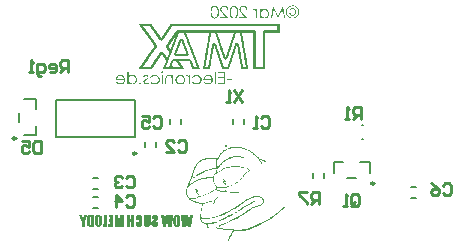
<source format=gbo>
%FSTAX23Y23*%
%MOIN*%
%SFA1B1*%

%IPPOS*%
%ADD10C,0.003940*%
%ADD12C,0.009840*%
%ADD14C,0.007870*%
%ADD15C,0.010000*%
%LNmidi_stick-1*%
%LPD*%
G36*
X03988Y03246D02*
X03988D01*
Y03245*
X03989*
Y03245*
Y03245*
Y03244*
Y03244*
Y03244*
Y03243*
Y03243*
Y03243*
Y03242*
Y03242*
Y03242*
Y03241*
Y03241*
Y03241*
Y0324*
Y0324*
Y0324*
Y03239*
Y03239*
Y03239*
Y03238*
Y03238*
Y03238*
Y03237*
Y03237*
Y03237*
Y03236*
Y03236*
Y03236*
Y03235*
Y03235*
Y03235*
Y03234*
Y03234*
Y03234*
Y03233*
Y03233*
Y03233*
Y03232*
Y03232*
Y03232*
Y03231*
Y03231*
Y03231*
Y0323*
Y0323*
Y0323*
Y03229*
Y03229*
Y03229*
Y03228*
Y03228*
Y03228*
Y03227*
Y03227*
Y03227*
Y03226*
Y03226*
Y03226*
Y03225*
Y03225*
Y03225*
Y03224*
Y03224*
Y03224*
Y03223*
Y03223*
Y03223*
Y03222*
Y03222*
Y03222*
Y03221*
Y03221*
Y03221*
Y0322*
Y0322*
Y0322*
Y03219*
Y03219*
Y03219*
Y03218*
Y03218*
Y03218*
Y03217*
Y03217*
Y03217*
X03941*
Y03216*
Y03216*
Y03216*
Y03215*
Y03215*
Y03215*
Y03214*
Y03214*
Y03214*
Y03213*
Y03213*
Y03213*
Y03212*
Y03212*
Y03212*
Y03211*
Y03211*
Y03211*
Y0321*
Y0321*
Y0321*
Y03209*
Y03209*
Y03209*
Y03208*
Y03208*
Y03208*
Y03207*
Y03207*
Y03207*
Y03206*
Y03206*
Y03206*
Y03205*
Y03205*
Y03205*
Y03204*
Y03204*
Y03204*
Y03203*
Y03203*
Y03203*
Y03202*
Y03202*
Y03202*
Y03201*
Y03201*
Y03201*
Y032*
Y032*
Y032*
Y03199*
Y03199*
Y03199*
Y03198*
Y03198*
Y03198*
Y03197*
Y03197*
Y03197*
Y03196*
Y03196*
Y03196*
Y03195*
Y03195*
Y03195*
Y03194*
Y03194*
Y03194*
Y03193*
Y03193*
Y03193*
Y03192*
Y03192*
Y03192*
Y03191*
Y03191*
Y03191*
Y0319*
Y0319*
Y0319*
Y03189*
Y03189*
Y03189*
Y03188*
Y03188*
Y03188*
Y03187*
Y03187*
Y03187*
Y03186*
Y03186*
Y03186*
Y03185*
Y03185*
Y03185*
Y03184*
Y03184*
Y03184*
Y03183*
Y03183*
Y03182*
Y03182*
Y03182*
Y03181*
Y03181*
Y03181*
Y0318*
Y0318*
Y0318*
Y03179*
Y03179*
Y03179*
Y03178*
Y03178*
Y03178*
Y03177*
Y03177*
Y03177*
Y03176*
Y03176*
Y03176*
Y03175*
Y03175*
Y03175*
Y03174*
Y03174*
Y03174*
Y03173*
Y03173*
Y03173*
Y03172*
Y03172*
Y03172*
Y03171*
Y03171*
Y03171*
Y0317*
Y0317*
Y0317*
Y03169*
Y03169*
Y03169*
Y03168*
Y03168*
Y03168*
Y03167*
Y03167*
Y03167*
Y03166*
Y03166*
Y03166*
Y03165*
Y03165*
Y03165*
Y03164*
Y03164*
Y03164*
Y03163*
Y03163*
Y03163*
Y03162*
Y03162*
Y03162*
Y03161*
Y03161*
Y03161*
Y0316*
Y0316*
Y0316*
Y03159*
Y03159*
Y03159*
Y03158*
Y03158*
Y03158*
Y03157*
Y03157*
Y03157*
Y03156*
Y03156*
Y03156*
Y03155*
Y03155*
Y03155*
Y03154*
Y03154*
Y03154*
Y03153*
Y03153*
Y03153*
Y03152*
Y03152*
Y03152*
Y03151*
Y03151*
Y03151*
Y0315*
Y0315*
Y0315*
Y03149*
Y03149*
Y03149*
Y03148*
Y03148*
Y03148*
Y03147*
Y03147*
Y03147*
Y03146*
Y03146*
Y03146*
Y03145*
Y03145*
Y03145*
Y03144*
Y03144*
Y03144*
Y03143*
Y03143*
Y03143*
Y03142*
Y03142*
Y03142*
Y03141*
Y03141*
Y03141*
Y0314*
Y0314*
Y0314*
Y03139*
Y03139*
Y03139*
Y03138*
Y03138*
Y03138*
Y03137*
Y03137*
Y03137*
Y03136*
Y03136*
Y03136*
Y03135*
Y03135*
Y03135*
Y03134*
Y03134*
Y03134*
Y03133*
Y03133*
Y03133*
Y03132*
Y03132*
Y03132*
Y03131*
Y03131*
Y03131*
Y0313*
Y0313*
Y0313*
Y03129*
Y03129*
Y03129*
Y03128*
Y03128*
Y03128*
Y03127*
Y03127*
Y03127*
Y03126*
Y03126*
Y03126*
Y03125*
Y03125*
Y03125*
Y03124*
Y03124*
Y03124*
Y03123*
Y03123*
Y03123*
Y03122*
Y03122*
Y03122*
Y03121*
Y03121*
Y03121*
Y0312*
Y0312*
Y0312*
Y03119*
Y03119*
Y03119*
Y03118*
Y03118*
Y03118*
Y03117*
Y03117*
Y03117*
Y03116*
Y03116*
Y03116*
Y03115*
Y03115*
Y03115*
Y03114*
Y03114*
Y03114*
Y03113*
Y03113*
Y03113*
Y03112*
Y03112*
Y03112*
Y03111*
Y03111*
Y03111*
Y0311*
Y0311*
Y0311*
Y03109*
Y03109*
Y03109*
Y03108*
Y03108*
Y03108*
Y03107*
Y03107*
Y03107*
Y03106*
Y03106*
Y03106*
Y03105*
Y03105*
Y03105*
Y03104*
Y03104*
Y03104*
Y03103*
Y03103*
Y03103*
Y03102*
Y03102*
Y03102*
Y03101*
Y03101*
Y03101*
Y031*
Y031*
Y031*
Y03099*
Y03099*
Y03099*
Y03098*
Y03098*
Y03098*
Y03097*
Y03097*
Y03097*
Y03096*
Y03096*
Y03096*
Y03095*
Y03095*
Y03095*
Y03094*
X03902*
Y03095*
Y03095*
Y03095*
Y03096*
Y03096*
Y03096*
Y03097*
Y03097*
Y03097*
Y03098*
Y03098*
Y03098*
Y03099*
Y03099*
Y03099*
Y031*
Y031*
Y031*
Y03101*
Y03101*
Y03101*
Y03102*
Y03102*
Y03102*
Y03103*
Y03103*
Y03103*
Y03104*
Y03104*
Y03104*
Y03105*
Y03105*
Y03105*
Y03106*
Y03106*
Y03106*
Y03107*
Y03107*
Y03107*
Y03108*
Y03108*
Y03108*
Y03109*
Y03109*
Y03109*
Y0311*
Y0311*
Y0311*
Y03111*
Y03111*
Y03111*
Y03112*
Y03112*
Y03112*
Y03113*
Y03113*
Y03113*
Y03114*
Y03114*
Y03114*
Y03115*
Y03115*
Y03115*
Y03116*
Y03116*
Y03116*
Y03117*
Y03117*
Y03117*
Y03118*
Y03118*
Y03118*
Y03119*
Y03119*
Y03119*
Y0312*
Y0312*
Y0312*
Y03121*
Y03121*
Y03121*
Y03122*
Y03122*
Y03122*
Y03123*
Y03123*
Y03123*
Y03124*
Y03124*
Y03124*
Y03125*
Y03125*
Y03125*
Y03126*
Y03126*
Y03126*
Y03127*
Y03127*
Y03127*
Y03128*
Y03128*
Y03128*
Y03129*
Y03129*
Y03129*
Y0313*
Y0313*
Y0313*
Y03131*
Y03131*
Y03131*
Y03132*
Y03132*
Y03132*
Y03133*
Y03133*
Y03133*
Y03134*
Y03134*
Y03134*
Y03135*
Y03135*
Y03135*
Y03136*
Y03136*
Y03136*
Y03137*
Y03137*
Y03137*
Y03138*
Y03138*
Y03138*
Y03139*
Y03139*
Y03139*
Y0314*
Y0314*
Y0314*
Y03141*
Y03141*
Y03141*
Y03142*
Y03142*
Y03142*
Y03143*
Y03143*
Y03143*
Y03144*
Y03144*
Y03144*
Y03145*
Y03145*
Y03145*
Y03146*
Y03146*
Y03146*
Y03147*
Y03147*
Y03147*
Y03148*
Y03148*
Y03148*
Y03149*
Y03149*
Y03149*
Y0315*
Y0315*
Y0315*
Y03151*
Y03151*
Y03151*
Y03152*
Y03152*
Y03152*
Y03153*
Y03153*
Y03153*
Y03154*
Y03154*
Y03154*
Y03155*
Y03155*
Y03155*
Y03156*
Y03156*
Y03156*
Y03157*
Y03157*
Y03157*
Y03158*
Y03158*
Y03158*
Y03159*
Y03159*
Y03159*
Y0316*
Y0316*
Y0316*
Y03161*
Y03161*
Y03161*
Y03162*
Y03162*
Y03162*
Y03163*
Y03163*
Y03163*
Y03164*
Y03164*
Y03164*
Y03165*
Y03165*
Y03165*
Y03166*
Y03166*
Y03166*
Y03167*
Y03167*
Y03167*
Y03168*
Y03168*
Y03168*
Y03169*
Y03169*
Y03169*
Y0317*
Y0317*
Y0317*
Y03171*
Y03171*
Y03171*
Y03172*
Y03172*
Y03172*
Y03173*
Y03173*
Y03173*
Y03174*
Y03174*
Y03174*
Y03175*
Y03175*
Y03175*
Y03176*
Y03176*
Y03176*
Y03177*
Y03177*
Y03177*
Y03178*
Y03178*
Y03178*
Y03179*
Y03179*
Y03179*
Y0318*
Y0318*
Y0318*
Y03181*
Y03181*
Y03181*
Y03182*
Y03182*
Y03182*
Y03183*
Y03183*
Y03184*
Y03184*
Y03184*
Y03185*
Y03185*
Y03185*
Y03186*
Y03186*
Y03186*
Y03187*
Y03187*
Y03187*
Y03188*
Y03188*
Y03188*
Y03189*
Y03189*
Y03189*
Y0319*
Y0319*
Y0319*
Y03191*
Y03191*
Y03191*
Y03192*
Y03192*
Y03192*
Y03193*
Y03193*
Y03193*
Y03194*
Y03194*
Y03194*
Y03195*
Y03195*
Y03195*
Y03196*
Y03196*
Y03196*
Y03197*
Y03197*
Y03197*
Y03198*
Y03198*
Y03198*
Y03199*
Y03199*
Y03199*
Y032*
Y032*
Y032*
Y03201*
Y03201*
Y03201*
Y03202*
Y03202*
Y03202*
Y03203*
Y03203*
Y03203*
Y03204*
Y03204*
Y03204*
Y03205*
Y03205*
Y03205*
Y03206*
Y03206*
Y03206*
Y03207*
Y03207*
Y03207*
Y03208*
Y03208*
Y03208*
Y03209*
Y03209*
Y03209*
Y0321*
Y0321*
Y0321*
Y03211*
Y03211*
Y03211*
Y03212*
Y03212*
Y03212*
Y03213*
Y03213*
Y03213*
Y03214*
Y03214*
Y03214*
Y03215*
Y03215*
Y03215*
Y03216*
Y03216*
Y03216*
Y03217*
X03864*
Y03216*
Y03216*
Y03216*
Y03215*
Y03215*
Y03215*
X03864*
Y03214*
Y03214*
Y03214*
Y03213*
Y03213*
X03864*
Y03213*
Y03212*
Y03212*
Y03212*
Y03211*
Y03211*
X03865*
Y03211*
Y0321*
Y0321*
Y0321*
Y03209*
X03865*
Y03209*
Y03209*
Y03208*
Y03208*
Y03208*
Y03207*
X03865*
Y03207*
Y03207*
Y03206*
Y03206*
Y03206*
Y03205*
X03866*
Y03205*
Y03205*
Y03204*
Y03204*
Y03204*
X03866*
Y03203*
Y03203*
Y03203*
Y03202*
Y03202*
Y03202*
X03866*
Y03201*
Y03201*
Y03201*
Y032*
Y032*
Y032*
Y03199*
X03867*
Y03199*
Y03199*
Y03198*
Y03198*
Y03198*
X03867*
Y03197*
Y03197*
Y03197*
Y03196*
Y03196*
X03867*
Y03196*
Y03195*
Y03195*
Y03195*
Y03194*
X03868*
Y03194*
Y03194*
Y03193*
Y03193*
Y03193*
Y03192*
Y03192*
X03868*
Y03192*
Y03191*
Y03191*
Y03191*
Y0319*
X03868*
Y0319*
Y0319*
Y03189*
Y03189*
Y03189*
Y03188*
Y03188*
X03869*
Y03188*
Y03187*
Y03187*
Y03187*
X03869*
Y03186*
Y03186*
Y03186*
Y03185*
Y03185*
X03869*
Y03185*
Y03184*
Y03184*
Y03184*
Y03183*
Y03183*
X0387*
Y03182*
Y03182*
Y03182*
Y03181*
Y03181*
Y03181*
Y0318*
X0387*
Y0318*
Y0318*
Y03179*
Y03179*
X0387*
Y03179*
Y03178*
Y03178*
Y03178*
Y03177*
Y03177*
X03871*
Y03177*
Y03176*
Y03176*
Y03176*
Y03175*
X03871*
Y03175*
Y03175*
Y03174*
Y03174*
Y03174*
Y03173*
Y03173*
Y03173*
X03871*
Y03172*
Y03172*
Y03172*
Y03171*
X03872*
Y03171*
Y03171*
Y0317*
Y0317*
Y0317*
X03872*
Y03169*
Y03169*
Y03169*
Y03168*
Y03168*
Y03168*
X03872*
Y03167*
Y03167*
Y03167*
Y03166*
Y03166*
X03873*
Y03166*
Y03165*
Y03165*
Y03165*
Y03164*
Y03164*
X03873*
Y03164*
Y03163*
Y03163*
Y03163*
Y03162*
Y03162*
X03873*
Y03162*
Y03161*
Y03161*
Y03161*
Y0316*
X03874*
Y0316*
Y0316*
Y03159*
Y03159*
Y03159*
Y03158*
X03874*
Y03158*
Y03158*
Y03157*
Y03157*
Y03157*
Y03156*
X03874*
Y03156*
Y03156*
Y03155*
Y03155*
Y03155*
Y03154*
X03875*
Y03154*
Y03154*
Y03153*
Y03153*
Y03153*
X03875*
Y03152*
Y03152*
Y03152*
Y03151*
Y03151*
X03875*
Y03151*
Y0315*
Y0315*
Y0315*
Y03149*
Y03149*
X03876*
Y03149*
Y03148*
Y03148*
Y03148*
Y03147*
Y03147*
X03876*
Y03147*
Y03146*
Y03146*
Y03146*
Y03145*
Y03145*
X03876*
Y03145*
Y03144*
Y03144*
Y03144*
Y03143*
Y03143*
Y03143*
X03877*
Y03142*
Y03142*
Y03142*
X03877*
Y03141*
Y03141*
Y03141*
Y0314*
Y0314*
Y0314*
X03877*
Y03139*
Y03139*
Y03139*
Y03138*
Y03138*
Y03138*
X03878*
Y03137*
Y03137*
Y03137*
Y03136*
Y03136*
X03878*
Y03136*
Y03135*
Y03135*
Y03135*
Y03134*
Y03134*
Y03134*
X03878*
Y03133*
Y03133*
Y03133*
Y03132*
X03879*
Y03132*
Y03132*
Y03131*
Y03131*
Y03131*
Y0313*
Y0313*
X03879*
Y0313*
Y03129*
Y03129*
Y03129*
Y03128*
Y03128*
X03879*
Y03128*
Y03127*
Y03127*
Y03127*
X0388*
Y03126*
Y03126*
Y03126*
Y03125*
Y03125*
Y03125*
X0388*
Y03124*
Y03124*
Y03124*
Y03123*
Y03123*
X0388*
Y03123*
Y03122*
Y03122*
Y03122*
Y03121*
Y03121*
X03881*
Y03121*
Y0312*
Y0312*
Y0312*
Y03119*
Y03119*
X03881*
Y03119*
Y03118*
Y03118*
Y03118*
Y03117*
Y03117*
Y03117*
X03881*
Y03116*
Y03116*
Y03116*
Y03115*
X03882*
Y03115*
Y03115*
Y03114*
Y03114*
Y03114*
Y03113*
X03882*
Y03113*
Y03113*
Y03112*
Y03112*
Y03112*
X03882*
Y03111*
Y03111*
Y03111*
Y0311*
Y0311*
Y0311*
X03883*
Y03109*
Y03109*
Y03109*
Y03108*
Y03108*
Y03108*
X03883*
Y03107*
Y03107*
Y03107*
Y03106*
Y03106*
X03883*
Y03106*
Y03105*
Y03105*
Y03105*
Y03104*
X03884*
Y03104*
Y03104*
Y03103*
Y03103*
Y03103*
Y03102*
Y03102*
Y03102*
X03884*
Y03101*
Y03101*
Y03101*
Y031*
X03884*
Y031*
Y031*
Y03099*
Y03099*
Y03099*
X03885*
Y03098*
Y03098*
Y03098*
Y03097*
Y03097*
Y03097*
X03885*
Y03096*
Y03096*
Y03096*
Y03095*
Y03095*
Y03095*
Y03094*
X03862*
Y03095*
Y03095*
Y03095*
Y03096*
X03861*
Y03096*
Y03096*
Y03097*
Y03097*
Y03097*
Y03098*
X03861*
Y03098*
Y03098*
Y03099*
Y03099*
Y03099*
X03861*
Y031*
Y031*
Y031*
Y03101*
Y03101*
Y03101*
X0386*
Y03102*
Y03102*
Y03102*
Y03103*
Y03103*
Y03103*
Y03104*
X0386*
Y03104*
Y03104*
Y03105*
Y03105*
X0386*
Y03105*
Y03106*
Y03106*
Y03106*
Y03107*
Y03107*
X03859*
Y03107*
Y03108*
Y03108*
Y03108*
Y03109*
Y03109*
Y03109*
X03859*
Y0311*
Y0311*
Y0311*
Y03111*
X03859*
Y03111*
Y03111*
Y03112*
Y03112*
Y03112*
Y03113*
X03858*
Y03113*
Y03113*
Y03114*
Y03114*
Y03114*
X03858*
Y03115*
Y03115*
Y03115*
Y03116*
Y03116*
Y03116*
Y03117*
X03858*
Y03117*
Y03117*
Y03118*
Y03118*
X03857*
Y03118*
Y03119*
Y03119*
Y03119*
Y0312*
Y0312*
X03857*
Y0312*
Y03121*
Y03121*
Y03121*
Y03122*
Y03122*
X03857*
Y03122*
Y03123*
Y03123*
Y03123*
Y03124*
X03856*
Y03124*
Y03124*
Y03125*
Y03125*
Y03125*
Y03126*
X03856*
Y03126*
Y03126*
Y03127*
Y03127*
Y03127*
X03856*
Y03128*
Y03128*
Y03128*
Y03129*
Y03129*
Y03129*
Y0313*
Y0313*
X03855*
Y0313*
Y03131*
Y03131*
X03855*
Y03131*
Y03132*
Y03132*
Y03132*
Y03133*
Y03133*
X03855*
Y03133*
Y03134*
Y03134*
Y03134*
Y03135*
Y03135*
Y03135*
Y03136*
X03854*
Y03136*
Y03136*
Y03137*
Y03137*
X03854*
Y03137*
Y03138*
Y03138*
Y03138*
Y03139*
X03854*
Y03139*
Y03139*
Y0314*
Y0314*
Y0314*
Y03141*
X03853*
Y03141*
Y03141*
Y03142*
Y03142*
Y03142*
Y03143*
Y03143*
X03853*
Y03143*
Y03144*
Y03144*
Y03144*
X03853*
Y03145*
Y03145*
Y03145*
Y03146*
Y03146*
Y03146*
X03852*
Y03147*
Y03147*
Y03147*
Y03148*
Y03148*
Y03148*
X03852*
Y03149*
Y03149*
Y03149*
Y0315*
Y0315*
X03852*
Y0315*
Y03151*
Y03151*
Y03151*
Y03152*
Y03152*
Y03152*
X03851*
Y03153*
Y03153*
Y03153*
Y03154*
X03851*
Y03154*
Y03154*
Y03155*
Y03155*
Y03155*
Y03156*
X03851*
Y03156*
Y03156*
Y03157*
Y03157*
Y03157*
X0385*
Y03158*
Y03158*
Y03158*
Y03159*
Y03159*
Y03159*
X0385*
Y0316*
Y0316*
Y0316*
Y03161*
Y03161*
Y03161*
X0385*
Y03162*
Y03162*
Y03162*
Y03163*
Y03163*
X03849*
Y03163*
Y03164*
Y03164*
Y03164*
Y03165*
Y03165*
Y03165*
X03849*
Y03166*
Y03166*
Y03166*
Y03167*
X03849*
Y03167*
Y03167*
Y03168*
Y03168*
Y03168*
Y03169*
X03848*
Y03169*
Y03169*
Y0317*
Y0317*
Y0317*
X03848*
Y03171*
Y03171*
Y03171*
Y03172*
Y03172*
Y03172*
X03848*
Y03173*
Y03173*
Y03173*
Y03174*
Y03174*
Y03174*
Y03175*
X03847*
Y03174*
Y03174*
X03846*
Y03174*
Y03173*
X03846*
Y03173*
Y03173*
Y03172*
Y03172*
Y03172*
X03846*
Y03171*
Y03171*
Y03171*
X03845*
Y0317*
Y0317*
X03845*
Y0317*
Y03169*
Y03169*
Y03169*
X03845*
Y03168*
Y03168*
X03844*
Y03168*
Y03167*
Y03167*
X03844*
Y03167*
Y03166*
Y03166*
Y03166*
X03844*
Y03165*
Y03165*
X03843*
Y03165*
Y03164*
Y03164*
Y03164*
X03843*
Y03163*
Y03163*
X03843*
Y03163*
Y03162*
Y03162*
X03842*
Y03162*
Y03161*
Y03161*
Y03161*
X03842*
Y0316*
Y0316*
Y0316*
X03842*
Y03159*
Y03159*
X03841*
Y03159*
Y03158*
Y03158*
X03841*
Y03158*
Y03157*
Y03157*
X03841*
Y03157*
Y03156*
Y03156*
Y03156*
X0384*
Y03155*
Y03155*
X0384*
Y03155*
Y03154*
Y03154*
Y03154*
X0384*
Y03153*
Y03153*
Y03153*
X03839*
Y03152*
Y03152*
X03839*
Y03152*
Y03151*
Y03151*
X03839*
Y03151*
Y0315*
Y0315*
Y0315*
X03838*
Y03149*
Y03149*
Y03149*
X03838*
Y03148*
Y03148*
Y03148*
X03838*
Y03147*
Y03147*
Y03147*
X03837*
Y03146*
Y03146*
Y03146*
X03837*
Y03145*
Y03145*
Y03145*
X03837*
Y03144*
Y03144*
X03836*
Y03144*
Y03143*
Y03143*
X03836*
Y03143*
Y03142*
Y03142*
Y03142*
X03836*
Y03141*
Y03141*
Y03141*
X03835*
Y0314*
X03835*
Y0314*
Y0314*
Y03139*
X03835*
Y03139*
Y03139*
Y03138*
Y03138*
X03834*
Y03138*
Y03137*
Y03137*
Y03137*
X03834*
Y03136*
X03834*
Y03136*
Y03136*
Y03135*
Y03135*
Y03135*
X03833*
Y03134*
Y03134*
Y03134*
X03833*
Y03133*
Y03133*
Y03133*
X03833*
Y03132*
Y03132*
Y03132*
X03832*
Y03131*
Y03131*
Y03131*
X03832*
Y0313*
Y0313*
X03832*
Y0313*
Y03129*
Y03129*
Y03129*
X03831*
Y03128*
Y03128*
Y03128*
X03831*
Y03127*
Y03127*
Y03127*
X03831*
Y03126*
Y03126*
Y03126*
X0383*
Y03125*
Y03125*
Y03125*
X0383*
Y03124*
Y03124*
Y03124*
X0383*
Y03123*
Y03123*
X03829*
Y03123*
Y03122*
Y03122*
Y03122*
X03829*
Y03121*
Y03121*
Y03121*
X03829*
Y0312*
Y0312*
Y0312*
X03828*
Y03119*
Y03119*
Y03119*
X03828*
Y03118*
Y03118*
Y03118*
X03828*
Y03117*
Y03117*
Y03117*
X03827*
Y03116*
Y03116*
Y03116*
X03827*
Y03115*
Y03115*
Y03115*
X03827*
Y03114*
Y03114*
Y03114*
X03826*
Y03113*
Y03113*
Y03113*
X03826*
Y03112*
Y03112*
Y03112*
X03826*
Y03111*
Y03111*
Y03111*
X03825*
Y0311*
Y0311*
Y0311*
X03825*
Y03109*
Y03109*
X03825*
Y03109*
Y03108*
Y03108*
Y03108*
X03824*
Y03107*
Y03107*
X03824*
Y03107*
Y03106*
Y03106*
Y03106*
X03824*
Y03105*
Y03105*
Y03105*
X03823*
Y03104*
X03823*
Y03104*
Y03104*
Y03103*
Y03103*
X03823*
Y03103*
Y03102*
Y03102*
Y03102*
X03822*
Y03101*
Y03101*
Y03101*
X03822*
Y031*
Y031*
Y031*
X03822*
Y03099*
Y03099*
Y03099*
X03821*
Y03098*
Y03098*
X03821*
Y03098*
Y03097*
Y03097*
Y03097*
X03821*
Y03096*
Y03096*
Y03096*
X0382*
Y03095*
Y03095*
Y03095*
X0382*
Y03094*
X03798*
Y03095*
Y03095*
Y03095*
X03798*
Y03096*
Y03096*
X03798*
Y03096*
Y03097*
Y03097*
X03797*
Y03097*
Y03098*
Y03098*
Y03098*
X03797*
Y03099*
Y03099*
X03797*
Y03099*
Y031*
Y031*
Y031*
X03796*
Y03101*
Y03101*
X03796*
Y03101*
Y03102*
Y03102*
X03795*
Y03102*
Y03103*
Y03103*
Y03103*
X03795*
Y03104*
Y03104*
X03795*
Y03104*
Y03105*
Y03105*
X03794*
Y03105*
Y03106*
Y03106*
X03794*
Y03106*
Y03107*
Y03107*
X03794*
Y03107*
Y03108*
Y03108*
X03793*
Y03108*
Y03109*
Y03109*
X03793*
Y03109*
Y0311*
Y0311*
X03793*
Y0311*
Y03111*
Y03111*
Y03111*
X03792*
Y03112*
Y03112*
X03792*
Y03112*
Y03113*
Y03113*
X03792*
Y03113*
Y03114*
Y03114*
X03791*
Y03114*
Y03115*
Y03115*
X03791*
Y03115*
Y03116*
Y03116*
X03791*
Y03116*
Y03117*
Y03117*
X0379*
Y03117*
Y03118*
Y03118*
X0379*
Y03118*
Y03119*
Y03119*
X0379*
Y03119*
Y0312*
Y0312*
X03789*
Y0312*
Y03121*
Y03121*
X03789*
Y03121*
Y03122*
Y03122*
X03789*
Y03122*
Y03123*
Y03123*
X03788*
Y03123*
Y03124*
Y03124*
X03788*
Y03124*
Y03125*
Y03125*
X03788*
Y03125*
Y03126*
Y03126*
X03787*
Y03126*
Y03127*
Y03127*
Y03127*
X03787*
Y03128*
Y03128*
X03787*
Y03128*
Y03129*
Y03129*
X03786*
Y03129*
Y0313*
Y0313*
X03786*
Y0313*
Y03131*
Y03131*
X03786*
Y03131*
Y03132*
Y03132*
X03785*
Y03132*
Y03133*
Y03133*
X03785*
Y03133*
Y03134*
Y03134*
X03785*
Y03134*
Y03135*
Y03135*
Y03135*
X03784*
Y03136*
Y03136*
X03784*
Y03136*
Y03137*
Y03137*
X03784*
Y03137*
Y03138*
Y03138*
Y03138*
X03783*
Y03139*
Y03139*
X03783*
Y03139*
Y0314*
Y0314*
X03783*
Y0314*
Y03141*
Y03141*
Y03141*
X03782*
Y03142*
Y03142*
X03782*
Y03142*
Y03143*
Y03143*
X03782*
Y03143*
Y03144*
Y03144*
X03781*
Y03144*
Y03145*
Y03145*
Y03145*
X03781*
Y03146*
Y03146*
X03781*
Y03146*
Y03147*
Y03147*
X0378*
Y03147*
Y03148*
Y03148*
X0378*
Y03148*
Y03149*
Y03149*
Y03149*
X0378*
Y0315*
Y0315*
X03779*
Y0315*
Y03151*
Y03151*
Y03151*
X03779*
Y03152*
Y03152*
X03779*
Y03152*
Y03153*
Y03153*
Y03153*
X03778*
Y03154*
Y03154*
X03778*
Y03154*
Y03155*
Y03155*
X03778*
Y03155*
Y03156*
X03777*
Y03156*
Y03156*
Y03157*
Y03157*
X03777*
Y03157*
Y03158*
Y03158*
X03777*
Y03158*
Y03159*
Y03159*
Y03159*
X03776*
Y0316*
Y0316*
X03776*
Y0316*
Y03161*
Y03161*
X03776*
Y03161*
Y03162*
Y03162*
X03775*
Y03162*
Y03163*
Y03163*
X03775*
Y03163*
Y03164*
X03775*
Y03164*
Y03164*
Y03165*
Y03165*
X03774*
Y03165*
Y03166*
Y03166*
X03774*
Y03166*
Y03167*
Y03167*
X03774*
Y03167*
Y03168*
Y03168*
X03773*
Y03168*
Y03169*
Y03169*
X03773*
Y03169*
Y0317*
X03773*
Y0317*
Y0317*
Y03171*
X03772*
Y03171*
Y03171*
Y03172*
Y03172*
Y03172*
X03772*
Y03173*
X03772*
Y03173*
Y03173*
Y03174*
X03771*
Y03174*
X0377*
Y03174*
Y03173*
Y03173*
Y03173*
Y03172*
Y03172*
X0377*
Y03172*
Y03171*
Y03171*
Y03171*
X0377*
Y0317*
Y0317*
Y0317*
Y03169*
Y03169*
Y03169*
Y03168*
X03769*
Y03168*
Y03168*
Y03167*
Y03167*
Y03167*
Y03166*
X03769*
Y03166*
Y03166*
Y03165*
Y03165*
Y03165*
Y03164*
X03769*
Y03164*
Y03164*
Y03163*
Y03163*
Y03163*
Y03162*
X03768*
Y03162*
Y03162*
Y03161*
Y03161*
Y03161*
X03768*
Y0316*
Y0316*
Y0316*
Y03159*
Y03159*
X03768*
Y03159*
Y03158*
Y03158*
Y03158*
Y03157*
Y03157*
Y03157*
X03767*
Y03156*
Y03156*
Y03156*
Y03155*
Y03155*
Y03155*
X03767*
Y03154*
Y03154*
Y03154*
Y03153*
Y03153*
Y03153*
X03767*
Y03152*
Y03152*
Y03152*
Y03151*
Y03151*
Y03151*
X03766*
Y0315*
Y0315*
Y0315*
Y03149*
X03766*
Y03149*
Y03149*
Y03148*
Y03148*
Y03148*
Y03147*
Y03147*
Y03147*
X03766*
Y03146*
Y03146*
Y03146*
Y03145*
Y03145*
Y03145*
X03765*
Y03144*
Y03144*
Y03144*
Y03143*
Y03143*
X03765*
Y03143*
Y03142*
Y03142*
Y03142*
Y03141*
Y03141*
X03765*
Y03141*
Y0314*
Y0314*
Y0314*
Y03139*
Y03139*
X03764*
Y03139*
Y03138*
Y03138*
Y03138*
Y03137*
Y03137*
X03764*
Y03137*
Y03136*
Y03136*
Y03136*
Y03135*
Y03135*
X03764*
Y03135*
Y03134*
Y03134*
Y03134*
X03763*
Y03133*
Y03133*
Y03133*
Y03132*
Y03132*
Y03132*
Y03131*
Y03131*
X03763*
Y03131*
Y0313*
Y0313*
Y0313*
X03763*
Y03129*
Y03129*
Y03129*
Y03128*
Y03128*
Y03128*
X03762*
Y03127*
Y03127*
Y03127*
Y03126*
Y03126*
Y03126*
Y03125*
X03762*
Y03125*
Y03125*
Y03124*
Y03124*
Y03124*
Y03123*
X03762*
Y03123*
Y03123*
Y03122*
Y03122*
Y03122*
Y03121*
X03761*
Y03121*
Y03121*
Y0312*
Y0312*
X03761*
Y0312*
Y03119*
Y03119*
Y03119*
Y03118*
Y03118*
Y03118*
X03761*
Y03117*
Y03117*
Y03117*
Y03116*
Y03116*
Y03116*
Y03115*
X0376*
Y03115*
Y03115*
Y03114*
Y03114*
Y03114*
Y03113*
X0376*
Y03113*
Y03113*
Y03112*
Y03112*
Y03112*
Y03111*
X0376*
Y03111*
Y03111*
Y0311*
Y0311*
Y0311*
X03759*
Y03109*
Y03109*
Y03109*
Y03108*
Y03108*
Y03108*
X03759*
Y03107*
Y03107*
Y03107*
Y03106*
Y03106*
Y03106*
X03759*
Y03105*
Y03105*
Y03105*
Y03104*
Y03104*
Y03104*
X03758*
Y03103*
Y03103*
Y03103*
Y03102*
Y03102*
Y03102*
X03758*
Y03101*
Y03101*
Y03101*
Y031*
X03758*
Y031*
Y031*
Y03099*
Y03099*
Y03099*
Y03098*
Y03098*
X03757*
Y03098*
Y03097*
Y03097*
Y03097*
Y03096*
Y03096*
X03757*
Y03096*
Y03095*
Y03095*
Y03095*
Y03094*
X03734*
Y03095*
Y03095*
Y03095*
Y03096*
Y03096*
Y03096*
Y03097*
X03734*
Y03097*
Y03097*
Y03098*
Y03098*
Y03098*
Y03099*
X03734*
Y03099*
Y03099*
Y031*
Y031*
X03735*
Y031*
Y03101*
Y03101*
Y03101*
Y03102*
Y03102*
Y03102*
Y03103*
X03735*
Y03103*
Y03103*
Y03104*
Y03104*
X03735*
Y03104*
Y03105*
Y03105*
Y03105*
Y03106*
Y03106*
Y03106*
X03736*
Y03107*
Y03107*
Y03107*
Y03108*
Y03108*
Y03108*
Y03109*
X03736*
Y03109*
Y03109*
Y0311*
Y0311*
X03736*
Y0311*
Y03111*
Y03111*
Y03111*
Y03112*
Y03112*
Y03112*
X03737*
Y03113*
Y03113*
Y03113*
Y03114*
Y03114*
Y03114*
X03737*
Y03115*
Y03115*
Y03115*
Y03116*
Y03116*
X03737*
Y03116*
Y03117*
Y03117*
Y03117*
Y03118*
X03738*
Y03118*
Y03118*
Y03119*
Y03119*
Y03119*
Y0312*
X03738*
Y0312*
Y0312*
Y03121*
Y03121*
Y03121*
Y03122*
Y03122*
Y03122*
X03738*
Y03123*
Y03123*
Y03123*
Y03124*
Y03124*
X03739*
Y03124*
Y03125*
Y03125*
Y03125*
Y03126*
Y03126*
X03739*
Y03126*
Y03127*
Y03127*
Y03127*
Y03128*
X03739*
Y03128*
Y03128*
Y03129*
Y03129*
Y03129*
Y0313*
Y0313*
X0374*
Y0313*
Y03131*
Y03131*
Y03131*
Y03132*
Y03132*
X0374*
Y03132*
Y03133*
Y03133*
Y03133*
Y03134*
X0374*
Y03134*
Y03134*
Y03135*
Y03135*
Y03135*
Y03136*
Y03136*
X03741*
Y03136*
Y03137*
Y03137*
Y03137*
Y03138*
Y03138*
X03741*
Y03138*
Y03139*
Y03139*
Y03139*
Y0314*
X03741*
Y0314*
Y0314*
Y03141*
Y03141*
Y03141*
Y03142*
X03742*
Y03142*
Y03142*
Y03143*
Y03143*
Y03143*
Y03144*
X03742*
Y03144*
Y03144*
Y03145*
Y03145*
Y03145*
Y03146*
X03742*
Y03146*
Y03146*
Y03147*
Y03147*
Y03147*
Y03148*
X03743*
Y03148*
Y03148*
Y03149*
Y03149*
X03743*
Y03149*
Y0315*
Y0315*
Y0315*
Y03151*
Y03151*
Y03151*
Y03152*
X03743*
Y03152*
Y03152*
Y03153*
Y03153*
Y03153*
Y03154*
X03744*
Y03154*
Y03154*
Y03155*
Y03155*
Y03155*
X03744*
Y03156*
Y03156*
Y03156*
Y03157*
X03744*
Y03157*
Y03157*
Y03158*
Y03158*
Y03158*
Y03159*
X03745*
Y03159*
Y03159*
Y0316*
Y0316*
Y0316*
Y03161*
Y03161*
Y03161*
X03745*
Y03162*
Y03162*
Y03162*
Y03163*
Y03163*
X03745*
Y03163*
Y03164*
Y03164*
Y03164*
Y03165*
Y03165*
Y03165*
X03746*
Y03166*
Y03166*
Y03166*
Y03167*
Y03167*
Y03167*
X03746*
Y03168*
Y03168*
Y03168*
Y03169*
Y03169*
X03746*
Y03169*
Y0317*
Y0317*
Y0317*
Y03171*
Y03171*
X03747*
Y03171*
Y03172*
Y03172*
Y03172*
Y03173*
Y03173*
X03747*
Y03173*
Y03174*
Y03174*
Y03174*
Y03175*
Y03175*
X03747*
Y03175*
Y03176*
Y03176*
Y03176*
X03748*
Y03177*
Y03177*
Y03177*
Y03178*
Y03178*
Y03178*
Y03179*
Y03179*
X03748*
Y03179*
Y0318*
Y0318*
Y0318*
X03748*
Y03181*
Y03181*
Y03181*
Y03182*
Y03182*
Y03182*
X03749*
Y03183*
Y03183*
Y03184*
Y03184*
Y03184*
Y03185*
Y03185*
X03749*
Y03185*
Y03186*
Y03186*
Y03186*
X03749*
Y03187*
Y03187*
Y03187*
Y03188*
Y03188*
Y03188*
Y03189*
Y03189*
X0375*
Y03189*
Y0319*
Y0319*
Y0319*
Y03191*
X0375*
Y03191*
Y03191*
Y03192*
Y03192*
Y03192*
X0375*
Y03193*
Y03193*
Y03193*
Y03194*
Y03194*
Y03194*
Y03195*
Y03195*
X03751*
Y03195*
Y03196*
Y03196*
Y03196*
Y03197*
Y03197*
X03751*
Y03197*
Y03198*
Y03198*
Y03198*
Y03199*
X03751*
Y03199*
Y03199*
Y032*
Y032*
Y032*
X03752*
Y03201*
Y03201*
Y03201*
Y03202*
Y03202*
Y03202*
Y03203*
X03752*
Y03203*
Y03203*
Y03204*
Y03204*
Y03204*
Y03205*
X03752*
Y03205*
Y03205*
Y03206*
Y03206*
Y03206*
Y03207*
X03753*
Y03207*
Y03207*
Y03208*
Y03208*
Y03208*
Y03209*
X03753*
Y03209*
Y03209*
Y0321*
Y0321*
X03753*
Y0321*
Y03211*
Y03211*
Y03211*
Y03212*
Y03212*
Y03212*
Y03213*
X03754*
Y03213*
Y03213*
Y03214*
Y03214*
X03754*
Y03214*
Y03215*
Y03215*
Y03215*
Y03216*
Y03216*
Y03216*
Y03217*
X03677*
Y03216*
Y03216*
X03677*
Y03216*
Y03215*
Y03215*
X03678*
Y03215*
Y03214*
Y03214*
X03678*
Y03214*
Y03213*
X03678*
Y03213*
Y03213*
Y03212*
X03679*
Y03212*
Y03212*
X03679*
Y03211*
Y03211*
Y03211*
X03679*
Y0321*
Y0321*
X0368*
Y0321*
Y03209*
Y03209*
X0368*
Y03209*
Y03208*
Y03208*
X0368*
Y03208*
Y03207*
X03681*
Y03207*
Y03207*
Y03206*
X03681*
Y03206*
Y03206*
Y03205*
X03681*
Y03205*
Y03205*
Y03204*
X03682*
Y03204*
X03682*
Y03204*
Y03203*
Y03203*
X03682*
Y03203*
Y03202*
Y03202*
Y03202*
X03683*
Y03201*
Y03201*
X03683*
Y03201*
Y032*
X03683*
Y032*
Y032*
Y03199*
Y03199*
X03684*
Y03199*
X03684*
Y03198*
Y03198*
Y03198*
X03684*
Y03197*
Y03197*
X03685*
Y03197*
Y03196*
Y03196*
Y03196*
X03685*
Y03195*
X03685*
Y03195*
Y03195*
Y03194*
X03686*
Y03194*
Y03194*
Y03193*
X03686*
Y03193*
Y03193*
Y03192*
X03686*
Y03192*
Y03192*
X03687*
Y03191*
Y03191*
X03687*
Y03191*
Y0319*
Y0319*
X03687*
Y0319*
Y03189*
Y03189*
X03688*
Y03189*
Y03188*
X03688*
Y03188*
Y03188*
Y03187*
X03689*
Y03187*
Y03187*
Y03186*
X03689*
Y03186*
Y03186*
Y03185*
X03689*
Y03185*
Y03185*
X0369*
Y03184*
Y03184*
X0369*
Y03184*
Y03183*
Y03183*
X0369*
Y03182*
Y03182*
X03691*
Y03182*
Y03181*
Y03181*
X03691*
Y03181*
Y0318*
X03691*
Y0318*
Y0318*
Y03179*
X03692*
Y03179*
Y03179*
Y03178*
X03692*
Y03178*
Y03178*
X03692*
Y03177*
Y03177*
Y03177*
X03693*
Y03176*
Y03176*
X03693*
Y03176*
Y03175*
Y03175*
Y03175*
X03693*
Y03174*
X03694*
Y03174*
Y03174*
Y03173*
X03694*
Y03173*
Y03173*
Y03172*
X03694*
Y03172*
Y03172*
X03695*
Y03171*
Y03171*
Y03171*
X03695*
Y0317*
Y0317*
Y0317*
X03695*
Y03169*
Y03169*
Y03169*
Y03168*
X03696*
Y03168*
Y03168*
X03696*
Y03167*
Y03167*
X03696*
Y03167*
Y03166*
X03697*
Y03166*
Y03166*
X03697*
Y03165*
Y03165*
Y03165*
Y03164*
X03697*
Y03164*
X03698*
Y03164*
Y03163*
Y03163*
Y03163*
X03698*
Y03162*
Y03162*
X03698*
Y03162*
Y03161*
X03699*
Y03161*
Y03161*
Y0316*
X03699*
Y0316*
Y0316*
X03699*
Y03159*
Y03159*
Y03159*
X037*
Y03158*
Y03158*
Y03158*
X037*
Y03157*
Y03157*
X037*
Y03157*
Y03156*
Y03156*
X03701*
Y03156*
Y03155*
X03701*
Y03155*
Y03155*
Y03154*
X03701*
Y03154*
Y03154*
X03702*
Y03153*
Y03153*
Y03153*
X03702*
Y03152*
Y03152*
Y03152*
X03702*
Y03151*
Y03151*
X03703*
Y03151*
Y0315*
Y0315*
X03703*
Y0315*
Y03149*
X03703*
Y03149*
Y03149*
Y03148*
X03704*
Y03148*
Y03148*
Y03147*
X03704*
Y03147*
Y03147*
X03704*
Y03146*
Y03146*
Y03146*
X03705*
Y03145*
Y03145*
X03705*
Y03145*
Y03144*
Y03144*
X03705*
Y03144*
Y03143*
Y03143*
X03706*
Y03143*
Y03142*
X03706*
Y03142*
Y03142*
Y03141*
Y03141*
X03706*
Y03141*
Y0314*
Y0314*
X03707*
Y0314*
X03707*
Y03139*
Y03139*
X03707*
Y03139*
Y03138*
Y03138*
Y03138*
X03708*
Y03137*
Y03137*
Y03137*
X03708*
Y03136*
Y03136*
X03708*
Y03136*
Y03135*
X03709*
Y03135*
Y03135*
Y03134*
X03709*
Y03134*
Y03134*
X03709*
Y03133*
Y03133*
Y03133*
X0371*
Y03132*
Y03132*
Y03132*
X0371*
Y03131*
Y03131*
X0371*
Y03131*
Y0313*
X03711*
Y0313*
Y0313*
Y03129*
X03711*
Y03129*
Y03129*
X03711*
Y03128*
Y03128*
Y03128*
X03712*
Y03127*
Y03127*
Y03127*
Y03126*
X03712*
Y03126*
X03712*
Y03126*
Y03125*
Y03125*
X03713*
Y03125*
Y03124*
X03713*
Y03124*
Y03124*
Y03123*
X03713*
Y03123*
Y03123*
Y03122*
X03714*
Y03122*
Y03122*
X03714*
Y03121*
Y03121*
Y03121*
X03714*
Y0312*
Y0312*
Y0312*
X03715*
Y03119*
Y03119*
X03715*
Y03119*
Y03118*
Y03118*
X03715*
Y03118*
Y03117*
X03716*
Y03117*
Y03117*
Y03116*
X03716*
Y03116*
Y03116*
X03716*
Y03115*
Y03115*
Y03115*
Y03114*
X03717*
Y03114*
Y03114*
Y03113*
X03717*
Y03113*
X03717*
Y03113*
Y03112*
Y03112*
X03718*
Y03112*
Y03111*
X03718*
Y03111*
Y03111*
Y0311*
X03718*
Y0311*
Y0311*
X03719*
Y03109*
Y03109*
Y03109*
X03719*
Y03108*
Y03108*
X03719*
Y03108*
Y03107*
Y03107*
X0372*
Y03107*
Y03106*
X0372*
Y03106*
Y03106*
Y03105*
X0372*
Y03105*
Y03105*
Y03104*
X03721*
Y03104*
Y03104*
Y03103*
X03721*
Y03103*
Y03103*
X03721*
Y03102*
Y03102*
Y03102*
X03722*
Y03101*
Y03101*
X03722*
Y03101*
Y031*
Y031*
X03722*
Y031*
Y03099*
Y03099*
X03723*
Y03099*
Y03098*
X03723*
Y03098*
Y03098*
X03723*
Y03097*
Y03097*
Y03097*
X03724*
Y03096*
Y03096*
Y03096*
X03724*
Y03095*
Y03095*
X03724*
Y03095*
Y03094*
X03699*
Y03095*
Y03095*
X03699*
Y03095*
Y03096*
Y03096*
X03698*
Y03096*
Y03097*
X03698*
Y03097*
Y03097*
Y03098*
X03698*
Y03098*
Y03098*
X03697*
Y03099*
Y03099*
Y03099*
X03697*
Y031*
Y031*
X03697*
Y031*
Y03101*
Y03101*
X03696*
Y03101*
Y03102*
Y03102*
X03696*
Y03102*
Y03103*
X03696*
Y03103*
Y03103*
X03695*
Y03104*
Y03104*
Y03104*
X03695*
Y03105*
Y03105*
Y03105*
Y03106*
X03695*
Y03106*
X03694*
Y03106*
Y03107*
X03694*
Y03107*
Y03107*
Y03108*
Y03108*
Y03108*
X03694*
Y03109*
X03693*
Y03109*
Y03109*
X03693*
Y0311*
Y0311*
Y0311*
X03693*
Y03111*
Y03111*
X03692*
Y03111*
Y03112*
Y03112*
X03692*
Y03112*
Y03113*
X03692*
Y03113*
Y03113*
Y03114*
X03691*
Y03114*
Y03114*
X03691*
Y03115*
Y03115*
Y03115*
X03691*
Y03116*
Y03116*
Y03116*
X0369*
Y03117*
Y03117*
X0369*
Y03117*
Y03118*
X0369*
Y03118*
Y03118*
Y03119*
X03689*
Y03119*
Y03119*
X03689*
Y0312*
Y0312*
Y0312*
Y03121*
X03689*
Y03121*
X03654*
Y03121*
Y0312*
X03654*
Y0312*
X03655*
Y0312*
Y03119*
X03655*
Y03119*
X03655*
Y03119*
X03656*
Y03118*
Y03118*
Y03118*
X03656*
Y03117*
Y03117*
X03657*
Y03117*
X03657*
Y03116*
X03657*
Y03116*
Y03116*
X03658*
Y03115*
X03658*
Y03115*
Y03115*
X03658*
Y03114*
X03659*
Y03114*
X03659*
Y03114*
Y03113*
X03659*
Y03113*
X0366*
Y03113*
Y03112*
X0366*
Y03112*
X0366*
Y03112*
X03661*
Y03111*
Y03111*
X03661*
Y03111*
X03661*
Y0311*
Y0311*
Y0311*
X03662*
Y03109*
Y03109*
X03662*
Y03109*
X03663*
Y03108*
Y03108*
X03663*
Y03108*
X03663*
Y03107*
X03664*
Y03107*
Y03107*
X03664*
Y03106*
X03664*
Y03106*
X03665*
Y03106*
Y03105*
X03665*
Y03105*
Y03105*
Y03104*
X03666*
Y03104*
X03666*
Y03104*
X03666*
Y03103*
Y03103*
X03667*
Y03103*
X03667*
Y03102*
Y03102*
X03667*
Y03102*
X03668*
Y03101*
Y03101*
X03668*
Y03101*
X03668*
Y031*
X03669*
Y031*
Y031*
X03669*
Y03099*
X03669*
Y03099*
Y03099*
X0367*
Y03098*
X0367*
Y03098*
X0367*
Y03098*
Y03097*
Y03097*
X03671*
Y03097*
X03671*
Y03096*
Y03096*
X03671*
Y03096*
X03672*
Y03095*
Y03095*
Y03095*
Y03094*
X0363*
Y03095*
Y03095*
X03629*
Y03095*
X03629*
Y03096*
Y03096*
X03629*
Y03096*
X03628*
Y03097*
Y03097*
X03628*
Y03097*
X03628*
Y03098*
Y03098*
X03627*
Y03098*
X03627*
Y03099*
X03627*
Y03098*
X03626*
Y03098*
Y03098*
X03626*
Y03097*
Y03097*
X03626*
Y03097*
Y03096*
Y03096*
Y03096*
X03625*
Y03095*
Y03095*
X03625*
Y03095*
Y03094*
X036*
Y03095*
Y03095*
X036*
Y03095*
Y03096*
X036*
Y03096*
Y03096*
X03601*
Y03097*
Y03097*
Y03097*
Y03098*
X03601*
Y03098*
Y03098*
X03601*
Y03099*
Y03099*
Y03099*
X03602*
Y031*
Y031*
X03602*
Y031*
Y03101*
Y03101*
X03602*
Y03101*
Y03102*
X03603*
Y03102*
X03603*
Y03102*
Y03103*
Y03103*
Y03103*
Y03104*
X03603*
Y03104*
X03604*
Y03104*
Y03105*
Y03105*
Y03105*
X03604*
Y03106*
X03604*
Y03106*
Y03106*
Y03107*
X03605*
Y03107*
Y03107*
Y03108*
X03605*
Y03108*
Y03108*
Y03109*
X03605*
Y03109*
Y03109*
Y0311*
X03606*
Y0311*
Y0311*
X03606*
Y03111*
Y03111*
X03606*
Y03111*
Y03112*
X03607*
Y03112*
Y03112*
Y03113*
Y03113*
X03607*
Y03113*
Y03114*
X03607*
Y03114*
Y03114*
Y03115*
X03608*
Y03115*
Y03115*
Y03116*
X03608*
Y03116*
Y03116*
X03608*
Y03117*
Y03117*
Y03117*
X03609*
Y03118*
Y03118*
X03609*
Y03118*
Y03119*
Y03119*
X03609*
Y03119*
Y0312*
X0361*
Y0312*
Y0312*
Y03121*
X0361*
Y03121*
Y03121*
X0361*
Y03122*
Y03122*
Y03122*
X03611*
Y03123*
X03611*
Y03123*
Y03123*
Y03124*
X0361*
Y03124*
Y03124*
X0361*
Y03125*
Y03125*
X03609*
Y03125*
Y03126*
X03609*
Y03126*
X03608*
Y03126*
Y03127*
X03608*
Y03127*
X03608*
Y03127*
Y03128*
X03607*
Y03128*
X03607*
Y03128*
Y03129*
X03607*
Y03129*
X03606*
Y03129*
Y0313*
X03606*
Y0313*
X03606*
Y0313*
Y03131*
X03605*
Y03131*
X03605*
Y03131*
Y03132*
X03605*
Y03132*
X03604*
Y03132*
Y03133*
X03604*
Y03133*
X03604*
Y03133*
Y03134*
X03603*
Y03134*
X03603*
Y03134*
Y03135*
X03603*
Y03135*
X03602*
Y03135*
Y03136*
X03602*
Y03136*
X03602*
Y03136*
Y03137*
X03601*
Y03137*
X03601*
Y03137*
Y03138*
X03601*
Y03138*
Y03138*
X036*
Y03139*
Y03139*
Y03139*
X036*
Y0314*
X03599*
Y0314*
X03599*
Y0314*
Y03141*
X03599*
Y03141*
X03598*
Y03141*
Y03142*
X03598*
Y03142*
X03598*
Y03142*
Y03143*
X03597*
Y03143*
X03597*
Y03143*
Y03144*
X03597*
Y03144*
X03596*
Y03144*
Y03143*
X03595*
Y03143*
Y03143*
Y03142*
X03595*
Y03142*
X03595*
Y03142*
X03594*
Y03141*
Y03141*
X03594*
Y03141*
Y0314*
X03594*
Y0314*
X03593*
Y0314*
Y03139*
X03593*
Y03139*
X03593*
Y03139*
Y03138*
X03592*
Y03138*
X03592*
Y03138*
Y03137*
X03592*
Y03137*
X03591*
Y03137*
Y03136*
X03591*
Y03136*
Y03136*
Y03135*
X0359*
Y03135*
X0359*
Y03135*
Y03134*
X0359*
Y03134*
Y03134*
X03589*
Y03133*
X03589*
Y03133*
Y03133*
X03589*
Y03132*
X03588*
Y03132*
Y03132*
X03588*
Y03131*
X03588*
Y03131*
Y03131*
X03587*
Y0313*
X03587*
Y0313*
X03586*
Y0313*
Y03129*
Y03129*
Y03129*
X03586*
Y03128*
X03586*
Y03128*
Y03128*
X03585*
Y03127*
X03585*
Y03127*
Y03127*
X03585*
Y03126*
X03584*
Y03126*
Y03126*
X03584*
Y03125*
X03584*
Y03125*
Y03125*
X03583*
Y03124*
X03583*
Y03124*
Y03124*
X03583*
Y03123*
X03582*
Y03123*
X03582*
Y03123*
X03582*
Y03122*
Y03122*
Y03122*
X03581*
Y03121*
Y03121*
X03581*
Y03121*
X03581*
Y0312*
Y0312*
X0358*
Y0312*
X0358*
Y03119*
Y03119*
X03579*
Y03119*
X03579*
Y03118*
Y03118*
X03579*
Y03118*
X03578*
Y03117*
Y03117*
X03578*
Y03117*
X03578*
Y03116*
Y03116*
X03577*
Y03116*
X03577*
Y03115*
Y03115*
X03577*
Y03115*
X03576*
Y03114*
Y03114*
X03576*
Y03114*
X03576*
Y03113*
Y03113*
X03575*
Y03113*
X03575*
Y03112*
Y03112*
X03575*
Y03112*
X03574*
Y03111*
Y03111*
X03574*
Y03111*
X03574*
Y0311*
Y0311*
X03573*
Y0311*
Y03109*
X03573*
Y03109*
Y03109*
X03572*
Y03108*
Y03108*
X03572*
Y03108*
Y03107*
X03572*
Y03107*
X03571*
Y03107*
Y03106*
X03571*
Y03106*
X0357*
Y03106*
Y03105*
Y03105*
X0357*
Y03105*
X0357*
Y03104*
Y03104*
X03569*
Y03104*
Y03103*
X03569*
Y03103*
X03569*
Y03103*
Y03102*
X03568*
Y03102*
X03568*
Y03102*
Y03101*
X03568*
Y03101*
X03567*
Y03101*
Y031*
X03567*
Y031*
X03567*
Y031*
Y03099*
X03566*
Y03099*
X03566*
Y03099*
Y03098*
X03566*
Y03098*
X03565*
Y03098*
Y03097*
X03565*
Y03097*
Y03097*
Y03096*
X03564*
Y03096*
Y03096*
X03564*
Y03095*
X03564*
Y03095*
Y03095*
X03563*
Y03094*
X03519*
Y03095*
Y03095*
Y03095*
Y03096*
X03519*
Y03096*
X0352*
Y03096*
Y03097*
Y03097*
X0352*
Y03097*
X0352*
Y03098*
Y03098*
X03521*
Y03098*
X03521*
Y03099*
Y03099*
X03521*
Y03099*
X03522*
Y031*
Y031*
X03522*
Y031*
Y03101*
X03523*
Y03101*
Y03101*
X03523*
Y03102*
X03523*
Y03102*
Y03102*
X03524*
Y03103*
X03524*
Y03103*
Y03103*
X03524*
Y03104*
X03525*
Y03104*
Y03104*
X03525*
Y03105*
X03525*
Y03105*
X03526*
Y03105*
Y03106*
X03526*
Y03106*
X03526*
Y03106*
Y03107*
X03527*
Y03107*
X03527*
Y03107*
Y03108*
Y03108*
X03528*
Y03108*
Y03109*
X03528*
Y03109*
X03528*
Y03109*
X03529*
Y0311*
Y0311*
X03529*
Y0311*
X03529*
Y03111*
X0353*
Y03111*
Y03111*
X0353*
Y03112*
Y03112*
X03531*
Y03112*
Y03113*
Y03113*
X03531*
Y03113*
X03531*
Y03114*
X03532*
Y03114*
Y03114*
X03532*
Y03115*
X03532*
Y03115*
X03533*
Y03115*
Y03116*
X03533*
Y03116*
Y03116*
X03533*
Y03117*
X03534*
Y03117*
Y03117*
X03534*
Y03118*
X03534*
Y03118*
X03535*
Y03118*
Y03119*
X03535*
Y03119*
Y03119*
X03536*
Y0312*
Y0312*
X03536*
Y0312*
Y03121*
X03536*
Y03121*
X03537*
Y03121*
Y03122*
X03537*
Y03122*
X03537*
Y03122*
X03538*
Y03123*
Y03123*
Y03123*
X03538*
Y03124*
Y03124*
X03539*
Y03124*
Y03125*
Y03125*
X03539*
Y03125*
X0354*
Y03126*
Y03126*
X0354*
Y03126*
X0354*
Y03127*
X03541*
Y03127*
Y03127*
X03541*
Y03128*
X03541*
Y03128*
Y03128*
X03542*
Y03129*
Y03129*
Y03129*
X03542*
Y0313*
X03543*
Y0313*
Y0313*
Y03131*
X03543*
Y03131*
X03544*
Y03131*
Y03132*
X03544*
Y03132*
X03545*
Y03132*
Y03133*
Y03133*
X03545*
Y03133*
Y03134*
X03545*
Y03134*
X03546*
Y03134*
X03546*
Y03135*
Y03135*
X03546*
Y03135*
X03547*
Y03136*
Y03136*
X03547*
Y03136*
Y03137*
X03548*
Y03137*
Y03137*
X03548*
Y03138*
Y03138*
X03548*
Y03138*
X03549*
Y03139*
X03549*
Y03139*
Y03139*
X03549*
Y0314*
X0355*
Y0314*
Y0314*
X0355*
Y03141*
X0355*
Y03141*
Y03141*
X03551*
Y03142*
X03551*
Y03142*
Y03142*
X03552*
Y03143*
Y03143*
Y03143*
Y03144*
X03552*
Y03144*
X03553*
Y03144*
Y03145*
X03553*
Y03145*
X03553*
Y03145*
Y03146*
X03554*
Y03146*
Y03146*
Y03147*
X03555*
Y03147*
X03555*
Y03147*
Y03148*
Y03148*
X03555*
Y03148*
X03556*
Y03149*
Y03149*
X03556*
Y03149*
X03556*
Y0315*
Y0315*
X03557*
Y0315*
Y03151*
Y03151*
X03557*
Y03151*
X03558*
Y03152*
X03558*
Y03152*
Y03152*
X03558*
Y03153*
X03559*
Y03153*
Y03153*
X03559*
Y03154*
X03559*
Y03154*
Y03154*
X0356*
Y03155*
X0356*
Y03155*
Y03155*
X0356*
Y03156*
X03561*
Y03156*
X03561*
Y03156*
Y03157*
X03561*
Y03157*
X03562*
Y03157*
X03562*
Y03158*
Y03158*
X03562*
Y03158*
Y03159*
X03563*
Y03159*
X03563*
Y03159*
Y0316*
X03563*
Y0316*
X03564*
Y0316*
X03564*
Y03161*
Y03161*
X03564*
Y03161*
X03565*
Y03162*
X03565*
Y03162*
Y03162*
X03565*
Y03163*
X03566*
Y03163*
Y03163*
X03566*
Y03164*
Y03164*
X03566*
Y03164*
X03567*
Y03165*
X03567*
Y03165*
Y03165*
X03568*
Y03166*
Y03166*
Y03166*
X03568*
Y03167*
X03568*
Y03167*
X03569*
Y03167*
Y03168*
X03569*
Y03168*
X03569*
Y03168*
Y03169*
X0357*
Y03169*
X0357*
Y03169*
Y0317*
X03571*
Y0317*
Y0317*
X03571*
Y03171*
Y03171*
X03571*
Y03171*
Y03172*
X03572*
Y03172*
Y03172*
Y03173*
X03571*
Y03173*
X03571*
Y03173*
Y03174*
X03571*
Y03174*
X0357*
Y03174*
X0357*
Y03175*
Y03175*
X0357*
Y03175*
X03569*
Y03176*
X03569*
Y03176*
Y03176*
X03569*
Y03177*
X03568*
Y03177*
Y03177*
Y03178*
X03568*
Y03178*
X03567*
Y03178*
Y03179*
Y03179*
X03567*
Y03179*
Y0318*
X03566*
Y0318*
Y0318*
X03566*
Y03181*
Y03181*
X03565*
Y03181*
Y03182*
X03565*
Y03182*
Y03182*
X03564*
Y03183*
X03564*
Y03183*
Y03184*
X03564*
Y03184*
X03563*
Y03184*
X03563*
Y03185*
Y03185*
Y03185*
X03562*
Y03186*
Y03186*
Y03186*
Y03187*
X03561*
Y03187*
Y03187*
X03561*
Y03188*
X03561*
Y03188*
X0356*
Y03188*
Y03189*
X0356*
Y03189*
X0356*
Y03189*
Y0319*
X03559*
Y0319*
X03559*
Y0319*
X03559*
Y03191*
Y03191*
X03558*
Y03191*
X03558*
Y03192*
X03558*
Y03192*
Y03192*
X03557*
Y03193*
X03557*
Y03193*
Y03193*
X03557*
Y03194*
Y03194*
X03556*
Y03194*
Y03195*
X03556*
Y03195*
X03555*
Y03195*
Y03196*
X03555*
Y03196*
X03555*
Y03196*
X03554*
Y03197*
Y03197*
X03554*
Y03197*
X03554*
Y03198*
X03553*
Y03198*
Y03198*
X03553*
Y03199*
X03553*
Y03199*
Y03199*
X03552*
Y032*
Y032*
X03552*
Y032*
Y03201*
X03551*
Y03201*
X03551*
Y03201*
Y03202*
Y03202*
X0355*
Y03202*
Y03203*
Y03203*
X0355*
Y03203*
X03549*
Y03204*
X03549*
Y03204*
Y03204*
X03549*
Y03205*
Y03205*
X03548*
Y03205*
X03548*
Y03206*
X03548*
Y03206*
Y03206*
X03547*
Y03207*
X03547*
Y03207*
X03547*
Y03207*
Y03208*
X03546*
Y03208*
Y03208*
X03546*
Y03209*
Y03209*
X03545*
Y03209*
X03545*
Y0321*
X03545*
Y0321*
Y0321*
X03544*
Y03211*
X03544*
Y03211*
Y03211*
X03544*
Y03212*
X03543*
Y03212*
X03543*
Y03212*
Y03213*
X03543*
Y03213*
X03542*
Y03213*
X03542*
Y03214*
Y03214*
Y03214*
X03541*
Y03215*
Y03215*
X03541*
Y03215*
X03541*
Y03216*
X0354*
Y03216*
Y03216*
X0354*
Y03217*
X0354*
Y03217*
Y03217*
X03539*
Y03218*
X03539*
Y03218*
Y03218*
X03539*
Y03219*
X03538*
Y03219*
X03538*
Y03219*
X03538*
Y0322*
Y0322*
X03537*
Y0322*
X03537*
Y03221*
Y03221*
X03537*
Y03221*
X03536*
Y03222*
Y03222*
X03536*
Y03222*
X03536*
Y03223*
X03535*
Y03223*
Y03223*
X03535*
Y03224*
X03535*
Y03224*
X03534*
Y03224*
Y03225*
X03534*
Y03225*
X03534*
Y03225*
Y03226*
X03533*
Y03226*
X03533*
Y03226*
X03533*
Y03227*
Y03227*
X03532*
Y03227*
X03532*
Y03228*
X03532*
Y03228*
Y03228*
X03531*
Y03229*
X03531*
Y03229*
Y03229*
X03531*
Y0323*
X0353*
Y0323*
X0353*
Y0323*
Y03231*
Y03231*
Y03231*
X03529*
Y03232*
Y03232*
X03529*
Y03232*
X03528*
Y03233*
Y03233*
X03528*
Y03233*
X03528*
Y03234*
X03527*
Y03234*
Y03234*
X03527*
Y03235*
X03527*
Y03235*
X03526*
Y03235*
Y03236*
X03526*
Y03236*
X03526*
Y03236*
Y03237*
X03525*
Y03237*
X03525*
Y03237*
X03525*
Y03238*
Y03238*
Y03238*
X03524*
Y03239*
Y03239*
X03524*
Y03239*
X03523*
Y0324*
X03523*
Y0324*
Y0324*
Y03241*
X03522*
Y03241*
X03522*
Y03241*
Y03242*
X03522*
Y03242*
X03521*
Y03242*
Y03243*
X03521*
Y03243*
Y03243*
X0352*
Y03244*
Y03244*
X0352*
Y03244*
X0352*
Y03245*
Y03245*
X03519*
Y03245*
Y03246*
Y03246*
X03562*
Y03246*
X03562*
Y03245*
Y03245*
X03562*
Y03245*
X03563*
Y03244*
Y03244*
Y03244*
X03563*
Y03243*
X03564*
Y03243*
Y03243*
X03564*
Y03242*
X03564*
Y03242*
Y03242*
X03565*
Y03241*
X03565*
Y03241*
Y03241*
Y0324*
X03566*
Y0324*
X03566*
Y0324*
Y03239*
X03566*
Y03239*
X03567*
Y03239*
Y03238*
X03567*
Y03238*
Y03238*
X03567*
Y03237*
X03568*
Y03237*
X03568*
Y03237*
X03568*
Y03236*
Y03236*
X03569*
Y03236*
Y03235*
X03569*
Y03235*
X03569*
Y03235*
X0357*
Y03234*
Y03234*
X0357*
Y03234*
X0357*
Y03233*
Y03233*
Y03233*
X03571*
Y03232*
X03571*
Y03232*
Y03232*
X03572*
Y03231*
X03572*
Y03231*
Y03231*
X03572*
Y0323*
X03573*
Y0323*
Y0323*
X03573*
Y03229*
X03573*
Y03229*
Y03229*
X03574*
Y03228*
X03574*
Y03228*
Y03228*
Y03227*
X03575*
Y03227*
X03575*
Y03227*
Y03226*
X03575*
Y03226*
X03576*
Y03226*
Y03225*
X03576*
Y03225*
X03576*
Y03225*
Y03224*
X03577*
Y03224*
X03577*
Y03224*
Y03223*
Y03223*
X03578*
Y03223*
Y03222*
X03578*
Y03222*
X03578*
Y03222*
X03579*
Y03221*
Y03221*
X03579*
Y03221*
X03579*
Y0322*
Y0322*
X0358*
Y0322*
X0358*
Y03219*
Y03219*
X03581*
Y03219*
X03581*
Y03218*
X03581*
Y03218*
Y03218*
X03582*
Y03217*
X03582*
Y03217*
Y03217*
X03582*
Y03216*
X03583*
Y03216*
Y03216*
X03583*
Y03215*
X03583*
Y03215*
Y03215*
X03584*
Y03214*
X03584*
Y03214*
X03584*
Y03214*
Y03213*
X03585*
Y03213*
X03585*
Y03213*
Y03212*
X03585*
Y03212*
X03586*
Y03212*
Y03211*
X03586*
Y03211*
X03586*
Y03211*
Y0321*
X03587*
Y0321*
X03587*
Y0321*
X03587*
Y03209*
Y03209*
X03588*
Y03209*
Y03208*
X03588*
Y03208*
X03588*
Y03208*
X03589*
Y03207*
Y03207*
X03589*
Y03207*
X03589*
Y03206*
Y03206*
Y03206*
X0359*
Y03205*
X0359*
Y03205*
Y03205*
X03591*
Y03204*
X03591*
Y03204*
Y03204*
X03591*
Y03203*
X03592*
Y03203*
Y03203*
Y03202*
X03592*
Y03202*
Y03202*
X03593*
Y03201*
Y03201*
X03593*
Y03201*
Y032*
X03594*
Y032*
X03594*
Y032*
Y03199*
X03594*
Y03199*
X03595*
Y03199*
X03595*
Y03199*
X03595*
Y03199*
Y032*
X03596*
Y032*
X03596*
Y032*
Y03201*
X03597*
Y03201*
Y03201*
Y03202*
X03597*
Y03202*
X03597*
Y03202*
Y03203*
X03598*
Y03203*
Y03203*
Y03204*
X03598*
Y03204*
X03599*
Y03204*
Y03205*
X03599*
Y03205*
X03599*
Y03205*
Y03206*
X036*
Y03206*
Y03206*
Y03207*
X036*
Y03207*
X03601*
Y03207*
Y03208*
X03601*
Y03208*
X03601*
Y03208*
Y03209*
X03602*
Y03209*
Y03209*
Y0321*
X03603*
Y0321*
Y0321*
Y03211*
X03603*
Y03211*
X03603*
Y03211*
Y03212*
X03604*
Y03212*
X03604*
Y03212*
Y03213*
X03604*
Y03213*
X03605*
Y03213*
Y03214*
X03605*
Y03214*
X03605*
Y03214*
X03606*
Y03215*
Y03215*
X03606*
Y03215*
Y03216*
X03606*
Y03216*
X03607*
Y03216*
X03607*
Y03217*
Y03217*
X03607*
Y03217*
X03608*
Y03218*
Y03218*
X03608*
Y03218*
X03608*
Y03219*
Y03219*
X03609*
Y03219*
X03609*
Y0322*
X03609*
Y0322*
Y0322*
X0361*
Y03221*
X0361*
Y03221*
Y03221*
X0361*
Y03222*
X03611*
Y03222*
X03611*
Y03222*
Y03223*
Y03223*
X03611*
Y03223*
X03612*
Y03224*
Y03224*
X03612*
Y03224*
X03612*
Y03225*
Y03225*
X03613*
Y03225*
X03613*
Y03226*
Y03226*
X03614*
Y03226*
Y03227*
Y03227*
X03614*
Y03227*
X03614*
Y03228*
Y03228*
X03615*
Y03228*
X03615*
Y03229*
X03615*
Y03229*
Y03229*
X03616*
Y0323*
X03616*
Y0323*
Y0323*
X03616*
Y03231*
Y03231*
X03617*
Y03231*
Y03232*
Y03232*
X03617*
Y03232*
X03618*
Y03233*
Y03233*
X03618*
Y03233*
X03618*
Y03234*
Y03234*
X03619*
Y03234*
Y03235*
X03619*
Y03235*
Y03235*
X0362*
Y03236*
Y03236*
X0362*
Y03236*
X0362*
Y03237*
X03621*
Y03237*
Y03237*
X03621*
Y03238*
X03621*
Y03238*
Y03238*
X03622*
Y03239*
Y03239*
X03622*
Y03239*
X03622*
Y0324*
Y0324*
X03623*
Y0324*
X03623*
Y03241*
Y03241*
X03623*
Y03241*
X03624*
Y03242*
Y03242*
X03624*
Y03242*
Y03243*
Y03243*
X03625*
Y03243*
X03625*
Y03244*
Y03244*
X03625*
Y03244*
X03626*
Y03245*
Y03245*
X03626*
Y03245*
X03627*
Y03246*
Y03246*
X03988*
Y03246*
G37*
G36*
X03848Y02836D02*
X0385Y02836D01*
X0385Y02835*
X03851Y02836*
X03851Y02835*
X03853Y02836*
X03853Y02835*
X03854Y02836*
X03855Y02835*
X03855Y02835*
X03856Y02835*
X03857Y02835*
X03857Y02834*
X03859Y02835*
X03859Y02834*
X0386Y02835*
X0386Y02834*
X03861Y02834*
X03862Y02834*
X03862Y02834*
X03862Y02833*
X03864Y02834*
X03864Y02833*
X03865Y02834*
X03866Y02833*
X03866Y02833*
X03867Y02833*
X03868Y02833*
X03868Y02833*
X03869Y02833*
X03869Y02832*
X0387Y02832*
X0387Y02832*
X03871Y02832*
X03871Y02831*
X03873Y02832*
X03873Y02831*
X03874Y02832*
X03874Y02831*
X03874Y02831*
X03875Y0283*
X03875Y02831*
X03876Y0283*
X03876Y0283*
X03877Y0283*
X03877Y0283*
X03878Y02829*
X03878Y02829*
X03879Y02829*
X03879Y02829*
X0388Y02828*
X0388Y02829*
X0388Y02828*
X03881Y02828*
X03881Y02828*
X03882Y02828*
X03882Y02827*
X03883Y02827*
X03883Y02827*
X03884Y02827*
X03884Y02826*
X03885Y02827*
X03885Y02826*
X03886Y02826*
X03886Y02826*
X03887Y02826*
X03887Y02825*
X03887Y02824*
X03888Y02825*
X03888Y02824*
X03889Y02824*
X03889Y02824*
X0389Y02824*
X0389Y02823*
X03891Y02823*
X03892Y02823*
X03892Y02822*
X03892Y02822*
X03893Y02822*
X03893Y02821*
X03894Y02822*
X03894Y02821*
X03895Y0282*
X03895Y02821*
X03896Y0282*
X03896Y02819*
X03897Y02819*
X03897Y02819*
X03898Y02819*
X03898Y02818*
X03898Y02819*
X03899Y02818*
X03899Y02817*
X039Y02818*
X039Y02817*
X039Y02816*
X03901Y02816*
X03901Y02816*
X03902Y02816*
X03902Y02815*
X03902Y02815*
X03903Y02815*
X03903Y02814*
X03904Y02814*
X03904Y02814*
X03905Y02813*
X03905Y02813*
X03906Y02813*
X03906Y02812*
X03906Y02811*
X03907Y02812*
X03907Y02811*
X03907Y0281*
X03908Y02811*
X03908Y0281*
X03909Y02809*
X03909Y0281*
X0391Y02809*
X0391Y02809*
X03911Y02808*
X03911Y02808*
X03911Y02807*
X03912Y02807*
X03912Y02807*
X03912Y02806*
X03913Y02806*
X03913Y02806*
X03914Y02806*
X03914Y02805*
X03914Y02805*
X03915Y02805*
X03915Y02804*
X03916Y02803*
X03916Y02803*
X03917Y02803*
X03917Y02802*
X03917Y02802*
X03918Y02802*
X03918Y02801*
X03918Y02801*
X03919Y02801*
X03919Y028*
X0392Y028*
X0392Y02799*
X03921Y02799*
X03921Y02798*
X03921Y02798*
X03922Y02798*
X03922Y02797*
X03922Y02797*
X03923Y02797*
X03923Y02796*
X03924Y02797*
X03924Y02796*
X03925Y02796*
X03925Y02795*
X03927Y02796*
X03927Y02795*
X03928Y02796*
X03928Y02795*
X03929Y02795*
X03929Y02795*
X03929Y02795*
X0393Y02794*
X0393Y02794*
X03931Y02794*
X03931Y02794*
X03932Y02793*
X03932Y02793*
X03933Y02793*
X03933Y02792*
X03934Y02792*
X03934Y02792*
X03935Y02792*
X03935Y02791*
X03936Y02792*
X03936Y02791*
X03937Y02792*
X03937Y02791*
X03938Y02791*
X03938Y0279*
X03939Y02791*
X03939Y0279*
X0394Y0279*
X0394Y0279*
X03941Y0279*
X03941Y02789*
X03942Y0279*
X03942Y02789*
X03943Y02789*
X03943Y02788*
X03943Y02788*
X03944Y02787*
X03944Y02786*
X03943Y02786*
X03942Y02787*
X03942Y02786*
X03941Y02787*
X03941Y02787*
X0394Y02787*
X0394Y02787*
X03939Y02788*
X03939Y02787*
X03938Y02788*
X03938Y02788*
X03938Y02789*
X03937Y02788*
X03937Y02789*
X03936Y02789*
X03936Y02789*
X03935Y02789*
X03935Y0279*
X03934Y02789*
X03934Y0279*
X03932Y0279*
X03932Y0279*
X03931Y0279*
X03931Y02791*
X0393Y0279*
X0393Y02791*
X03929Y02791*
X03929Y02792*
X03929Y02791*
X03928Y02792*
X03928Y02792*
X03927Y02792*
X03927Y02792*
X03926Y02793*
X03924Y02792*
X03925Y02791*
X03925Y02791*
X03925Y0279*
X03925Y02789*
X03926Y02789*
X03926Y02788*
X03926Y02787*
X03927Y02787*
X03927Y02787*
X03927Y02786*
X03928Y02785*
X03928Y02786*
X03929Y02785*
X03929Y02784*
X03929Y02784*
X0393Y02783*
X0393Y02782*
X0393Y02783*
X03931Y02782*
X03931Y02781*
X03931Y0278*
X03932Y0278*
X03932Y02779*
X03932Y02778*
X03932Y02778*
X03933Y02777*
X03932Y02777*
X03932Y02776*
X03931Y02776*
X03931Y02776*
X0393Y02776*
X0393Y02777*
X03929Y02777*
X03929Y02778*
X03929Y02779*
X03929Y02779*
X03928Y0278*
X03928Y02781*
X03927Y0278*
X03927Y02781*
X03927Y02782*
X03927Y02783*
X03926Y02783*
X03926Y02784*
X03926Y02785*
X03925Y02784*
X03925Y02785*
X03924Y02786*
X03924Y02786*
X03924Y02787*
X03924Y02788*
X03923Y02788*
X03923Y02789*
X03922Y02789*
X03922Y02789*
X03922Y0279*
X03922Y02791*
X03921Y02791*
X03921Y02791*
X0392Y02792*
X0392Y02793*
X0392Y02793*
X0392Y02794*
X03919Y02795*
X03919Y02795*
X03918Y02795*
X03918Y02796*
X03918Y02796*
X03917Y02797*
X03917Y02798*
X03917Y02797*
X03916Y02798*
X03916Y02799*
X03916Y028*
X03915Y028*
X03915Y028*
X03914Y02801*
X03914Y02801*
X03914Y02802*
X03913Y02802*
X03913Y02802*
X03912Y02802*
X03912Y02803*
X03912Y02803*
X03911Y02803*
X03911Y02804*
X0391Y02804*
X0391Y02804*
X0391Y02805*
X03909Y02805*
X03909Y02805*
X03908Y02806*
X03908Y02807*
X03907Y02806*
X03907Y02807*
X03906Y02807*
X03906Y02808*
X03906Y02808*
X03905Y02808*
X03905Y02809*
X03905Y02809*
X03904Y02809*
X03904Y0281*
X03903Y0281*
X03903Y0281*
X03902Y02811*
X03902Y02811*
X03902Y02811*
X03901Y02812*
X03901Y02813*
X039Y02812*
X039Y02813*
X039Y02814*
X03899Y02813*
X03899Y02814*
X03898Y02815*
X03898Y02814*
X03898Y02815*
X03897Y02815*
X03897Y02816*
X03896Y02816*
X03896Y02816*
X03895Y02817*
X03895Y02817*
X03894Y02817*
X03894Y02818*
X03893Y02817*
X03893Y02818*
X03892Y02818*
X03892Y02819*
X03892Y02819*
X03891Y02819*
X03891Y0282*
X03891Y0282*
X0389Y0282*
X0389Y02821*
X03889Y0282*
X03889Y02821*
X03889Y02822*
X03888Y02821*
X03888Y02822*
X03887Y02822*
X03887Y02823*
X03886Y02822*
X03886Y02823*
X03885Y02823*
X03885Y02823*
X03884Y02823*
X03884Y02824*
X03883Y02824*
X03883Y02824*
X03882Y02824*
X03882Y02825*
X03882Y02825*
X03881Y02825*
X03881Y02826*
X0388Y02825*
X0388Y02826*
X03879Y02826*
X03879Y02826*
X03878Y02826*
X03878Y02827*
X03876Y02826*
X03876Y02827*
X03875Y02827*
X03875Y02827*
X03874Y02827*
X03874Y02828*
X03874Y02828*
X03873Y02828*
X03873Y02828*
X03872Y02829*
X03871Y02828*
X03871Y02829*
X03869Y02828*
X03869Y02829*
X03868Y02829*
X03868Y02829*
X03867Y02829*
X03867Y0283*
X03866Y02829*
X03866Y0283*
X03865Y0283*
X03865Y0283*
X03864Y0283*
X03864Y02831*
X03863Y0283*
X03863Y02831*
X03862Y02831*
X03862Y02831*
X03861Y02831*
X03861Y02832*
X03859Y02831*
X03859Y02832*
X03858Y02831*
X03857Y02832*
X03856Y02832*
X03856Y02832*
X03854Y02832*
X03854Y02832*
X03853Y02832*
X03853Y02833*
X03851Y02832*
X03851Y02833*
X0385Y02832*
X03849Y02833*
X03847Y02832*
X03847Y02833*
X03846Y02832*
X03845Y02833*
X03843Y02832*
X03843Y02833*
X03841Y02832*
X03841Y02832*
X03839Y02832*
X03839Y02833*
X03837Y02832*
X03837Y02832*
X03835Y02832*
X03834Y02832*
X03832Y02831*
X03831Y02832*
X03828Y02831*
X03828Y02831*
X03825Y0283*
X03825Y02831*
X03812Y02826*
X03812Y02825*
X03807Y02823*
X03808Y02822*
X03804Y02821*
X03804Y0282*
X03802Y02819*
X03802Y02818*
X03801Y02818*
X03801Y02817*
X038Y02817*
X038Y02816*
X03798Y02815*
X03798Y02815*
X03797Y02814*
X03797Y02813*
X03795Y02812*
X03795Y02812*
X03795Y02811*
X03795Y02811*
X03793Y0281*
X03794Y0281*
X03793Y02809*
X03793Y02809*
X03792Y02808*
X03792Y02807*
X03791Y02807*
X03791Y02806*
X03791Y02806*
X03791Y02805*
X0379Y02805*
X0379Y02804*
X0379Y02804*
X0379Y02803*
X03789Y02803*
X03789Y02802*
X03788Y02802*
X03788Y02801*
X03787Y02801*
X03787Y028*
X03787Y028*
X03787Y02799*
X03786Y02798*
X03786Y02798*
X03785Y02797*
X03785Y02797*
X03784Y02796*
X03784Y02796*
X03784Y02795*
X03784Y02795*
X03783Y02794*
X03784Y02794*
X03783Y02793*
X03783Y02793*
X03783Y02792*
X03783Y02792*
X03781Y02791*
X03782Y0279*
X03782Y0279*
X03781Y0279*
X03782Y02789*
X03781Y02789*
X03781Y02788*
X03781Y02787*
X03781Y02787*
X03781Y02786*
X0378Y02786*
X03781Y02785*
X03781Y02785*
X0378Y02784*
X03781Y02784*
X03781Y02783*
X0378Y02783*
X0378Y02782*
X03781Y02781*
X03781Y02781*
X0378Y0278*
X03781Y0278*
X03781Y02779*
X03781Y02778*
X0378Y02778*
X03781Y02777*
X03781Y02777*
X03781Y02776*
X03781Y02776*
X03781Y02775*
X03781Y02774*
X0378Y02774*
X03781Y02773*
X03781Y02773*
X03781Y02772*
X03782Y02771*
X03781Y02771*
X03781Y0277*
X03781Y0277*
X03782Y02769*
X03782Y02768*
X03783Y02769*
X03783Y0277*
X03784Y0277*
X03784Y02771*
X03785Y02771*
X03785Y02772*
X03787Y02773*
X03786Y02773*
X03788Y02774*
X03788Y02775*
X03789Y02775*
X03789Y02776*
X0379Y02777*
X0379Y02777*
X03792Y02778*
X03791Y02779*
X03793Y02779*
X03792Y0278*
X03794Y02781*
X03794Y02781*
X03795Y02782*
X03795Y02782*
X03797Y02783*
X03797Y02784*
X03798Y02785*
X03798Y02785*
X03799Y02786*
X03799Y02786*
X03801Y02787*
X038Y02788*
X03803Y02789*
X03803Y02789*
X03805Y0279*
X03804Y02791*
X03806Y02792*
X03806Y02792*
X0381Y02794*
X03809Y02795*
X03815Y02797*
X03815Y02797*
X03824Y02801*
X03824Y02801*
X0383Y02803*
X03831Y02802*
X03835Y02804*
X03836Y02804*
X03838Y02805*
X03839Y02804*
X03841Y02805*
X03841Y02804*
X03844Y02805*
X03844Y02805*
X03846Y02805*
X03846Y02805*
X03848Y02805*
X03848Y02805*
X03849Y02805*
X0385Y02804*
X03852Y02805*
X03852Y02805*
X03853Y02805*
X03854Y02804*
X03855Y02805*
X03855Y02804*
X03857Y02805*
X03857Y02804*
X03858Y02805*
X03858Y02804*
X03859Y02804*
X03859Y02804*
X03861Y02804*
X03861Y02804*
X03862Y02804*
X03862Y02803*
X03863Y02803*
X03863Y02803*
X03864Y02803*
X03865Y02803*
X03865Y02803*
X03866Y02802*
X03867Y02803*
X03867Y02802*
X03868Y02802*
X03868Y02802*
X03869Y02802*
X03869Y02801*
X0387Y02802*
X0387Y02801*
X0387Y028*
X03871Y028*
X03871Y028*
X03872Y02799*
X03872Y02798*
X03871Y02798*
X03871Y02799*
X0387Y02798*
X03869Y02799*
X03868Y02798*
X03868Y02799*
X03867Y02799*
X03867Y02799*
X03866Y02799*
X03866Y028*
X03865Y028*
X03865Y028*
X03863Y028*
X03863Y028*
X03862Y028*
X03862Y02801*
X03861Y02801*
X03861Y02801*
X03861Y02801*
X0386Y02802*
X0386Y02801*
X03859Y02802*
X03858Y02801*
X03858Y02802*
X03856Y02802*
X03856Y02802*
X03855Y02802*
X03855Y02803*
X03854Y02802*
X03853Y02803*
X03851Y02802*
X03851Y02803*
X0385Y02802*
X0385Y02803*
X03848Y02802*
X03848Y02803*
X03845Y02802*
X03845Y02803*
X03842Y02801*
X03842Y02802*
X0384Y02801*
X0384Y02802*
X03837Y02801*
X03837Y02802*
X03832Y028*
X03832Y02801*
X03824Y02797*
X03824Y02798*
X03822Y02797*
X03822Y02796*
X0382Y02796*
X0382Y02796*
X03818Y02796*
X03819Y02795*
X03811Y02792*
X03811Y02791*
X03809Y0279*
X03809Y0279*
X03806Y02788*
X03806Y02788*
X03804Y02787*
X03804Y02786*
X03803Y02786*
X03803Y02785*
X03802Y02784*
X03802Y02784*
X038Y02783*
X038Y02782*
X03798Y02781*
X03798Y02781*
X03797Y0278*
X03797Y02779*
X03796Y02779*
X03796Y02778*
X03794Y02777*
X03794Y02777*
X03793Y02776*
X03793Y02775*
X03791Y02775*
X03792Y02774*
X03791Y02774*
X03791Y02773*
X0379Y02772*
X0379Y02772*
X03789Y02771*
X03789Y0277*
X03787Y0277*
X03787Y02769*
X03786Y02768*
X03786Y02768*
X03785Y02767*
X03785Y02767*
X03784Y02766*
X03785Y02766*
X03783Y02765*
X03784Y02764*
X03783Y02764*
X03783Y02763*
X03782Y02763*
X03783Y02762*
X03782Y02762*
X03782Y02761*
X03782Y02761*
X03782Y02761*
X03781Y0276*
X03782Y0276*
X03782Y02759*
X03781Y02759*
X03781Y02758*
X03782Y02757*
X0378Y02757*
X03781Y02756*
X03781Y02755*
X03781Y02755*
X03781Y02754*
X03782Y02753*
X03789Y02756*
X03788Y02757*
X03796Y0276*
X03796Y02761*
X03815Y02768*
X03815Y02768*
X0382Y0277*
X0382Y02769*
X03824Y0277*
X03824Y0277*
X03827Y02771*
X03827Y0277*
X0383Y02771*
X0383Y0277*
X03831Y02771*
X03832Y0277*
X03834Y02771*
X03834Y0277*
X03836Y02771*
X03836Y02771*
X03838Y02771*
X03838Y02771*
X03839Y02771*
X0384Y0277*
X03842Y02771*
X03842Y02771*
X03844Y02771*
X03844Y02771*
X03846Y02771*
X03846Y02771*
X03848Y02771*
X03848Y02771*
X0385Y02771*
X0385Y02771*
X03851Y02771*
X03852Y0277*
X03853Y02771*
X03853Y0277*
X03855Y02771*
X03855Y0277*
X03856Y02771*
X03856Y0277*
X03858Y02771*
X03858Y0277*
X03859Y0277*
X03859Y02769*
X0386Y0277*
X03861Y02769*
X03862Y0277*
X03862Y02769*
X03863Y0277*
X03863Y02769*
X03865Y0277*
X03866Y02769*
X03866Y02769*
X03867Y02769*
X03867Y02769*
X03867Y02768*
X03869Y02769*
X03869Y02768*
X0387Y02768*
X0387Y02768*
X03871Y02768*
X03872Y02767*
X03872Y02768*
X03873Y02767*
X03873Y02767*
X03874Y02767*
X03875Y02767*
X03875Y02767*
X03876Y02767*
X03876Y02766*
X03878Y02767*
X03878Y02766*
X03879Y02766*
X03879Y02766*
X03879Y02766*
X0388Y02765*
X0388Y02765*
X03881Y02765*
X03881Y02765*
X03882Y02764*
X03882Y02765*
X03883Y02764*
X03883Y02764*
X03884Y02764*
X03884Y02764*
X03885Y02763*
X03885Y02763*
X03885Y02763*
X03886Y02763*
X03886Y02762*
X03887Y02762*
X03887Y02761*
X03888Y02761*
X03888Y02761*
X03888Y0276*
X03889Y0276*
X03889Y0276*
X03889Y02759*
X0389Y02758*
X0389Y02757*
X0389Y02757*
X0389Y02757*
X0389Y02756*
X03889Y02756*
X03889Y02755*
X03887Y02754*
X03888Y02753*
X03881Y02751*
X03881Y0275*
X03879Y02749*
X03879Y02748*
X03878Y02748*
X03878Y02747*
X03877Y02747*
X03877Y02746*
X03875Y02745*
X03875Y02744*
X03874Y02744*
X03874Y02743*
X03873Y02743*
X03873Y02742*
X03872Y02741*
X03872Y02741*
X03871Y0274*
X03871Y0274*
X0387Y02739*
X0387Y02738*
X03869Y02738*
X03869Y02737*
X03868Y02737*
X03868Y02736*
X03866Y02735*
X03867Y02735*
X03865Y02734*
X03866Y02733*
X03864Y02733*
X03865Y02732*
X03863Y02732*
X03864Y02731*
X03862Y0273*
X03862Y0273*
X03861Y02729*
X03861Y02728*
X0386Y02728*
X0386Y02727*
X03858Y02726*
X03858Y02726*
X03856Y02725*
X03857Y02724*
X03855Y02724*
X03856Y02723*
X03854Y02722*
X03855Y02722*
X03852Y02721*
X03852Y0272*
X03849Y02719*
X0385Y02718*
X03847Y02717*
X03847Y02716*
X03845Y02716*
X03845Y02715*
X03843Y02714*
X03843Y02713*
X03839Y02712*
X03839Y02711*
X03835Y02709*
X03835Y02709*
X03835Y02708*
X03834Y02709*
X03834Y02709*
X03834Y02708*
X03818Y02702*
X03818Y02702*
X03815Y02701*
X03814Y02702*
X0381Y027*
X0381Y02701*
X03807Y027*
X03807Y027*
X03804Y02699*
X03804Y027*
X03802Y02699*
X03802Y027*
X038Y02699*
X03799Y027*
X03797Y02699*
X03797Y02699*
X03796Y02699*
X03796Y027*
X03794Y02699*
X03794Y027*
X03793Y02699*
X03792Y027*
X03791Y02699*
X03791Y027*
X03789Y02699*
X03789Y027*
X03788Y027*
X03787Y027*
X03786Y027*
X03786Y027*
X03781Y02698*
X03781Y02698*
X03781Y02697*
X03781Y02697*
X03781Y02696*
X03781Y02695*
X03782Y02695*
X03782Y02694*
X03782Y02693*
X03782Y02693*
X03783Y02693*
X03783Y02692*
X03784Y02692*
X03785Y02692*
X03785Y02691*
X03787Y02692*
X03787Y02691*
X03787Y02691*
X03789Y02691*
X03789Y02691*
X0379Y02691*
X0379Y0269*
X0379Y0269*
X03791Y0269*
X03792Y0269*
X03792Y0269*
X03793Y0269*
X03793Y02689*
X03795Y0269*
X03795Y02689*
X03797Y0269*
X03797Y02689*
X03799Y0269*
X038Y02689*
X0381Y02693*
X0381Y02694*
X03811Y02695*
X03811Y02694*
X03812Y02694*
X03812Y02694*
X03812Y02693*
X03809Y02692*
X03809Y02691*
X03809Y02691*
X03809Y0269*
X03809Y02689*
X03809Y02689*
X0381Y02688*
X03811Y02688*
X03811Y02688*
X03812Y02688*
X03812Y02687*
X03814Y02688*
X03814Y02687*
X03815Y02688*
X03816Y02687*
X03816Y02687*
X03817Y02687*
X03817Y02687*
X03817Y02686*
X03819Y02687*
X03819Y02686*
X0382Y02687*
X03821Y02686*
X03821Y02686*
X03822Y02686*
X03823Y02686*
X03823Y02685*
X03825Y02686*
X03825Y02685*
X03826Y02686*
X03827Y02685*
X03828Y02686*
X03828Y02685*
X0383Y02686*
X0383Y02685*
X03831Y02685*
X03832Y02685*
X03833Y02685*
X03833Y02685*
X03834Y02685*
X03834Y02684*
X03835Y02685*
X03836Y02684*
X03837Y02685*
X03837Y02684*
X03839Y02685*
X0384Y02684*
X03842Y02685*
X03842Y02684*
X03844Y02685*
X03844Y02684*
X03848Y02686*
X03848Y02685*
X03851Y02686*
X03851Y02686*
X03854Y02687*
X03854Y02686*
X03855Y02687*
X03856Y02686*
X03856Y02685*
X03855Y02685*
X03855Y02684*
X03854Y02684*
X03854Y02684*
X0385Y02683*
X0385Y02684*
X03848Y02683*
X03848Y02683*
X03845Y02682*
X03845Y02683*
X03842Y02682*
X03842Y02683*
X0384Y02682*
X0384Y02683*
X03838Y02682*
X03838Y02683*
X03836Y02682*
X03836Y02683*
X03834Y02682*
X03834Y02683*
X03833Y02682*
X03832Y02683*
X03831Y02682*
X03831Y02683*
X03829Y02682*
X03829Y02683*
X03828Y02682*
X03827Y02683*
X03827Y02683*
X03826Y02684*
X03825Y02683*
X03825Y02684*
X03824Y02683*
X03824Y02684*
X03823Y02684*
X03822Y02684*
X03821Y02684*
X03821Y02684*
X03819Y02684*
X03819Y02684*
X03818Y02684*
X03818Y02685*
X03817Y02684*
X03816Y02685*
X03815Y02684*
X03815Y02685*
X03813Y02685*
X03813Y02685*
X03812Y02685*
X03811Y02685*
X03811Y02685*
X03811Y02686*
X0381Y02686*
X0381Y02686*
X03808Y02686*
X03808Y02686*
X03807Y02686*
X03807Y02687*
X03806Y02686*
X03806Y02687*
X03805Y02687*
X03805Y02688*
X03804Y02687*
X03803Y02688*
X03802Y02687*
X03802Y02688*
X038Y02687*
X038Y02688*
X03798Y02687*
X03798Y02688*
X03796Y02687*
X03796Y02688*
X03794Y02687*
X03793Y02688*
X03792Y02687*
X03792Y02688*
X03791Y02687*
X03791Y02688*
X0379Y02688*
X0379Y02688*
X03788Y02688*
X03788Y02689*
X03787Y02688*
X03787Y02689*
X03786Y02689*
X03786Y02689*
X03785Y02689*
X03785Y0269*
X03785Y0269*
X03784Y0269*
X03784Y0269*
X03783Y02691*
X03783Y0269*
X03782Y02691*
X03782Y02691*
X03781Y02691*
X03781Y02691*
X0378Y02692*
X0378Y02692*
X03779Y02692*
X03779Y02693*
X03779Y02693*
X03778Y02693*
X03771Y02691*
X03772Y0269*
X03768Y02688*
X03768Y02688*
X03764Y02686*
X03764Y02685*
X03757Y02682*
X03757Y02682*
X03741Y02675*
X0374Y02676*
X0371Y02664*
X0371Y02664*
X03707Y02663*
X03707Y02664*
X03704Y02663*
X03704Y02663*
X03702Y02663*
X03702Y02663*
X037Y02663*
X037Y02663*
X03698Y02663*
X03698Y02663*
X03696Y02663*
X03696Y02663*
X03693Y02662*
X03694Y02662*
X03694Y02661*
X03694Y0266*
X03695Y0266*
X03695Y0266*
X03696Y02659*
X03696Y02659*
X03696Y02659*
X03697Y02658*
X03697Y02658*
X03698Y02658*
X03698Y02658*
X03699Y02657*
X03699Y02658*
X037Y02657*
X037Y02657*
X03701Y02656*
X03701Y02657*
X03702Y02656*
X03702Y02656*
X03702Y02656*
X03703Y02656*
X03703Y02655*
X03704Y02655*
X03704Y02655*
X03705Y02655*
X03705Y02654*
X03706Y02655*
X03706Y02654*
X03708Y02655*
X03708Y02654*
X03709Y02654*
X03709Y02653*
X03709Y02653*
X0371Y02653*
X0371Y02652*
X03711Y02653*
X03712Y02652*
X03712Y02653*
X03713Y02652*
X03714Y02652*
X03714Y02652*
X03715Y02652*
X03715Y02651*
X03717Y02652*
X03717Y02651*
X03718Y02651*
X03718Y02651*
X03719Y02651*
X03719Y0265*
X0372Y02651*
X0372Y0265*
X03721Y02651*
X03721Y0265*
X03723Y0265*
X03723Y0265*
X03723Y02649*
X03725Y0265*
X03725Y02649*
X03726Y02649*
X03726Y02648*
X03727Y02649*
X03728Y02648*
X03729Y02649*
X03729Y02648*
X03729Y02648*
X03731Y02648*
X03731Y02647*
X03732Y02648*
X03733Y02647*
X03735Y02648*
X03735Y02647*
X03738Y02649*
X03738Y02648*
X03747Y02651*
X03747Y02651*
X03758Y02655*
X03758Y02654*
X03764Y02657*
X03764Y02656*
X03767Y02657*
X03768Y02657*
X03773Y02659*
X03773Y0266*
X03774Y0266*
X03773Y0266*
X03775Y02661*
X03774Y02662*
X03775Y02662*
X03775Y02663*
X03776Y02663*
X03776Y02664*
X03777Y02664*
X03777Y02665*
X03778Y02666*
X03778Y02666*
X03779Y02667*
X03779Y02668*
X0378Y02668*
X0378Y02669*
X03782Y02669*
X03781Y0267*
X03783Y02671*
X03783Y0267*
X03784Y0267*
X03784Y0267*
X03784Y02669*
X03783Y02668*
X03783Y02668*
X03782Y02667*
X03783Y02667*
X03781Y02666*
X03781Y02665*
X03779Y02664*
X03779Y02664*
X03778Y02663*
X03779Y02663*
X03777Y02662*
X03778Y02661*
X03777Y02661*
X03777Y02661*
X03776Y0266*
X03776Y02659*
X03775Y02659*
X03776Y02658*
X03774Y02658*
X03775Y02657*
X03774Y02657*
X03774Y02656*
X03774Y02656*
X03774Y02655*
X03773Y02655*
X03773Y02654*
X03773Y02654*
X03773Y02653*
X03773Y02653*
X03773Y02652*
X03773Y02652*
X03772Y02651*
X03773Y02651*
X03772Y0265*
X03772Y0265*
X03771Y02649*
X03772Y02649*
X03771Y02648*
X03771Y02648*
X03771Y02648*
X03771Y02647*
X0377Y02647*
X0377Y02646*
X03768Y02645*
X03768Y02646*
X03768Y02646*
X03768Y02647*
X03768Y02647*
X03768Y02648*
X03769Y02648*
X03768Y02649*
X03769Y02649*
X03769Y0265*
X0377Y0265*
X03769Y02651*
X0377Y02651*
X0377Y02652*
X03769Y02653*
X03769Y02653*
X03769Y02654*
X03769Y02655*
X03768Y02654*
X03768Y02655*
X03766Y02654*
X03766Y02655*
X03761Y02653*
X0376Y02654*
X03747Y02648*
X03746Y02649*
X03735Y02644*
X03735Y02643*
X03734Y02643*
X03734Y02642*
X03733Y02642*
X03734Y02641*
X03733Y02641*
X03733Y0264*
X03733Y0264*
X03733Y02639*
X03732Y02639*
X03732Y02638*
X03732Y02638*
X03732Y02637*
X03732Y02637*
X03732Y02637*
X03732Y02636*
X03731Y02636*
X03731Y02635*
X03731Y02635*
X03731Y02634*
X03731Y02633*
X03731Y02633*
X03731Y02632*
X0373Y02632*
X0373Y02631*
X0373Y02631*
X0373Y0263*
X0373Y0263*
X0373Y02629*
X0373Y02629*
X03729Y02628*
X0373Y02628*
X03729Y02628*
X03729Y02627*
X03729Y02626*
X03729Y02626*
X03729Y02625*
X03728Y02625*
X03729Y02624*
X03729Y02624*
X03728Y02623*
X03728Y02623*
X03729Y02622*
X03728Y02622*
X03728Y02621*
X03729Y0262*
X03728Y0262*
X03728Y02619*
X03728Y02619*
X03729Y02618*
X03728Y02618*
X03728Y02617*
X03729Y02616*
X03728Y02616*
X03728Y02615*
X03729Y02615*
X03728Y02614*
X03728Y02614*
X03728Y02613*
X03728Y02613*
X03728Y02612*
X03728Y02611*
X03728Y02611*
X03728Y0261*
X03728Y0261*
X03728Y02609*
X03728Y02609*
X03728Y02608*
X03728Y02607*
X03728Y02607*
X03728Y02607*
X03728Y02606*
X03728Y02605*
X03728Y02605*
X03728Y02604*
X03728Y02604*
X03729Y02603*
X03729Y02602*
X03729Y02601*
X03729Y02601*
X0373Y026*
X0373Y02599*
X03731Y026*
X03731Y02599*
X03732Y02599*
X03732Y02599*
X03733Y02599*
X03733Y02598*
X03735Y02599*
X03735Y02598*
X03736Y02599*
X03736Y02598*
X03738Y02599*
X03738Y02598*
X0374Y02599*
X0374Y02598*
X03742Y02599*
X03742Y02598*
X03744Y02599*
X03745Y02598*
X03747Y02599*
X03747Y02598*
X03749Y02599*
X03749Y02599*
X03752Y026*
X03752Y02599*
X03754Y026*
X03755Y02599*
X03757Y026*
X03757Y02599*
X0376Y026*
X0376Y026*
X03763Y02601*
X03763Y026*
X03766Y02601*
X03767Y02601*
X03769Y02602*
X0377Y02601*
X03775Y02603*
X03775Y02603*
X03797Y02612*
X03797Y02612*
X03812Y02618*
X03811Y02619*
X03819Y02622*
X03819Y02623*
X03825Y02625*
X03825Y02626*
X03829Y02628*
X03829Y02628*
X03834Y0263*
X03833Y02631*
X03839Y02633*
X03839Y02634*
X03843Y02636*
X03842Y02636*
X03846Y02638*
X03846Y02638*
X0385Y0264*
X03849Y02641*
X03853Y02642*
X03853Y02643*
X03855Y02644*
X03855Y02644*
X03858Y02646*
X03857Y02646*
X03861Y02648*
X03861Y02649*
X03864Y0265*
X03864Y0265*
X03865Y02651*
X03865Y02652*
X03867Y02652*
X03867Y02653*
X03869Y02654*
X03868Y02655*
X03871Y02656*
X03871Y02656*
X03874Y02658*
X03874Y02658*
X03881Y02661*
X03881Y02662*
X03891Y02666*
X0389Y02667*
X03904Y02672*
X03904Y02671*
X03906Y02672*
X03906Y02672*
X03909Y02672*
X03909Y02672*
X03912Y02673*
X03912Y02672*
X03913Y02673*
X03913Y02672*
X03915Y02673*
X03915Y02672*
X03916Y02672*
X03917Y02672*
X03918Y02672*
X03918Y02672*
X03919Y02672*
X03919Y02671*
X03921Y02672*
X03921Y02671*
X03922Y02671*
X03922Y02671*
X03923Y02671*
X03924Y02671*
X03924Y02671*
X03924Y0267*
X03925Y0267*
X03925Y0267*
X03926Y0267*
X03926Y02669*
X03927Y0267*
X03927Y02669*
X03928Y02668*
X03928Y02669*
X03929Y02668*
X03929Y02668*
X0393Y02667*
X0393Y02667*
X0393Y02667*
X03931Y02666*
X03931Y02667*
X03932Y02666*
X03932Y02665*
X03933Y02666*
X03933Y02665*
X03933Y02664*
X03933Y02664*
X03934Y02664*
X03934Y02663*
X03935Y02662*
X03935Y02662*
X03935Y02661*
X03936Y0266*
X03936Y02661*
X03936Y0266*
X03937Y02659*
X03937Y02659*
X03937Y02658*
X03937Y02658*
X03937Y02657*
X03937Y02656*
X03937Y02656*
X03937Y02655*
X03937Y02655*
X03937Y02654*
X03937Y02654*
X03937Y02653*
X03937Y02652*
X03937Y02652*
X03937Y02651*
X03936Y02651*
X03936Y0265*
X03936Y0265*
X03936Y02649*
X03936Y02649*
X03936Y02649*
X03936Y02648*
X03935Y02648*
X03935Y02647*
X03933Y02646*
X03934Y02645*
X03933Y02645*
X03933Y02644*
X03932Y02644*
X03932Y02643*
X03912Y02635*
X03912Y02636*
X03902Y02632*
X03902Y02631*
X03895Y02628*
X03895Y02627*
X03891Y02626*
X03891Y02625*
X03887Y02623*
X03887Y02623*
X03885Y02622*
X03885Y02621*
X03882Y0262*
X03883Y02619*
X0388Y02618*
X0388Y02617*
X03877Y02616*
X03877Y02615*
X03873Y02614*
X03873Y02613*
X0387Y02612*
X0387Y02611*
X03866Y02609*
X03866Y02609*
X03861Y02606*
X03861Y02606*
X03856Y02604*
X03857Y02603*
X03853Y02602*
X03853Y02601*
X0385Y026*
X0385Y02599*
X03846Y02597*
X03846Y02596*
X03825Y02588*
X03825Y02587*
X03818Y02585*
X03819Y02584*
X03808Y02579*
X03808Y02579*
X03789Y02571*
X03789Y0257*
X03782Y02568*
X03783Y02567*
X03783Y02566*
X03783Y02566*
X03784Y02566*
X03784Y02565*
X03785Y02565*
X03785Y02565*
X03786Y02565*
X03787Y02565*
X03788Y02565*
X03788Y02565*
X03789Y02565*
X03789Y02564*
X03791Y02565*
X03791Y02564*
X03792Y02565*
X03793Y02564*
X03793Y02564*
X03794Y02563*
X03796Y02564*
X03796Y02564*
X03797Y02564*
X03797Y02563*
X03798Y02564*
X03798Y02563*
X038Y02564*
X038Y02563*
X03801Y02563*
X03802Y02563*
X03802Y02563*
X03803Y02562*
X03805Y02563*
X03805Y02563*
X03806Y02563*
X03806Y02562*
X03807Y02563*
X03808Y02562*
X03809Y02563*
X03809Y02562*
X03811Y02562*
X03811Y02562*
X03812Y02562*
X03812Y02562*
X03814Y02562*
X03814Y02561*
X03815Y02562*
X03816Y02561*
X03818Y02562*
X03818Y02561*
X03819Y02562*
X0382Y02561*
X03822Y02562*
X03822Y02561*
X03823Y02562*
X03824Y02561*
X03825Y02562*
X03825Y02561*
X03827Y02562*
X03828Y02561*
X03829Y02562*
X03829Y02561*
X03831Y02562*
X03831Y02561*
X03832Y02562*
X03832Y02561*
X03833Y02561*
X03833Y02561*
X03834Y02561*
X03834Y0256*
X03836Y02561*
X03836Y0256*
X03837Y0256*
X03837Y0256*
X03838Y0256*
X03839Y0256*
X0384Y0256*
X0384Y02559*
X03842Y0256*
X03842Y02559*
X03843Y0256*
X03844Y02559*
X03845Y0256*
X03845Y02559*
X03847Y0256*
X03847Y02559*
X0385Y0256*
X0385Y02559*
X03851Y0256*
X03851Y02559*
X03853Y0256*
X03853Y02559*
X03856Y0256*
X03856Y02559*
X03857Y0256*
X03858Y02559*
X0386Y0256*
X0386Y02559*
X03862Y0256*
X03862Y0256*
X03865Y02561*
X03865Y0256*
X03868Y02561*
X03868Y0256*
X0387Y02561*
X03871Y02561*
X03874Y02562*
X03874Y02561*
X03878Y02563*
X03878Y02562*
X03879Y02562*
X03878Y02563*
X03879Y02563*
X03879Y02563*
X03886Y02565*
X03886Y02565*
X0391Y02574*
X0391Y02575*
X03925Y02581*
X03925Y02582*
X03925Y02582*
X03926Y02581*
X03926Y02581*
X03926Y02582*
X0393Y02584*
X0393Y02584*
X03936Y02587*
X03936Y02588*
X0394Y02589*
X03939Y0259*
X03945Y02592*
X03945Y02593*
X03953Y02596*
X03953Y02597*
X03956Y02598*
X03956Y02599*
X03958Y026*
X03958Y02601*
X03961Y02602*
X03961Y02603*
X03965Y02604*
X03964Y02605*
X03967Y02606*
X03967Y02607*
X03969Y02608*
X03969Y02608*
X03971Y02609*
X03971Y0261*
X03974Y02611*
X03974Y02612*
X03977Y02613*
X03977Y02614*
X03979Y02615*
X03979Y02615*
X0398Y02616*
X0398Y02617*
X03983Y02618*
X03983Y02618*
X03985Y02619*
X03984Y0262*
X03986Y02621*
X03986Y02621*
X03989Y02623*
X03989Y02623*
X03991Y02624*
X0399Y02625*
X03993Y02626*
X03993Y02627*
X03993Y02627*
X03993Y02627*
X03995Y02628*
X03995Y02629*
X03998Y0263*
X03997Y02631*
X03999Y02632*
X03999Y02632*
X04001Y02633*
X04001Y02634*
X04002Y02634*
X04002Y02635*
X04003Y02635*
X04002Y02636*
X04004Y02637*
X04005Y02636*
X04005Y02635*
X04005Y02635*
X04006Y02634*
X04006Y02633*
X04005Y02633*
X04005Y02632*
X04004Y02632*
X04004Y02631*
X04002Y0263*
X04003Y0263*
X04001Y02629*
X04001Y02628*
X03999Y02628*
X04Y02627*
X03996Y02626*
X03997Y02625*
X03995Y02624*
X03995Y02623*
X03992Y02622*
X03992Y02622*
X0399Y02621*
X03991Y0262*
X03988Y02619*
X03988Y02618*
X03986Y02618*
X03986Y02617*
X03985Y02616*
X03985Y02616*
X03983Y02615*
X03984Y02614*
X03981Y02613*
X03982Y02613*
X0398Y02612*
X0398Y02611*
X03977Y0261*
X03978Y02609*
X03975Y02608*
X03976Y02608*
X03972Y02606*
X03973Y02606*
X0397Y02605*
X0397Y02604*
X03968Y02603*
X03968Y02602*
X03966Y02601*
X03966Y02601*
X03963Y02599*
X03963Y02599*
X03959Y02597*
X03959Y02596*
X03956Y02595*
X03956Y02594*
X03953Y02593*
X03953Y02592*
X03948Y0259*
X03948Y0259*
X0394Y02586*
X0394Y02586*
X03936Y02584*
X03936Y02583*
X0393Y02581*
X0393Y0258*
X03923Y02577*
X03924Y02576*
X03901Y02567*
X03901Y02567*
X03886Y0256*
X03885Y02561*
X03881Y02559*
X0388Y0256*
X03876Y02558*
X03876Y02559*
X03873Y02557*
X03872Y02558*
X0387Y02557*
X0387Y02558*
X03868Y02557*
X03868Y02558*
X03864Y02556*
X03864Y02557*
X03861Y02556*
X03861Y02557*
X03859Y02556*
X03859Y02557*
X03856Y02555*
X03856Y02556*
X03854Y02555*
X03853Y02556*
X03851Y02555*
X03851Y02556*
X0385Y02555*
X0385Y02556*
X03847Y02555*
X03847Y02556*
X03846Y02555*
X03846Y02556*
X03844Y02555*
X03844Y02556*
X03843Y02556*
X03842Y02556*
X03841Y02556*
X03841Y02556*
X0384Y02556*
X0384Y02557*
X03836Y02555*
X03837Y02555*
X03836Y02554*
X03836Y02554*
X03835Y02553*
X03835Y02553*
X03834Y02552*
X03835Y02552*
X03834Y02551*
X03834Y02551*
X03834Y0255*
X03834Y0255*
X03833Y02549*
X03833Y02549*
X03832Y02548*
X03832Y02548*
X03832Y02547*
X03832Y02547*
X03831Y02546*
X03832Y02546*
X03831Y02545*
X03831Y02545*
X03831Y02544*
X03831Y02544*
X03829Y02543*
X0383Y02542*
X03829Y02542*
X03829Y02542*
X03829Y02541*
X03829Y02541*
X03828Y0254*
X03828Y02539*
X03827Y02539*
X03827Y02538*
X03827Y02538*
X03827Y02537*
X03826Y02537*
X03827Y02536*
X03826Y02536*
X03826Y02535*
X03825Y02535*
X03826Y02535*
X03825Y02534*
X03825Y02534*
X03825Y02533*
X03825Y02533*
X03824Y02532*
X03825Y02532*
X03824Y02531*
X03824Y02531*
X03823Y0253*
X03824Y0253*
X03823Y02529*
X03823Y02529*
X03823Y02529*
X03823Y02528*
X03822Y02528*
X03823Y02527*
X03823Y02526*
X03822Y02526*
X03822Y02525*
X03822Y02525*
X03822Y02524*
X03822Y02524*
X03818Y02522*
X03817Y02522*
X03818Y02523*
X03818Y02523*
X03818Y02524*
X03818Y02524*
X03818Y02525*
X03818Y02525*
X03818Y02526*
X03818Y02527*
X03819Y02527*
X03818Y02528*
X03819Y02528*
X03819Y02529*
X03818Y02529*
X03819Y02529*
X03819Y0253*
X0382Y0253*
X03819Y02531*
X0382Y02531*
X0382Y02532*
X0382Y02532*
X0382Y02533*
X03821Y02533*
X0382Y02534*
X03821Y02534*
X03821Y02535*
X03822Y02535*
X03821Y02536*
X03822Y02536*
X03822Y02537*
X03822Y02537*
X03822Y02538*
X03823Y02538*
X03823Y02539*
X03824Y02539*
X03824Y0254*
X03824Y0254*
X03824Y02541*
X03825Y02541*
X03824Y02542*
X03826Y02542*
X03825Y02543*
X03826Y02543*
X03826Y02544*
X03827Y02545*
X03827Y02545*
X03828Y02546*
X03827Y02546*
X03828Y02547*
X03828Y02547*
X03828Y02547*
X03828Y02548*
X03829Y02548*
X03829Y02549*
X0383Y0255*
X0383Y0255*
X0383Y02551*
X0383Y02551*
X03831Y02552*
X0383Y02552*
X03831Y02553*
X03831Y02553*
X03832Y02554*
X03832Y02554*
X03833Y02555*
X03832Y02555*
X03834Y02556*
X03833Y02557*
X03833Y02557*
X03833Y02558*
X03832Y02558*
X03832Y02558*
X03831Y02558*
X03831Y02559*
X03829Y02558*
X03829Y02559*
X03827Y02558*
X03827Y02559*
X03826Y02558*
X03825Y02559*
X03824Y02558*
X03824Y02559*
X03823Y02559*
X03823Y02559*
X03821Y02559*
X03821Y0256*
X0382Y02559*
X0382Y0256*
X03818Y02559*
X03818Y0256*
X03816Y02559*
X03816Y0256*
X03813Y02559*
X03813Y02559*
X03812Y02559*
X03812Y0256*
X03811Y02559*
X03811Y0256*
X03809Y0256*
X03809Y0256*
X03808Y0256*
X03807Y0256*
X03806Y0256*
X03806Y0256*
X03804Y0256*
X03804Y02561*
X03803Y0256*
X03803Y02561*
X03802Y0256*
X03802Y02561*
X038Y02561*
X038Y02561*
X03799Y02561*
X03799Y02562*
X03798Y02561*
X03797Y02562*
X03796Y02561*
X03796Y02562*
X03794Y02561*
X03793Y02562*
X03793Y02562*
X03792Y02562*
X0379Y02561*
X0379Y02562*
X03789Y02562*
X03789Y02562*
X03788Y02562*
X03788Y02563*
X03786Y02562*
X03786Y02563*
X03785Y02562*
X03784Y02563*
X03783Y02562*
X03783Y02563*
X03782Y02563*
X03782Y02563*
X03781Y02564*
X03781Y02564*
X0378Y02564*
X03779Y02564*
X03779Y02565*
X03779Y02565*
X03777Y02565*
X03777Y02565*
X03775Y02565*
X03775Y02565*
X03771Y02564*
X03771Y02565*
X03769Y02564*
X03769Y02564*
X03767Y02564*
X03766Y02564*
X03766Y02564*
X03765Y02565*
X03763Y02564*
X03763Y02565*
X03762Y02564*
X03761Y02565*
X0376Y02564*
X0376Y02565*
X03758Y02564*
X03758Y02565*
X03757Y02564*
X03756Y02565*
X03756Y02565*
X03756Y02565*
X03754Y02565*
X03754Y02566*
X03753Y02565*
X03753Y02566*
X03752Y02565*
X03751Y02566*
X03751Y02566*
X0375Y02567*
X0375Y02566*
X03749Y02567*
X03749Y02568*
X03748Y02567*
X03748Y02568*
X03748Y02569*
X03747Y02568*
X03747Y02569*
X03747Y0257*
X03746Y0257*
X03746Y02571*
X03746Y02572*
X03746Y02573*
X03746Y02573*
X03746Y02573*
X03746Y02574*
X03746Y02574*
X03746Y02575*
X03746Y02576*
X03746Y02576*
X03745Y02577*
X03745Y02577*
X03744Y02578*
X03744Y02578*
X03743Y02578*
X03742Y02578*
X03742Y02579*
X03741Y02579*
X03741Y02579*
X0374Y02579*
X0374Y0258*
X0374Y0258*
X03739Y0258*
X03738Y0258*
X03738Y0258*
X03737Y02581*
X03736Y02581*
X03736Y02581*
X03735Y02581*
X03735Y02582*
X03734Y02581*
X03734Y02582*
X03733Y02582*
X03733Y02582*
X03732Y02582*
X03732Y02583*
X03731Y02583*
X03731Y02583*
X03731Y02584*
X03729Y02583*
X03729Y02584*
X03729Y02585*
X03728Y02585*
X03728Y02585*
X03728Y02586*
X03727Y02587*
X03727Y02587*
X03726Y02587*
X03726Y02588*
X03726Y02588*
X03725Y02589*
X03726Y02589*
X03726Y0259*
X03726Y02591*
X03725Y02591*
X03725Y02592*
X03725Y02593*
X03724Y02593*
X03725Y02594*
X03725Y02594*
X03725Y02595*
X03724Y02596*
X03724Y02596*
X03725Y02597*
X03724Y02597*
X03725Y02598*
X03725Y02598*
X03724Y02598*
X03724Y02599*
X03725Y02599*
X03724Y026*
X03725Y026*
X03725Y02601*
X03724Y02601*
X03725Y02601*
X03725Y02602*
X03725Y02603*
X03725Y02603*
X03725Y02604*
X03725Y02604*
X03725Y02605*
X03725Y02605*
X03725Y02606*
X03726Y02606*
X03725Y02607*
X03725Y02608*
X03725Y02608*
X03725Y02609*
X03725Y02609*
X03725Y0261*
X03726Y0261*
X03725Y02611*
X03725Y02612*
X03726Y02612*
X03725Y02613*
X03725Y02613*
X03726Y02614*
X03726Y02614*
X03725Y02615*
X03726Y02615*
X03726Y02616*
X03726Y02616*
X03726Y02617*
X03726Y02618*
X03726Y02618*
X03726Y02619*
X03726Y02619*
X03727Y02619*
X03726Y0262*
X03726Y02621*
X03727Y02621*
X03726Y02622*
X03726Y02622*
X03727Y02623*
X03727Y02623*
X03726Y02624*
X03727Y02624*
X03727Y02625*
X03726Y02626*
X03727Y02626*
X03727Y02627*
X03727Y02627*
X03728Y02628*
X03728Y02629*
X03727Y02629*
X03728Y0263*
X03728Y0263*
X03728Y02631*
X03728Y02631*
X03729Y02631*
X03729Y02632*
X03728Y02633*
X03729Y02633*
X03729Y02634*
X03728Y02634*
X03729Y02635*
X03729Y02635*
X0373Y02636*
X03729Y02636*
X0373Y02637*
X0373Y02637*
X03729Y02638*
X0373Y02638*
X0373Y02639*
X0373Y02639*
X0373Y0264*
X03731Y0264*
X03731Y02641*
X0373Y02642*
X03731Y02642*
X03731Y02643*
X03732Y02643*
X03732Y02644*
X03732Y02644*
X03731Y02645*
X03731Y02646*
X03729Y02645*
X03729Y02646*
X03728Y02645*
X03728Y02646*
X03726Y02645*
X03726Y02646*
X03725Y02646*
X03725Y02647*
X03724Y02646*
X03724Y02647*
X03723Y02646*
X03723Y02647*
X03722Y02647*
X03722Y02648*
X03721Y02647*
X03721Y02648*
X03719Y02647*
X03719Y02648*
X03718Y02648*
X03718Y02648*
X03717Y02648*
X03716Y02649*
X03716Y02648*
X03715Y02649*
X03714Y02648*
X03714Y02649*
X03714Y0265*
X03712Y02649*
X03712Y0265*
X03711Y02649*
X0371Y0265*
X0371Y0265*
X03709Y0265*
X03708Y0265*
X03708Y02651*
X03707Y0265*
X03707Y02651*
X03706Y02651*
X03706Y02651*
X03705Y02651*
X03705Y02652*
X03704Y02652*
X03704Y02652*
X03703Y02652*
X03702Y02652*
X03702Y02652*
X03701Y02653*
X03701Y02652*
X037Y02653*
X037Y02653*
X03699Y02654*
X03699Y02654*
X03698Y02654*
X03698Y02655*
X03697Y02654*
X03697Y02655*
X03696Y02655*
X03696Y02655*
X03696Y02655*
X03695Y02656*
X03695Y02657*
X03694Y02656*
X03694Y02657*
X03694Y02658*
X03693Y02657*
X03693Y02658*
X03692Y02658*
X03692Y02658*
X03691Y02658*
X03691Y02659*
X03691Y0266*
X0369Y02659*
X0369Y0266*
X03689Y02661*
X03689Y0266*
X03688Y02661*
X03688Y02662*
X03688Y02662*
X03688Y02663*
X03687Y02663*
X03687Y02663*
X03686Y02664*
X03686Y02665*
X03686Y02666*
X03686Y02666*
X03685Y02666*
X03685Y02667*
X03684Y02667*
X03684Y02667*
X03683Y02668*
X03683Y02668*
X03683Y02669*
X03682Y02669*
X03682Y02669*
X03682Y0267*
X03681Y0267*
X03681Y02671*
X0368Y02671*
X0368Y02672*
X0368Y02673*
X0368Y02673*
X03679Y02674*
X03679Y02674*
X03678Y02674*
X03678Y02675*
X03678Y02676*
X03677Y02676*
X03677Y02677*
X03677Y02678*
X03677Y02678*
X03677Y02679*
X03677Y02679*
X03677Y0268*
X03677Y02681*
X03676Y02681*
X03676Y02682*
X03676Y02683*
X03676Y02683*
X03676Y02684*
X03676Y02684*
X03677Y02685*
X03676Y02685*
X03676Y02686*
X03677Y02686*
X03676Y02687*
X03677Y02687*
X03677Y02688*
X03676Y02689*
X03677Y02689*
X03677Y0269*
X03677Y0269*
X03677Y02691*
X03677Y02691*
X03678Y02691*
X03677Y02692*
X03678Y02692*
X03678Y02693*
X03679Y02693*
X03678Y02694*
X03678Y02695*
X03679Y02695*
X03679Y02696*
X0368Y02696*
X03679Y02697*
X03679Y02698*
X0368Y02698*
X0368Y02699*
X03679Y02699*
X0368Y027*
X0368Y027*
X0368Y027*
X0368Y02701*
X03681Y02701*
X03681Y02702*
X03681Y02702*
X03681Y02703*
X03682Y02703*
X03681Y02704*
X03682Y02704*
X03682Y02705*
X03682Y02705*
X03682Y02706*
X03683Y02706*
X03683Y02707*
X03684Y02707*
X03684Y02708*
X03685Y02709*
X03685Y02709*
X03684Y0271*
X03685Y0271*
X03685Y02711*
X03685Y02712*
X03684Y02712*
X03686Y02713*
X03685Y02714*
X03687Y02714*
X03686Y02715*
X03686Y02715*
X03687Y02716*
X03687Y02716*
X03687Y02717*
X03687Y02717*
X03687Y02718*
X03687Y02718*
X03687Y02719*
X03688Y02719*
X03688Y0272*
X03688Y0272*
X03688Y02721*
X03689Y02721*
X03688Y02722*
X03689Y02722*
X03689Y02723*
X03689Y02723*
X03689Y02724*
X0369Y02724*
X0369Y02725*
X0369Y02725*
X0369Y02726*
X03691Y02726*
X0369Y02727*
X03691Y02727*
X03691Y02728*
X03692Y02728*
X03692Y02729*
X03693Y02729*
X03692Y0273*
X03693Y0273*
X03693Y02731*
X03693Y02731*
X03693Y02732*
X03694Y02732*
X03694Y02733*
X03694Y02733*
X03694Y02734*
X03695Y02734*
X03694Y02735*
X03694Y02735*
X03695Y02736*
X03694Y02736*
X03695Y02737*
X03695Y02737*
X03696Y02737*
X03695Y02738*
X03695Y02739*
X03696Y02739*
X03695Y0274*
X03696Y0274*
X03696Y02741*
X03696Y02741*
X03696Y02742*
X03697Y02742*
X03697Y02743*
X03697Y02743*
X03697Y02744*
X03698Y02744*
X03697Y02745*
X03697Y02745*
X03698Y02746*
X03698Y02746*
X03698Y02746*
X03698Y02747*
X03699Y02747*
X03698Y02748*
X03698Y02749*
X03699Y02749*
X03698Y0275*
X03698Y0275*
X03699Y02751*
X03699Y02751*
X03699Y02752*
X03699Y02752*
X037Y02753*
X03699Y02753*
X03699Y02754*
X037Y02754*
X037Y02755*
X037Y02755*
X037Y02756*
X037Y02757*
X037Y02757*
X037Y02757*
X03701Y02758*
X03701Y02759*
X03701Y02759*
X03703Y0276*
X03703Y02761*
X03703Y02761*
X03703Y02762*
X03703Y02763*
X03704Y02763*
X03704Y02764*
X03704Y02764*
X03703Y02765*
X03704Y02765*
X03704Y02766*
X03705Y02767*
X03705Y02767*
X03705Y02768*
X03706Y02769*
X03706Y02769*
X03707Y0277*
X03707Y0277*
X03708Y02771*
X03708Y02772*
X03708Y02772*
X03708Y02773*
X0371Y02773*
X03709Y02774*
X03711Y02774*
X0371Y02775*
X03711Y02775*
X03711Y02776*
X03711Y02776*
X03711Y02777*
X03711Y02778*
X03712Y02778*
X03711Y02779*
X03713Y02779*
X03712Y0278*
X03713Y0278*
X03713Y02781*
X03713Y02781*
X03713Y02782*
X03715Y02782*
X03714Y02783*
X03716Y02784*
X03715Y02784*
X03717Y02785*
X03716Y02785*
X03718Y02786*
X03718Y02787*
X03719Y02787*
X03719Y02788*
X03721Y02789*
X03721Y0279*
X03727Y02792*
X03726Y02793*
X03735Y02796*
X03735Y02795*
X03739Y02797*
X0374Y02796*
X03742Y02798*
X03743Y02797*
X03745Y02798*
X03746Y02797*
X03746Y02798*
X03747Y02797*
X03748Y02797*
X03748Y02797*
X03753Y02799*
X03753Y02798*
X03755Y02799*
X03755Y02798*
X03756Y02798*
X03757Y02798*
X03759Y02799*
X03759Y02798*
X0376Y02798*
X03761Y02798*
X03762Y02798*
X03762Y02798*
X03764Y02798*
X03764Y02797*
X03765Y02798*
X03765Y02797*
X03768Y02798*
X03768Y02798*
X03769Y02798*
X03769Y02797*
X03771Y02798*
X03771Y02797*
X03772Y02798*
X03773Y02797*
X03775Y02798*
X03775Y02797*
X03776Y02798*
X03777Y02797*
X03778Y02798*
X03778Y02797*
X0378Y02798*
X0378Y02797*
X03784Y02799*
X03784Y02799*
X03784Y02799*
X03784Y028*
X03785Y02801*
X03785Y02801*
X03785Y02802*
X03786Y02802*
X03785Y02803*
X03786Y02803*
X03786Y02804*
X03786Y02804*
X03786Y02805*
X03788Y02805*
X03787Y02806*
X03788Y02806*
X03788Y02807*
X03788Y02807*
X03788Y02808*
X03789Y02809*
X03789Y02809*
X0379Y0281*
X0379Y0281*
X03791Y02811*
X03791Y02811*
X03792Y02812*
X03792Y02813*
X03792Y02813*
X03792Y02814*
X03793Y02814*
X03793Y02815*
X03795Y02815*
X03794Y02816*
X03796Y02817*
X03795Y02817*
X03797Y02818*
X03796Y02819*
X03798Y02819*
X03798Y0282*
X038Y02821*
X03799Y02821*
X03801Y02822*
X038Y02823*
X03802Y02823*
X03802Y02824*
X03806Y02825*
X03805Y02826*
X03813Y02829*
X03812Y0283*
X03819Y02833*
X0382Y02832*
X03825Y02834*
X03825Y02833*
X03829Y02835*
X03829Y02834*
X03831Y02835*
X03831Y02834*
X03835Y02836*
X03835Y02835*
X03837Y02836*
X03837Y02835*
X03839Y02836*
X0384Y02835*
X03842Y02836*
X03842Y02835*
X03844Y02836*
X03844Y02836*
X03846Y02836*
X03846Y02835*
X03848Y02836*
X03848Y02836*
G37*
G36*
X03505Y0257D02*
X03495D01*
Y02586*
X03492*
Y0257*
X03482*
Y02609*
X03492*
Y02595*
X03495*
Y02609*
X03505*
Y0257*
G37*
G36*
X03339Y02584D02*
Y0257D01*
X03329*
Y02584*
X03322Y02609*
X03331*
X03332Y02607*
X03332Y02605*
X03332Y02604*
X03333Y02602*
X03333Y02601*
X03333Y026*
X03333Y02599*
X03333Y02598*
X03334Y02597*
X03334Y02596*
X03334Y02595*
X03334Y02595*
X03334Y02594*
X03334Y02594*
X03334Y02594*
Y02593*
X03334Y02594*
X03334Y02594*
X03334Y02595*
X03334Y02596*
X03335Y02598*
X03335Y02599*
X03335Y026*
X03335Y02601*
X03335Y02603*
X03336Y02604*
X03336Y02605*
X03336Y02606*
X03336Y02607*
X03336Y02607*
X03336Y02608*
X03336Y02608*
X03336Y02608*
X03337Y02608*
Y02608*
X03337Y02609*
Y02609*
X03346*
X03339Y02584*
G37*
G36*
X0347Y0257D02*
X03461D01*
Y02596*
X03458Y0257*
X03451*
X03448Y02596*
X03448Y0257*
X03439*
Y02609*
X03452*
X03454Y02591*
X03456Y026*
X03456Y02602*
X03456Y02603*
X03456Y02604*
X03456Y02604*
X03456Y02605*
X03457Y02606*
X03457Y02606*
X03457Y02607*
X03457Y02607*
X03457Y02608*
X03457Y02608*
X03457Y02608*
Y02608*
X03457Y02609*
Y02609*
X0347*
Y0257*
G37*
G36*
X03695D02*
X03683D01*
X03683Y02572*
X03682Y02573*
X03682Y02574*
X03682Y02576*
X03682Y02577*
X03682Y02578*
X03682Y02579*
X03681Y0258*
X03681Y02581*
X03681Y02582*
X03681Y02583*
X03681Y02583*
X03681Y02584*
X03681Y02585*
X03681Y02585*
X03681Y02586*
X0368Y02587*
X0368Y02587*
X0368Y02588*
X0368Y02588*
X0368Y02589*
X0368Y02589*
X0368Y0259*
X0368Y0259*
X0368Y0259*
Y0259*
X0368Y02588*
X03679Y02586*
X03679Y02584*
X03679Y02583*
X03679Y02581*
X03678Y02579*
X03678Y02578*
X03678Y02576*
X03678Y02575*
X03678Y02574*
X03677Y02573*
X03677Y02572*
X03677Y02572*
X03677Y02572*
X03677Y02571*
X03677Y02571*
X03677Y02571*
X03677Y02571*
X03677Y0257*
Y0257*
Y0257*
X03665*
X0366Y02609*
X0367*
X0367Y02604*
X03671Y02601*
X03671Y02599*
X03671Y02596*
X03671Y02594*
X03672Y02592*
X03672Y0259*
X03672Y02589*
X03672Y02588*
X03672Y02587*
X03672Y02586*
X03672Y02586*
X03672Y02585*
X03672Y02584*
X03672Y02584*
X03672Y02583*
X03672Y02583*
Y02582*
X03672Y02582*
Y02582*
X03673Y02582*
Y02581*
Y02581*
X03674Y02596*
X03674Y02597*
X03674Y02598*
X03674Y02599*
X03674Y026*
X03674Y026*
X03674Y02601*
X03674Y02602*
X03674Y02603*
X03674Y02603*
X03674Y02604*
X03674Y02605*
X03674Y02606*
X03674Y02606*
X03675Y02607*
X03675Y02608*
Y02608*
X03675Y02608*
Y02608*
X03675Y02609*
Y02609*
Y02609*
X03685*
X03685Y02606*
X03686Y02603*
X03686Y026*
X03686Y02599*
X03686Y02598*
X03687Y02596*
X03687Y02595*
X03687Y02594*
X03687Y02593*
X03687Y02592*
X03687Y02591*
X03687Y0259*
X03687Y02589*
X03687Y02589*
X03687Y02588*
X03687Y02587*
X03687Y02586*
X03688Y02586*
X03688Y02585*
X03688Y02585*
X03688Y02584*
X03688Y02584*
Y02583*
X03688Y02583*
Y02583*
X03688Y02583*
Y02582*
Y02582*
Y02582*
X03689Y02595*
X0369Y02609*
X037*
X03695Y0257*
G37*
G36*
X03629D02*
X03617D01*
X03617Y02572*
X03616Y02573*
X03616Y02574*
X03616Y02576*
X03616Y02577*
X03616Y02578*
X03616Y02579*
X03615Y0258*
X03615Y02581*
X03615Y02582*
X03615Y02583*
X03615Y02583*
X03615Y02584*
X03615Y02585*
X03615Y02585*
X03615Y02586*
X03615Y02587*
X03615Y02587*
X03614Y02588*
X03614Y02588*
X03614Y02589*
X03614Y02589*
X03614Y0259*
X03614Y0259*
X03614Y0259*
Y0259*
X03614Y02588*
X03614Y02586*
X03613Y02584*
X03613Y02583*
X03613Y02581*
X03613Y02579*
X03612Y02578*
X03612Y02576*
X03612Y02575*
X03612Y02574*
X03611Y02573*
X03611Y02572*
X03611Y02572*
X03611Y02572*
X03611Y02571*
X03611Y02571*
X03611Y02571*
X03611Y02571*
X03611Y0257*
Y0257*
Y0257*
X03599*
X03594Y02609*
X03604*
X03605Y02604*
X03605Y02601*
X03605Y02599*
X03605Y02596*
X03606Y02594*
X03606Y02592*
X03606Y0259*
X03606Y02589*
X03606Y02588*
X03606Y02587*
X03606Y02586*
X03606Y02586*
X03606Y02585*
X03606Y02584*
X03606Y02584*
X03607Y02583*
X03607Y02583*
Y02582*
X03607Y02582*
Y02582*
X03607Y02582*
Y02581*
Y02581*
X03608Y02596*
X03608Y02597*
X03608Y02598*
X03608Y02599*
X03608Y026*
X03608Y026*
X03608Y02601*
X03608Y02602*
X03608Y02603*
X03608Y02603*
X03608Y02604*
X03608Y02605*
X03609Y02606*
X03609Y02606*
X03609Y02607*
X03609Y02608*
Y02608*
X03609Y02608*
Y02608*
X03609Y02609*
Y02609*
Y02609*
X03619*
X0362Y02606*
X0362Y02603*
X0362Y026*
X0362Y02599*
X0362Y02598*
X03621Y02596*
X03621Y02595*
X03621Y02594*
X03621Y02593*
X03621Y02592*
X03621Y02591*
X03621Y0259*
X03621Y02589*
X03621Y02589*
X03621Y02588*
X03622Y02587*
X03622Y02586*
X03622Y02586*
X03622Y02585*
X03622Y02585*
X03622Y02584*
X03622Y02584*
Y02583*
X03622Y02583*
Y02583*
X03622Y02583*
Y02582*
Y02582*
Y02582*
X03623Y02595*
X03624Y02609*
X03634*
X03629Y0257*
G37*
G36*
X03559Y02586D02*
Y02585D01*
Y02584*
Y02583*
X03559Y02582*
Y02581*
X03559Y0258*
Y0258*
X03559Y02579*
Y02579*
Y02578*
X03559Y02578*
Y02578*
X03559Y02578*
Y02578*
Y02577*
Y02577*
X03558Y02577*
X03558Y02576*
X03558Y02575*
X03558Y02575*
X03557Y02574*
X03557Y02574*
X03557Y02574*
X03557Y02574*
Y02574*
X03556Y02573*
X03556Y02572*
X03555Y02572*
X03555Y02571*
X03554Y02571*
X03554Y02571*
X03553Y02571*
X03553Y02571*
X03553Y02571*
X03553*
X03552Y0257*
X03551Y0257*
X0355Y0257*
X03549Y0257*
X03549Y0257*
X03548Y0257*
X03548*
X03548Y0257*
X03547*
X03546Y0257*
X03545Y0257*
X03544Y0257*
X03543Y0257*
X03543Y0257*
X03542Y0257*
X03542Y0257*
X03542Y0257*
X03542Y0257*
X03542Y0257*
X03542*
X03541Y02571*
X0354Y02571*
X03539Y02572*
X03539Y02572*
X03539Y02573*
X03538Y02573*
X03538Y02573*
X03538Y02573*
X03537Y02574*
X03537Y02575*
X03537Y02575*
X03537Y02576*
X03536Y02576*
X03536Y02577*
X03536Y02577*
Y02577*
X03536Y02577*
X03536Y02578*
X03536Y02579*
X03536Y0258*
X03536Y02581*
X03536Y02582*
Y02582*
Y02582*
Y02583*
Y02583*
Y02583*
Y02583*
Y02609*
X03546*
Y0258*
Y0258*
Y02579*
X03546Y02579*
Y02579*
X03546Y02578*
Y02578*
X03546Y02577*
X03546Y02577*
X03546Y02577*
X03546Y02577*
Y02577*
X03546Y02576*
X03547Y02576*
X03547Y02576*
X03547Y02576*
X03547Y02576*
X03547Y02576*
X03547*
X03548Y02576*
X03548Y02576*
X03548Y02576*
X03548Y02576*
X03549Y02577*
X03549Y02577*
Y02577*
X03549Y02577*
X03549Y02577*
X03549Y02577*
X03549Y02578*
Y02579*
X03549Y02579*
Y02579*
Y0258*
Y0258*
Y0258*
Y0258*
Y02609*
X03559*
Y02586*
G37*
G36*
X03522Y02609D02*
X03523Y02609D01*
X03524Y02609*
X03525Y02609*
X03525Y02609*
X03526Y02609*
X03526Y02609*
X03526Y02608*
X03526Y02608*
X03526Y02608*
X03527Y02608*
X03527*
X03527Y02608*
X03528Y02607*
X03529Y02607*
X03529Y02606*
X0353Y02606*
X0353Y02606*
X0353Y02605*
X0353Y02605*
Y02605*
X03531Y02605*
X03531Y02604*
X03532Y02603*
X03532Y02603*
X03532Y02602*
X03532Y02602*
X03532Y02601*
X03532Y02601*
Y02601*
Y02601*
X03532Y02601*
X03532Y026*
X03532Y02599*
X03532Y02598*
Y02597*
Y02597*
X03532Y02596*
Y02596*
Y02596*
Y02595*
Y02595*
Y02595*
Y02595*
Y02584*
Y02583*
X03532Y02582*
X03532Y02581*
X03532Y0258*
X03532Y02579*
X03532Y02579*
X03532Y02578*
X03532Y02578*
X03532Y02577*
X03532Y02577*
X03532Y02576*
X03532Y02576*
X03532Y02576*
X03532Y02576*
X03531Y02575*
Y02575*
X03531Y02575*
X03531Y02574*
X03531Y02574*
X0353Y02573*
X03529Y02572*
X03529Y02572*
X03528Y02571*
X03528Y02571*
X03528Y02571*
X03528Y02571*
X03528*
X03527Y02571*
X03525Y0257*
X03524Y0257*
X03523Y0257*
X03523Y0257*
X03522Y0257*
X03522Y0257*
X03521*
X03521Y0257*
X03521*
X0352Y0257*
X03519Y0257*
X03518Y0257*
X03517Y0257*
X03516Y0257*
X03516Y0257*
X03515Y0257*
X03515Y02571*
X03515Y02571*
X03514Y02571*
X03514Y02571*
X03514Y02571*
X03514Y02571*
X03513Y02571*
X03513*
X03513Y02572*
X03512Y02572*
X03512Y02572*
X03512Y02573*
X03511Y02574*
X03511Y02574*
X0351Y02575*
X0351Y02575*
X0351Y02575*
X0351Y02576*
X0351Y02576*
Y02576*
X0351Y02576*
X03509Y02577*
X03509Y02577*
X03509Y02578*
X03509Y02579*
X03509Y02581*
X03509Y02582*
X03509Y02582*
Y02583*
X03509Y02583*
Y02584*
Y02584*
Y02584*
Y02584*
Y02586*
X03519*
Y02581*
Y0258*
Y0258*
X03519Y02579*
Y02579*
X03519Y02578*
X03519Y02578*
X03519Y02578*
Y02578*
X03519Y02577*
X03519Y02577*
X03519Y02577*
Y02577*
X03519Y02577*
X0352Y02576*
X0352Y02576*
X0352Y02576*
X0352Y02576*
X0352Y02576*
X03521*
X03521Y02576*
X03521Y02576*
X03522Y02576*
X03522Y02576*
X03522Y02577*
X03522Y02577*
X03522Y02577*
Y02577*
X03522Y02577*
X03522Y02577*
X03522Y02578*
X03522Y02578*
X03522Y02579*
X03522Y0258*
Y0258*
Y0258*
Y0258*
Y0258*
Y0258*
Y02598*
Y02599*
Y02599*
X03522Y026*
Y026*
X03522Y026*
Y02601*
X03522Y02601*
X03522Y02602*
X03522Y02602*
X03522Y02602*
Y02602*
X03522Y02602*
X03522Y02603*
X03521Y02603*
X03521Y02603*
X03521Y02603*
X03521Y02603*
X03521*
X0352Y02603*
X0352Y02603*
X0352Y02603*
X03519Y02603*
X03519Y02602*
X03519Y02602*
X03519Y02602*
Y02602*
X03519Y02602*
X03519Y02602*
X03519Y02601*
X03519Y02601*
X03519Y026*
X03519Y026*
Y02599*
Y02599*
Y02599*
Y02599*
Y02599*
Y02592*
X03509*
Y02596*
Y02597*
X03509Y02597*
X03509Y02598*
X03509Y02599*
X03509Y026*
X03509Y026*
X03509Y02601*
X03509Y02602*
X03509Y02602*
X0351Y02602*
X0351Y02603*
X0351Y02603*
X0351Y02603*
X0351Y02603*
X0351Y02603*
Y02603*
X0351Y02604*
X0351Y02604*
X03511Y02605*
X03511Y02606*
X03512Y02607*
X03513Y02607*
X03513Y02607*
X03513Y02608*
X03513Y02608*
X03514Y02608*
X03514*
X03515Y02608*
X03516Y02609*
X03517Y02609*
X03518Y02609*
X03519Y02609*
X03519Y02609*
X0352Y02609*
X0352*
X0352Y02609*
X03521*
X03522Y02609*
G37*
G36*
X03435Y0257D02*
X03418D01*
Y02578*
X03425*
Y02586*
X03419*
Y02594*
X03425*
Y02601*
X03419*
Y02609*
X03435*
Y0257*
G37*
G36*
X03415D02*
X03399D01*
Y02578*
X03405*
Y02609*
X03415*
Y0257*
G37*
G36*
X0337D02*
X03356D01*
X03356Y0257*
X03355*
X03355Y0257*
X03354Y0257*
X03354Y0257*
X03354Y02571*
X03353*
X03353Y02571*
X03353Y02571*
X03353Y02571*
X03353*
X03352Y02571*
X03352*
X03352Y02571*
X03351Y02571*
X03351Y02571*
X0335Y02572*
X0335Y02572*
X0335Y02572*
X03349Y02572*
X03349Y02572*
X03349Y02572*
X03349Y02573*
X03348Y02573*
X03348Y02574*
X03348Y02574*
X03348Y02574*
X03348Y02575*
X03348Y02575*
X03348Y02575*
X03347Y02576*
X03347Y02576*
X03347Y02577*
X03347Y02578*
X03347Y02579*
Y02579*
Y0258*
X03347Y0258*
Y02581*
Y02581*
Y02581*
Y02582*
Y02582*
Y02595*
Y02596*
Y02597*
X03347Y02598*
Y02599*
X03347Y02599*
X03347Y026*
X03347Y026*
Y02601*
X03347Y02601*
X03347Y02602*
X03347Y02602*
X03347Y02602*
Y02602*
X03347Y02602*
Y02602*
Y02602*
X03348Y02603*
X03348Y02604*
X03348Y02604*
X03348Y02605*
X03349Y02605*
X03349Y02606*
X03349Y02606*
X03349Y02606*
X0335Y02606*
X0335Y02607*
X03351Y02607*
X03352Y02607*
X03352Y02608*
X03353Y02608*
X03353Y02608*
X03353Y02608*
X03353Y02608*
X03353*
X03354Y02608*
X03354Y02608*
X03355Y02608*
X03356Y02608*
X03357Y02608*
X03359Y02609*
X0336Y02609*
X0336*
X03361Y02609*
X0337*
Y0257*
G37*
G36*
X03648Y02609D02*
X03649Y02609D01*
X0365Y02609*
X03651Y02609*
X03651Y02609*
X03652Y02609*
X03652Y02609*
X03652Y02608*
X03652Y02608*
X03652Y02608*
X03653Y02608*
X03653*
X03653Y02608*
X03654Y02607*
X03655Y02607*
X03655Y02606*
X03656Y02606*
X03656Y02606*
X03656Y02605*
X03656Y02605*
Y02605*
X03657Y02605*
X03657Y02604*
X03658Y02603*
X03658Y02602*
X03658Y02602*
X03658Y02601*
X03658Y02601*
X03658Y02601*
Y02601*
Y02601*
X03658Y026*
X03658Y026*
X03658Y02599*
Y02599*
X03658Y02597*
Y02596*
Y02595*
X03658Y02595*
Y02594*
Y02594*
Y02593*
Y02593*
Y02593*
Y02593*
Y02586*
Y02585*
Y02584*
X03658Y02583*
Y02582*
Y02582*
X03658Y02581*
Y0258*
X03658Y0258*
X03658Y02579*
Y02579*
X03658Y02579*
Y02578*
Y02578*
X03658Y02578*
Y02578*
Y02578*
X03658Y02577*
X03658Y02576*
X03657Y02575*
X03657Y02575*
X03657Y02574*
X03657Y02574*
X03656Y02574*
X03656Y02574*
X03656Y02574*
Y02574*
X03656Y02573*
X03655Y02572*
X03654Y02572*
X03654Y02571*
X03653Y02571*
X03653Y02571*
X03653Y02571*
X03653Y02571*
X03652Y0257*
X03652*
X03651Y0257*
X03651Y0257*
X0365Y0257*
X03649Y0257*
X03648Y0257*
X03648*
X03647Y0257*
X03647*
X03646Y0257*
X03645Y0257*
X03644Y0257*
X03643Y0257*
X03642Y0257*
X03642Y0257*
X03642Y0257*
X03642Y0257*
X03641Y0257*
X03641Y0257*
X03641Y02571*
X03641*
X0364Y02571*
X0364Y02571*
X03639Y02572*
X03638Y02572*
X03638Y02573*
X03638Y02573*
X03637Y02573*
X03637Y02574*
Y02574*
X03637Y02574*
X03636Y02575*
X03636Y02576*
X03636Y02577*
X03636Y02577*
X03636Y02578*
X03636Y02578*
X03636Y02578*
Y02578*
Y02578*
X03636Y02578*
X03636Y02579*
X03636Y0258*
X03635Y0258*
X03635Y02582*
X03635Y02583*
Y02584*
X03635Y02584*
Y02585*
Y02585*
Y02586*
Y02586*
Y02586*
Y02586*
Y02593*
Y02594*
Y02595*
X03635Y02596*
Y02596*
X03635Y02597*
Y02598*
X03635Y02599*
Y02599*
X03636Y026*
X03636Y026*
Y026*
X03636Y02601*
Y02601*
X03636Y02601*
Y02601*
Y02601*
X03636Y02602*
X03636Y02603*
X03636Y02603*
X03637Y02604*
X03637Y02605*
X03637Y02605*
X03637Y02605*
X03637Y02605*
X03637Y02605*
Y02605*
X03638Y02606*
X03639Y02607*
X03639Y02607*
X0364Y02608*
X03641Y02608*
X03641Y02608*
X03641Y02608*
X03641Y02608*
X03641Y02608*
X03641*
X03642Y02609*
X03643Y02609*
X03644Y02609*
X03645Y02609*
X03646Y02609*
X03646*
X03646Y02609*
X03647*
X03648Y02609*
G37*
G36*
X03575D02*
X03576Y02609D01*
X03577Y02609*
X03578Y02609*
X03578Y02609*
X03578Y02609*
X03579Y02609*
X03579Y02609*
X03579Y02608*
X0358Y02608*
X0358Y02608*
X0358Y02608*
X0358*
X03581Y02608*
X03581Y02607*
X03582Y02607*
X03583Y02606*
X03583Y02606*
X03583Y02605*
X03583Y02605*
X03583Y02605*
Y02605*
X03584Y02605*
X03584Y02604*
X03584Y02603*
X03584Y02602*
X03584Y02601*
X03584Y02601*
X03584Y026*
Y026*
X03585Y02599*
Y02599*
Y02599*
Y02599*
Y02599*
X03584Y02598*
X03584Y02597*
X03584Y02596*
X03584Y02595*
X03584Y02594*
X03584Y02594*
X03584Y02594*
X03584Y02594*
X03584Y02594*
Y02594*
X03583Y02593*
X03583Y02592*
X03583Y02592*
X03582Y02591*
X03582Y02591*
X03582Y02591*
X03582Y02591*
X03582Y02591*
X03582Y0259*
X03581Y0259*
X0358Y0259*
X0358Y02589*
X03579Y02588*
X03578Y02588*
X03578Y02588*
X03577Y02587*
X03577Y02587*
X03577Y02587*
X03577Y02587*
X03577Y02587*
X03576Y02587*
X03576Y02586*
X03575Y02586*
X03575Y02585*
X03574Y02585*
X03574Y02585*
X03573Y02585*
X03573Y02584*
X03573Y02584*
X03573Y02584*
X03572Y02584*
X03572Y02584*
X03572Y02583*
X03572Y02583*
X03572Y02583*
X03572Y02582*
X03571Y02582*
X03571Y02581*
X03571Y0258*
Y0258*
X03571Y0258*
Y02579*
Y02579*
Y02579*
Y02579*
Y02579*
X03571Y02578*
X03571Y02578*
X03571Y02577*
X03572Y02577*
X03572Y02577*
X03572Y02577*
X03572Y02577*
X03572Y02577*
X03572Y02576*
X03572Y02576*
X03573Y02576*
X03573Y02576*
X03573Y02576*
X03573*
X03574Y02576*
X03574Y02576*
X03574Y02576*
X03574Y02576*
X03574Y02576*
X03574Y02576*
X03575Y02577*
X03575Y02577*
X03575Y02577*
X03575Y02577*
X03575Y02578*
X03575Y02578*
Y02579*
X03575Y02579*
Y02579*
Y02579*
Y02579*
Y02584*
X03584*
Y02581*
Y02581*
X03584Y0258*
X03584Y02579*
X03584Y02579*
X03584Y02578*
X03584Y02578*
X03584Y02577*
X03584Y02577*
X03584Y02576*
X03584Y02576*
X03584Y02575*
X03583Y02575*
X03583Y02575*
X03583Y02575*
X03583Y02575*
Y02575*
X03583Y02574*
X03583Y02574*
X03582Y02573*
X03582Y02573*
X03581Y02572*
X03581Y02572*
X0358Y02571*
X0358Y02571*
X0358Y02571*
X0358Y02571*
X0358*
X03579Y0257*
X03577Y0257*
X03576Y0257*
X03575Y0257*
X03575Y0257*
X03574Y0257*
X03574Y0257*
X03573*
X03573Y0257*
X03573*
X03572Y0257*
X0357Y0257*
X03569Y0257*
X03569Y0257*
X03568Y0257*
X03568Y0257*
X03567Y0257*
X03567Y02571*
X03567Y02571*
X03567Y02571*
X03567Y02571*
X03566Y02571*
X03566*
X03566Y02571*
X03565Y02571*
X03565Y02572*
X03564Y02572*
X03564Y02573*
X03563Y02573*
X03563Y02574*
X03563Y02574*
X03563Y02574*
Y02574*
X03563Y02574*
X03562Y02575*
X03562Y02576*
X03562Y02577*
X03562Y02578*
X03562Y02579*
Y02579*
X03562Y02579*
Y0258*
Y0258*
Y0258*
Y0258*
Y02581*
X03562Y02582*
X03562Y02583*
X03562Y02584*
X03562Y02584*
X03562Y02585*
X03562Y02586*
X03563Y02586*
X03563Y02587*
X03563Y02587*
X03563Y02587*
X03563Y02588*
X03563Y02588*
X03563Y02588*
X03563Y02588*
X03564Y02588*
X03564Y02589*
X03564Y02589*
X03565Y0259*
X03566Y0259*
X03566Y02591*
X03567Y02591*
X03568Y02592*
X03569Y02593*
X0357Y02593*
X0357Y02594*
X03571Y02594*
X03571Y02594*
X03572Y02595*
X03572Y02595*
X03572Y02595*
X03572Y02595*
X03573Y02595*
X03573Y02596*
X03574Y02596*
X03574Y02596*
X03574Y02597*
X03575Y02597*
X03575Y02597*
X03575Y02597*
X03575Y02597*
X03575Y02598*
X03575Y02598*
X03575Y02599*
X03575Y02599*
X03575Y026*
Y026*
Y026*
X03575Y026*
X03575Y02601*
X03575Y02601*
X03575Y02602*
X03575Y02602*
X03575Y02602*
X03575Y02602*
Y02602*
X03575Y02602*
X03574Y02603*
X03574Y02603*
X03574Y02603*
X03574Y02603*
X03574Y02603*
X03573*
X03573Y02603*
X03573Y02603*
X03572Y02603*
X03572Y02602*
X03572Y02602*
Y02602*
X03572Y02602*
X03572Y02602*
X03572Y02601*
X03572Y02601*
X03572Y02601*
Y026*
Y026*
Y026*
Y026*
Y02597*
X03563*
Y02598*
Y02599*
X03563Y026*
X03563Y02601*
X03563Y02601*
X03563Y02602*
X03563Y02603*
X03563Y02603*
X03563Y02603*
X03563Y02604*
X03563Y02604*
X03563Y02604*
X03563Y02605*
X03563Y02605*
X03563Y02605*
X03563Y02605*
Y02605*
X03564Y02605*
X03564Y02606*
X03564Y02606*
X03565Y02607*
X03566Y02607*
X03566Y02608*
X03567Y02608*
X03567Y02608*
X03567Y02608*
X03567Y02608*
X03567*
X03568Y02609*
X03569Y02609*
X0357Y02609*
X03571Y02609*
X03572Y02609*
X03572Y02609*
X03573Y02609*
X03573Y02609*
X03574*
X03575Y02609*
G37*
G36*
X03387D02*
X03388Y02609D01*
X03389Y02609*
X03389Y02609*
X0339Y02609*
X0339Y02609*
X0339Y02609*
X03391Y02608*
X03391Y02608*
X03391Y02608*
X03391Y02608*
X03391*
X03392Y02608*
X03393Y02607*
X03393Y02607*
X03394Y02606*
X03394Y02606*
X03395Y02606*
X03395Y02605*
X03395Y02605*
Y02605*
X03395Y02605*
X03396Y02604*
X03396Y02603*
X03396Y02602*
X03396Y02602*
X03397Y02601*
X03397Y02601*
X03397Y02601*
Y02601*
Y02601*
X03397Y026*
X03397Y026*
X03397Y02599*
Y02599*
X03397Y02597*
Y02596*
Y02595*
X03397Y02595*
Y02594*
Y02594*
Y02593*
Y02593*
Y02593*
Y02593*
Y02586*
Y02585*
Y02584*
X03397Y02583*
Y02582*
Y02582*
X03397Y02581*
Y0258*
X03397Y0258*
X03397Y02579*
Y02579*
X03397Y02579*
Y02578*
Y02578*
X03397Y02578*
Y02578*
Y02578*
X03396Y02577*
X03396Y02576*
X03396Y02575*
X03396Y02575*
X03395Y02574*
X03395Y02574*
X03395Y02574*
X03395Y02574*
X03395Y02574*
Y02574*
X03394Y02573*
X03394Y02572*
X03393Y02572*
X03392Y02571*
X03392Y02571*
X03391Y02571*
X03391Y02571*
X03391Y02571*
X03391Y0257*
X03391*
X0339Y0257*
X03389Y0257*
X03388Y0257*
X03387Y0257*
X03387Y0257*
X03386*
X03386Y0257*
X03385*
X03384Y0257*
X03383Y0257*
X03382Y0257*
X03381Y0257*
X03381Y0257*
X03381Y0257*
X0338Y0257*
X0338Y0257*
X0338Y0257*
X0338Y0257*
X0338Y02571*
X0338*
X03379Y02571*
X03378Y02571*
X03377Y02572*
X03377Y02572*
X03376Y02573*
X03376Y02573*
X03376Y02573*
X03376Y02574*
Y02574*
X03375Y02574*
X03375Y02575*
X03375Y02576*
X03374Y02577*
X03374Y02577*
X03374Y02578*
X03374Y02578*
X03374Y02578*
Y02578*
Y02578*
X03374Y02578*
X03374Y02579*
X03374Y0258*
X03374Y0258*
X03374Y02582*
X03374Y02583*
Y02584*
X03374Y02584*
Y02585*
Y02585*
Y02586*
Y02586*
Y02586*
Y02586*
Y02593*
Y02594*
Y02595*
X03374Y02596*
Y02596*
X03374Y02597*
Y02598*
X03374Y02599*
Y02599*
X03374Y026*
X03374Y026*
Y026*
X03374Y02601*
Y02601*
X03374Y02601*
Y02601*
Y02601*
X03374Y02602*
X03375Y02603*
X03375Y02603*
X03375Y02604*
X03375Y02605*
X03376Y02605*
X03376Y02605*
X03376Y02605*
X03376Y02605*
Y02605*
X03377Y02606*
X03377Y02607*
X03378Y02607*
X03378Y02608*
X03379Y02608*
X0338Y02608*
X0338Y02608*
X0338Y02608*
X0338Y02608*
X0338*
X03381Y02609*
X03382Y02609*
X03383Y02609*
X03384Y02609*
X03384Y02609*
X03385*
X03385Y02609*
X03385*
X03387Y02609*
G37*
G36*
X03869Y03307D02*
X0387Y03307D01*
X03871Y03307*
X03872Y03306*
X03873Y03306*
X03874Y03306*
X03875Y03305*
X03875Y03305*
X03876Y03305*
X03876Y03304*
X03877Y03304*
X03877Y03304*
X03878Y03303*
X03878Y03303*
X03878Y03303*
X03878Y03303*
X03879Y03302*
X03879Y03302*
X0388Y03301*
X0388Y033*
X03881Y03299*
X03881Y03298*
X03881Y03297*
X03881Y03297*
X03882Y03296*
X03882Y03295*
X03882Y03295*
X03882Y03294*
X03882Y03294*
X03882Y03293*
Y03293*
Y03293*
X03878*
X03878Y03294*
X03878Y03295*
X03878Y03295*
X03877Y03296*
X03877Y03297*
X03877Y03297*
X03877Y03298*
X03876Y03299*
X03876Y03299*
X03876Y03299*
X03876Y033*
X03876Y033*
X03875Y033*
X03875Y033*
X03875Y033*
X03875Y033*
X03875Y03301*
X03874Y03301*
X03873Y03302*
X03873Y03302*
X03872Y03302*
X03871Y03303*
X0387Y03303*
X03869Y03303*
X03869Y03303*
X03869Y03303*
X03868*
X03868Y03303*
X03867Y03303*
X03866Y03303*
X03865Y03302*
X03864Y03302*
X03863Y03302*
X03863Y03301*
X03863Y03301*
X03863Y03301*
X03862Y03301*
X03862Y03301*
X03862Y03301*
X03862Y03301*
X03862Y033*
X03861Y033*
X03861Y03299*
X03861Y03299*
X0386Y03298*
X0386Y03297*
X0386Y03296*
X0386Y03295*
X03859Y03295*
X03859Y03295*
Y03295*
Y03295*
Y03295*
X03859Y03294*
X0386Y03293*
X0386Y03292*
X0386Y03291*
X0386Y0329*
X03861Y0329*
X03861Y0329*
X03861Y03289*
X03861Y03289*
Y03289*
X03861Y03289*
X03862Y03288*
X03862Y03288*
X03862Y03287*
X03864Y03286*
X03865Y03284*
X03865Y03284*
X03866Y03283*
X03866Y03283*
X03866Y03282*
X03867Y03282*
X03867Y03282*
X03867Y03282*
X03867Y03282*
X03883Y03265*
X03855*
Y03268*
X03874*
X03864Y0328*
X03863Y03281*
X03862Y03281*
X03861Y03282*
X03861Y03283*
X0386Y03284*
X03859Y03285*
X03859Y03285*
X03859Y03286*
X03858Y03286*
X03858Y03287*
X03858Y03287*
X03857Y03287*
X03857Y03288*
X03857Y03288*
X03857Y03288*
Y03288*
X03857Y03289*
X03856Y0329*
X03856Y03291*
X03856Y03292*
X03856Y03293*
X03856Y03293*
X03855Y03294*
Y03294*
X03855Y03294*
Y03294*
Y03295*
Y03295*
X03855Y03296*
X03856Y03296*
X03856Y03297*
X03856Y03298*
X03856Y03299*
X03857Y033*
X03857Y033*
X03857Y03301*
X03858Y03301*
X03858Y03302*
X03858Y03302*
X03858Y03303*
X03859Y03303*
X03859Y03303*
X03859Y03303*
X03859Y03303*
X0386Y03304*
X0386Y03305*
X03861Y03305*
X03862Y03305*
X03863Y03306*
X03863Y03306*
X03864Y03306*
X03865Y03307*
X03866Y03307*
X03866Y03307*
X03867Y03307*
X03867Y03307*
X03868Y03307*
X03868*
X03869Y03307*
G37*
G36*
X03805D02*
X03806Y03307D01*
X03807Y03307*
X03808Y03306*
X03809Y03306*
X0381Y03306*
X03811Y03305*
X03811Y03305*
X03812Y03305*
X03812Y03304*
X03813Y03304*
X03813Y03304*
X03814Y03303*
X03814Y03303*
X03814Y03303*
X03814Y03303*
X03815Y03302*
X03815Y03302*
X03816Y03301*
X03816Y033*
X03817Y03299*
X03817Y03298*
X03817Y03297*
X03817Y03297*
X03818Y03296*
X03818Y03295*
X03818Y03295*
X03818Y03294*
X03818Y03294*
X03818Y03293*
Y03293*
Y03293*
X03814*
X03814Y03294*
X03814Y03295*
X03814Y03295*
X03813Y03296*
X03813Y03297*
X03813Y03297*
X03813Y03298*
X03812Y03299*
X03812Y03299*
X03812Y03299*
X03812Y033*
X03811Y033*
X03811Y033*
X03811Y033*
X03811Y033*
X03811Y033*
X03811Y03301*
X0381Y03301*
X03809Y03302*
X03809Y03302*
X03808Y03302*
X03807Y03303*
X03806Y03303*
X03805Y03303*
X03805Y03303*
X03805Y03303*
X03804*
X03804Y03303*
X03803Y03303*
X03802Y03303*
X03801Y03302*
X038Y03302*
X03799Y03302*
X03799Y03301*
X03799Y03301*
X03798Y03301*
X03798Y03301*
X03798Y03301*
X03798Y03301*
X03798Y03301*
X03798Y033*
X03797Y033*
X03797Y03299*
X03796Y03299*
X03796Y03298*
X03796Y03297*
X03796Y03296*
X03795Y03295*
X03795Y03295*
X03795Y03295*
Y03295*
Y03295*
Y03295*
X03795Y03294*
X03796Y03293*
X03796Y03292*
X03796Y03291*
X03796Y0329*
X03797Y0329*
X03797Y0329*
X03797Y03289*
X03797Y03289*
Y03289*
X03797Y03289*
X03798Y03288*
X03798Y03288*
X03798Y03287*
X03799Y03286*
X03801Y03284*
X03801Y03284*
X03802Y03283*
X03802Y03283*
X03802Y03282*
X03803Y03282*
X03803Y03282*
X03803Y03282*
X03803Y03282*
X03819Y03265*
X03791*
Y03268*
X0381*
X038Y0328*
X03799Y03281*
X03798Y03281*
X03797Y03282*
X03797Y03283*
X03796Y03284*
X03795Y03285*
X03795Y03285*
X03795Y03286*
X03794Y03286*
X03794Y03287*
X03794Y03287*
X03793Y03287*
X03793Y03288*
X03793Y03288*
X03793Y03288*
Y03288*
X03793Y03289*
X03792Y0329*
X03792Y03291*
X03792Y03292*
X03792Y03293*
X03791Y03293*
X03791Y03294*
Y03294*
X03791Y03294*
Y03294*
Y03295*
Y03295*
X03791Y03296*
X03792Y03296*
X03792Y03297*
X03792Y03298*
X03792Y03299*
X03793Y033*
X03793Y033*
X03793Y03301*
X03793Y03301*
X03794Y03302*
X03794Y03302*
X03794Y03303*
X03795Y03303*
X03795Y03303*
X03795Y03303*
X03795Y03303*
X03796Y03304*
X03796Y03305*
X03797Y03305*
X03798Y03305*
X03799Y03306*
X03799Y03306*
X038Y03306*
X03801Y03307*
X03802Y03307*
X03802Y03307*
X03803Y03307*
X03803Y03307*
X03804Y03307*
X03804*
X03805Y03307*
G37*
G36*
X0394Y03296D02*
X03941Y03296D01*
X03942Y03296*
X03943Y03295*
X03944Y03295*
X03945Y03294*
X03946Y03294*
X03947Y03294*
X03948Y03293*
X03948Y03293*
X03949Y03292*
X03949Y03292*
X0395Y03292*
X0395Y03291*
X0395Y03291*
X0395Y03291*
X03951Y0329*
X03952Y03289*
X03952Y03288*
X03953Y03287*
X03953Y03287*
X03954Y03286*
X03954Y03285*
X03954Y03284*
X03954Y03283*
X03954Y03282*
X03955Y03282*
X03955Y03281*
X03955Y03281*
X03955Y0328*
Y0328*
Y0328*
X03955Y03279*
X03954Y03277*
X03954Y03276*
X03954Y03275*
X03954Y03274*
X03953Y03273*
X03953Y03272*
X03952Y03272*
X03952Y03271*
X03951Y0327*
X03951Y0327*
X03951Y03269*
X0395Y03269*
X0395Y03269*
X0395Y03268*
X0395Y03268*
X03949Y03268*
X03948Y03267*
X03947Y03266*
X03946Y03266*
X03945Y03265*
X03945Y03265*
X03944Y03265*
X03943Y03264*
X03942Y03264*
X03941Y03264*
X03941Y03264*
X0394Y03264*
X0394Y03264*
X03939Y03264*
X03939*
X03938Y03264*
X03936Y03264*
X03935Y03264*
X03934Y03265*
X03934Y03265*
X03933Y03265*
X03933Y03265*
X03933Y03265*
X03933Y03265*
X03932Y03265*
X03932Y03265*
X03932*
X03931Y03266*
X0393Y03267*
X03929Y03267*
X03928Y03268*
X03928Y03269*
X03927Y03269*
X03927Y03269*
X03927Y0327*
X03927Y0327*
X03927Y0327*
Y03265*
X03923*
Y03295*
X03927*
Y0329*
X03928Y03291*
X03928Y03292*
X03929Y03292*
X0393Y03293*
X03931Y03294*
X03931Y03294*
X03932Y03294*
X03932Y03294*
X03932Y03294*
X03932Y03294*
X03932*
X03933Y03295*
X03934Y03295*
X03936Y03296*
X03937Y03296*
X03937Y03296*
X03938Y03296*
X03938Y03296*
X03938Y03296*
X03939*
X0394Y03296*
G37*
G36*
X04008Y03265D02*
X04004D01*
X04Y03294*
X03985Y03265*
X03984*
X03969Y03294*
X03965Y03265*
X03961*
X03967Y03306*
X03967*
X03984Y03272*
X04001Y03306*
X04002*
X04008Y03265*
G37*
G36*
X03904Y03296D02*
X03905Y03296D01*
X03906Y03296*
X03906Y03295*
X03907Y03295*
X03907Y03295*
X03907Y03295*
X03907Y03295*
X03908Y03294*
X03909Y03293*
X0391Y03293*
X0391Y03292*
X03911Y03292*
X03911Y03291*
X03911Y03291*
X03911Y03291*
X03911Y03291*
Y03295*
X03915*
Y03265*
X03911*
Y03275*
Y03276*
X03911Y03278*
Y03279*
X03911Y0328*
X03911Y03281*
X03911Y03282*
X03911Y03282*
X03911Y03283*
X03911Y03284*
X03911Y03284*
X03911Y03285*
X03911Y03285*
X03911Y03285*
Y03285*
X03911Y03285*
Y03285*
X0391Y03287*
X0391Y03288*
X03909Y03289*
X03909Y03289*
X03908Y0329*
X03908Y0329*
X03908Y0329*
X03908Y03291*
X03907Y03291*
X03906Y03291*
X03906Y03292*
X03905Y03292*
X03905Y03292*
X03904Y03292*
X03904*
X03903Y03292*
X03903Y03292*
X03902Y03292*
X03902Y03292*
X03902Y03292*
X03902Y03292*
X039Y03295*
X039Y03295*
X03901Y03296*
X03902Y03296*
X03902Y03296*
X03903Y03296*
X03903Y03296*
X03903*
X03904Y03296*
G37*
G36*
X04033Y03308D02*
X04035Y03308D01*
X04036Y03308*
X04037Y03307*
X04038Y03307*
X04038Y03307*
X04039Y03307*
X0404Y03306*
X04041Y03306*
X04042Y03306*
X04042Y03306*
X04043Y03305*
X04043Y03305*
X04043Y03305*
X04043Y03305*
X04043Y03305*
X04044Y03304*
X04045Y03304*
X04046Y03303*
X04047Y03302*
X04048Y03302*
X04048Y03301*
X04049Y033*
X04049Y033*
X0405Y03299*
X0405Y03299*
X04051Y03298*
X04051Y03298*
X04051Y03297*
X04051Y03297*
X04052Y03297*
X04052Y03297*
X04052Y03296*
X04053Y03295*
X04053Y03294*
X04053Y03293*
X04054Y03292*
X04054Y03291*
X04054Y0329*
X04054Y03289*
X04054Y03289*
X04054Y03288*
X04054Y03287*
X04054Y03287*
X04055Y03286*
Y03286*
Y03286*
Y03286*
X04054Y03285*
X04054Y03284*
X04054Y03283*
X04054Y03282*
X04054Y03281*
X04054Y0328*
X04053Y03279*
X04053Y03278*
X04053Y03277*
X04052Y03277*
X04052Y03276*
X04052Y03276*
X04052Y03275*
X04052Y03275*
X04052Y03275*
X04052Y03275*
X04051Y03274*
X0405Y03273*
X0405Y03272*
X04049Y03271*
X04048Y03271*
X04048Y0327*
X04047Y03269*
X04046Y03269*
X04046Y03268*
X04045Y03268*
X04045Y03268*
X04044Y03267*
X04044Y03267*
X04044Y03267*
X04044Y03267*
X04043Y03267*
X04043Y03266*
X04042Y03266*
X04041Y03265*
X0404Y03265*
X04039Y03265*
X04038Y03264*
X04037Y03264*
X04036Y03264*
X04035Y03264*
X04035Y03264*
X04034Y03264*
X04033Y03264*
X04033Y03264*
X04032*
X04031Y03264*
X0403Y03264*
X04029Y03264*
X04028Y03264*
X04027Y03264*
X04026Y03265*
X04025Y03265*
X04025Y03265*
X04024Y03266*
X04023Y03266*
X04023Y03266*
X04022Y03266*
X04022Y03266*
X04022Y03267*
X04021Y03267*
X04021Y03267*
X0402Y03267*
X04019Y03268*
X04019Y03269*
X04018Y03269*
X04017Y0327*
X04016Y03271*
X04016Y03271*
X04015Y03272*
X04015Y03272*
X04014Y03273*
X04014Y03273*
X04014Y03274*
X04013Y03274*
X04013Y03275*
X04013Y03275*
X04013Y03275*
X04013Y03276*
X04012Y03277*
X04012Y03278*
X04011Y03279*
X04011Y0328*
X04011Y03281*
X04011Y03281*
X04011Y03282*
X0401Y03283*
X0401Y03284*
X0401Y03284*
X0401Y03285*
X0401Y03285*
Y03286*
Y03286*
Y03286*
X0401Y03287*
X0401Y03288*
X0401Y03289*
X04011Y0329*
X04011Y03291*
X04011Y03292*
X04011Y03293*
X04012Y03294*
X04012Y03294*
X04012Y03295*
X04012Y03295*
X04013Y03296*
X04013Y03296*
X04013Y03297*
X04013Y03297*
X04013Y03297*
X04014Y03298*
X04014Y03299*
X04015Y033*
X04016Y033*
X04016Y03301*
X04017Y03302*
X04018Y03302*
X04018Y03303*
X04019Y03303*
X0402Y03304*
X0402Y03304*
X0402Y03304*
X04021Y03305*
X04021Y03305*
X04021Y03305*
X04021Y03305*
X04022Y03306*
X04023Y03306*
X04024Y03306*
X04025Y03307*
X04026Y03307*
X04027Y03307*
X04028Y03307*
X04029Y03308*
X0403Y03308*
X0403Y03308*
X04031Y03308*
X04031Y03308*
X04032Y03308*
X04032*
X04033Y03308*
G37*
G36*
X03838Y03307D02*
X03838Y03307D01*
X0384Y03307*
X03841Y03306*
X03842Y03306*
X03843Y03306*
X03843Y03305*
X03843Y03305*
X03844Y03305*
X03844Y03305*
X03844Y03305*
X03844Y03305*
X03844Y03305*
X03845Y03304*
X03845Y03304*
X03846Y03303*
X03847Y03302*
X03848Y033*
X03848Y03299*
X03849Y03299*
X03849Y03299*
X03849Y03298*
X03849Y03298*
X03849Y03298*
Y03298*
X03849Y03297*
X0385Y03296*
X0385Y03295*
X0385Y03294*
X0385Y03292*
X03851Y03291*
X03851Y0329*
X03851Y03289*
X03851Y03288*
X03851Y03287*
Y03287*
X03851Y03286*
Y03286*
Y03285*
Y03285*
Y03285*
Y03284*
X03851Y03282*
X03851Y03281*
X03851Y0328*
X0385Y03279*
X0385Y03278*
X0385Y03277*
X0385Y03276*
X0385Y03275*
X0385Y03274*
X0385Y03274*
X03849Y03273*
X03849Y03273*
X03849Y03273*
X03849Y03273*
Y03273*
X03849Y03272*
X03848Y03271*
X03848Y0327*
X03848Y0327*
X03847Y03269*
X03847Y03268*
X03846Y03268*
X03846Y03267*
X03846Y03267*
X03845Y03267*
X03845Y03266*
X03845Y03266*
X03844Y03266*
X03844Y03266*
X03844Y03266*
X03844Y03266*
X03844Y03265*
X03843Y03265*
X03842Y03264*
X03841Y03264*
X03839Y03264*
X03839Y03264*
X03838Y03264*
X03838Y03264*
X03838*
X03837Y03263*
X03837*
X03836Y03264*
X03836Y03264*
X03834Y03264*
X03833Y03264*
X03832Y03265*
X03831Y03265*
X03831Y03265*
X03831Y03265*
X0383Y03265*
X0383Y03266*
X0383Y03266*
X0383Y03266*
X0383Y03266*
X03829Y03266*
X03829Y03267*
X03827Y03268*
X03827Y03269*
X03826Y0327*
X03825Y03271*
X03825Y03272*
X03825Y03272*
X03825Y03272*
X03825Y03273*
X03824Y03273*
Y03273*
X03824Y03274*
X03824Y03275*
X03823Y03277*
X03823Y03279*
X03823Y0328*
X03823Y03281*
X03823Y03282*
X03823Y03282*
X03823Y03283*
Y03284*
X03823Y03284*
Y03285*
Y03285*
Y03285*
Y03287*
X03823Y03288*
X03823Y03289*
X03823Y0329*
X03823Y03292*
X03823Y03293*
X03823Y03294*
X03824Y03294*
X03824Y03295*
X03824Y03296*
X03824Y03296*
X03824Y03297*
X03824Y03297*
X03824Y03297*
X03824Y03298*
Y03298*
X03825Y03299*
X03825Y03299*
X03826Y033*
X03826Y03301*
X03827Y03301*
X03827Y03302*
X03827Y03303*
X03828Y03303*
X03828Y03303*
X03829Y03304*
X03829Y03304*
X03829Y03304*
X03829Y03304*
X0383Y03305*
X0383Y03305*
X0383Y03305*
X0383Y03305*
X03831Y03305*
X03832Y03306*
X03832Y03306*
X03833Y03306*
X03835Y03307*
X03835Y03307*
X03836Y03307*
X03836Y03307*
X03836*
X03837Y03307*
X03837*
X03838Y03307*
G37*
G36*
X03774D02*
X03774Y03307D01*
X03776Y03307*
X03777Y03306*
X03778Y03306*
X03779Y03306*
X03779Y03305*
X03779Y03305*
X0378Y03305*
X0378Y03305*
X0378Y03305*
X0378Y03305*
X0378Y03305*
X03781Y03304*
X03781Y03304*
X03782Y03303*
X03783Y03302*
X03784Y033*
X03784Y03299*
X03785Y03299*
X03785Y03299*
X03785Y03298*
X03785Y03298*
X03785Y03298*
Y03298*
X03785Y03297*
X03786Y03296*
X03786Y03295*
X03786Y03294*
X03786Y03292*
X03787Y03291*
X03787Y0329*
X03787Y03289*
X03787Y03288*
X03787Y03287*
Y03287*
X03787Y03286*
Y03286*
Y03285*
Y03285*
Y03285*
Y03284*
X03787Y03282*
X03787Y03281*
X03787Y0328*
X03786Y03279*
X03786Y03278*
X03786Y03277*
X03786Y03276*
X03786Y03275*
X03786Y03274*
X03786Y03274*
X03785Y03273*
X03785Y03273*
X03785Y03273*
X03785Y03273*
Y03273*
X03785Y03272*
X03784Y03271*
X03784Y0327*
X03784Y0327*
X03783Y03269*
X03783Y03268*
X03782Y03268*
X03782Y03267*
X03782Y03267*
X03781Y03267*
X03781Y03266*
X03781Y03266*
X0378Y03266*
X0378Y03266*
X0378Y03266*
X0378Y03266*
X0378Y03265*
X03779Y03265*
X03778Y03264*
X03776Y03264*
X03775Y03264*
X03775Y03264*
X03774Y03264*
X03774Y03264*
X03774*
X03773Y03263*
X03773*
X03772Y03264*
X03771Y03264*
X0377Y03264*
X03769Y03264*
X03768Y03265*
X03767Y03265*
X03767Y03265*
X03767Y03265*
X03766Y03265*
X03766Y03266*
X03766Y03266*
X03766Y03266*
X03766Y03266*
X03765Y03266*
X03764Y03267*
X03763Y03268*
X03762Y03269*
X03762Y0327*
X03761Y03271*
X03761Y03272*
X03761Y03272*
X03761Y03272*
X03761Y03273*
X0376Y03273*
Y03273*
X0376Y03274*
X0376Y03275*
X03759Y03277*
X03759Y03279*
X03759Y0328*
X03759Y03281*
X03759Y03282*
X03759Y03282*
X03759Y03283*
Y03284*
X03759Y03284*
Y03285*
Y03285*
Y03285*
Y03287*
X03759Y03288*
X03759Y03289*
X03759Y0329*
X03759Y03292*
X03759Y03293*
X03759Y03294*
X03759Y03294*
X0376Y03295*
X0376Y03296*
X0376Y03296*
X0376Y03297*
X0376Y03297*
X0376Y03297*
X0376Y03298*
Y03298*
X03761Y03299*
X03761Y03299*
X03762Y033*
X03762Y03301*
X03762Y03301*
X03763Y03302*
X03763Y03303*
X03764Y03303*
X03764Y03303*
X03765Y03304*
X03765Y03304*
X03765Y03304*
X03765Y03304*
X03766Y03305*
X03766Y03305*
X03766Y03305*
X03766Y03305*
X03767Y03305*
X03768Y03306*
X03768Y03306*
X03769Y03306*
X03771Y03307*
X03771Y03307*
X03771Y03307*
X03772Y03307*
X03772*
X03773Y03307*
X03773*
X03774Y03307*
G37*
G36*
X03599Y03088D02*
X03599Y03088D01*
X036Y03087*
X036Y03087*
X036Y03087*
X036Y03087*
X03601Y03087*
X03601Y03087*
X03601Y03086*
X03601Y03086*
X03601Y03086*
X03601Y03085*
X03602Y03085*
X03602Y03085*
Y03085*
Y03085*
X03602Y03084*
X03601Y03084*
X03601Y03083*
X03601Y03083*
X03601Y03083*
X03601Y03082*
X03601Y03082*
X03601Y03082*
X036Y03082*
X036Y03082*
X036Y03082*
X03599Y03081*
X03599Y03081*
X03599Y03081*
X03598*
X03598Y03081*
X03597Y03081*
X03597Y03082*
X03597Y03082*
X03596Y03082*
X03596Y03082*
X03596Y03082*
X03596Y03082*
X03596Y03083*
X03596Y03083*
X03595Y03083*
X03595Y03084*
X03595Y03084*
X03595Y03084*
Y03084*
Y03085*
X03595Y03085*
X03595Y03085*
X03595Y03086*
X03596Y03086*
X03596Y03086*
X03596Y03087*
X03596Y03087*
X03596Y03087*
X03596Y03087*
X03597Y03087*
X03597Y03088*
X03598Y03088*
X03598Y03088*
X03598Y03088*
X03598*
X03599Y03088*
G37*
G36*
X0383Y03058D02*
X03814D01*
Y03062*
X0383*
Y03058*
G37*
G36*
X03752Y03076D02*
X03754Y03076D01*
X03755Y03075*
X03756Y03075*
X03757Y03075*
X03758Y03074*
X03759Y03074*
X0376Y03073*
X03761Y03073*
X03761Y03072*
X03762Y03071*
X03762Y03071*
X03763Y03071*
X03763Y0307*
X03763Y0307*
X03763Y0307*
X03764Y03069*
X03764Y03068*
X03765Y03067*
X03765Y03067*
X03766Y03066*
X03766Y03065*
X03766Y03064*
X03766Y03063*
X03766Y03063*
X03767Y03062*
X03767Y03061*
X03767Y03061*
Y0306*
X03767Y0306*
Y0306*
Y0306*
X03767Y03059*
X03767Y03058*
X03766Y03056*
X03766Y03055*
X03766Y03054*
X03765Y03053*
X03765Y03053*
X03765Y03052*
X03764Y03051*
X03764Y0305*
X03763Y0305*
X03763Y03049*
X03763Y03049*
X03763Y03049*
X03763Y03049*
X03762Y03049*
X03762Y03048*
X03761Y03047*
X0376Y03046*
X03759Y03046*
X03758Y03045*
X03757Y03045*
X03756Y03045*
X03755Y03044*
X03754Y03044*
X03753Y03044*
X03753Y03044*
X03752Y03044*
X03751Y03044*
X03751Y03044*
X03751*
X03749Y03044*
X03748Y03044*
X03747Y03044*
X03746Y03044*
X03746Y03044*
X03745Y03045*
X03745Y03045*
X03745Y03045*
X03745Y03045*
X03745Y03045*
X03745*
X03744Y03045*
X03743Y03046*
X03742Y03046*
X03741Y03047*
X03741Y03047*
X0374Y03047*
X0374Y03048*
X0374Y03048*
X03739Y03049*
X03738Y03049*
X03738Y0305*
X03737Y03051*
X03737Y03052*
X03736Y03052*
X03736Y03052*
X03736Y03053*
X03736Y03053*
X03736Y03053*
Y03053*
X03739Y03055*
X0374Y03054*
X03741Y03053*
X03741Y03052*
X03742Y03051*
X03742Y03051*
X03742Y03051*
X03743Y0305*
X03743Y0305*
X03743Y0305*
X03744Y03049*
X03745Y03049*
X03745Y03049*
X03746Y03049*
X03746Y03048*
X03746Y03048*
X03746Y03048*
X03746*
X03747Y03048*
X03748Y03048*
X03749Y03048*
X0375Y03047*
X0375Y03047*
X03751Y03047*
X03751*
X03752Y03047*
X03753Y03048*
X03754Y03048*
X03754Y03048*
X03755Y03048*
X03756Y03048*
X03756Y03049*
X03757Y03049*
X03757Y03049*
X03758Y0305*
X03758Y0305*
X03759Y0305*
X03759Y0305*
X03759Y03051*
X03759Y03051*
X03759Y03051*
X0376Y03051*
X0376Y03052*
X03761Y03053*
X03761Y03054*
X03761Y03054*
X03762Y03055*
X03762Y03056*
X03762Y03057*
X03762Y03058*
X03762Y03058*
X03763Y03059*
Y03059*
X03763Y03059*
Y0306*
Y0306*
X03735*
X03735Y03061*
X03735Y03062*
X03735Y03063*
X03736Y03064*
X03736Y03065*
X03736Y03066*
X03736Y03066*
X03737Y03067*
X03737Y03068*
X03737Y03068*
X03738Y03069*
X03738Y03069*
X03738Y0307*
X03738Y0307*
X03738Y0307*
X03738Y0307*
X03739Y03071*
X0374Y03072*
X03741Y03073*
X03742Y03073*
X03743Y03074*
X03744Y03075*
X03745Y03075*
X03746Y03075*
X03747Y03075*
X03748Y03076*
X03749Y03076*
X0375Y03076*
X0375Y03076*
X03751Y03076*
X03751*
X03752Y03076*
G37*
G36*
X03714Y03076D02*
X03715Y03076D01*
X03717Y03075*
X03718Y03075*
X03718Y03075*
X03719Y03075*
X03719Y03074*
X0372Y03074*
X0372Y03074*
X0372Y03074*
X03721Y03074*
X03721Y03074*
X03721Y03074*
X03722Y03073*
X03723Y03072*
X03724Y03071*
X03725Y0307*
X03726Y03069*
X03726Y03069*
X03726Y03068*
X03727Y03068*
X03727Y03068*
X03727Y03068*
X03727Y03068*
X03727Y03067*
X03728Y03066*
X03728Y03065*
X03729Y03064*
X03729Y03062*
X03729Y03062*
X03729Y03061*
X03729Y03061*
Y0306*
X03729Y0306*
Y0306*
Y0306*
Y0306*
X03729Y03058*
X03729Y03057*
X03729Y03056*
X03728Y03055*
X03728Y03054*
X03728Y03053*
X03727Y03052*
X03727Y03051*
X03726Y03051*
X03726Y0305*
X03725Y0305*
X03725Y03049*
X03725Y03049*
X03725Y03049*
X03724Y03048*
X03724Y03048*
X03723Y03048*
X03722Y03047*
X03721Y03046*
X0372Y03046*
X03719Y03045*
X03718Y03045*
X03717Y03045*
X03717Y03044*
X03716Y03044*
X03715Y03044*
X03714Y03044*
X03713Y03044*
X03713Y03044*
X03713Y03044*
X03712*
X03711Y03044*
X03709Y03044*
X03708Y03044*
X03707Y03044*
X03706Y03045*
X03706Y03045*
X03705Y03045*
X03705Y03045*
X03705Y03045*
X03704Y03045*
X03704Y03045*
X03704Y03046*
X03704*
X03703Y03046*
X03701Y03047*
X037Y03048*
X03699Y03049*
X03699Y0305*
X03698Y0305*
X03698Y0305*
X03698Y0305*
X03698Y03051*
X03698Y03051*
X03698Y03051*
X03701Y03053*
X03702Y03052*
X03703Y03051*
X03704Y0305*
X03705Y0305*
X03706Y03049*
X03706Y03049*
X03707Y03048*
X03708Y03048*
X03709Y03048*
X0371Y03048*
X0371Y03048*
X03711Y03047*
X03711Y03047*
X03712Y03047*
X03712*
X03713Y03047*
X03715Y03048*
X03716Y03048*
X03717Y03048*
X03717Y03048*
X03718Y03048*
X03718Y03049*
X03718Y03049*
X03719Y03049*
X03719Y03049*
X03719Y03049*
X03719*
X0372Y0305*
X03721Y0305*
X03722Y03051*
X03722Y03052*
X03723Y03053*
X03723Y03053*
X03723Y03053*
X03723Y03053*
X03723Y03053*
Y03054*
X03724Y03055*
X03724Y03056*
X03725Y03057*
X03725Y03058*
X03725Y03059*
X03725Y03059*
Y03059*
X03725Y0306*
Y0306*
Y0306*
Y0306*
X03725Y03061*
X03725Y03062*
X03725Y03063*
X03725Y03063*
X03724Y03064*
X03724Y03065*
X03724Y03066*
X03723Y03066*
X03723Y03067*
X03723Y03067*
X03722Y03068*
X03722Y03068*
X03722Y03068*
X03722Y03068*
X03722Y03069*
X03721Y03069*
X03721Y03069*
X0372Y0307*
X03719Y0307*
X03718Y03071*
X03718Y03071*
X03717Y03071*
X03716Y03072*
X03715Y03072*
X03715Y03072*
X03714Y03072*
X03714Y03072*
X03713Y03072*
X03713Y03072*
X03712*
X03711Y03072*
X0371Y03072*
X03708Y03072*
X03707Y03071*
X03706Y03071*
X03706Y03071*
X03705Y0307*
X03704Y0307*
X03703Y03069*
X03703Y03069*
X03702Y03068*
X03702Y03068*
X03701Y03067*
X03701Y03067*
X03701Y03067*
X03701Y03067*
X03698Y03069*
X03698Y0307*
X03699Y0307*
X037Y03071*
X037Y03072*
X03701Y03072*
X03701Y03072*
X03701Y03073*
X03701Y03073*
X03702Y03073*
X03703Y03074*
X03704Y03074*
X03704Y03074*
X03705Y03075*
X03706Y03075*
X03706Y03075*
X03706Y03075*
X03706Y03075*
X03706*
X03707Y03075*
X03708Y03076*
X03709Y03076*
X0371Y03076*
X03711Y03076*
X03711*
X03711Y03076*
X03713*
X03714Y03076*
G37*
G36*
X03574D02*
X03576Y03076D01*
X03577Y03075*
X03578Y03075*
X03579Y03075*
X03579Y03075*
X0358Y03074*
X0358Y03074*
X03581Y03074*
X03581Y03074*
X03581Y03074*
X03581Y03074*
X03581Y03074*
X03583Y03073*
X03584Y03072*
X03585Y03071*
X03586Y0307*
X03587Y03069*
X03587Y03069*
X03587Y03068*
X03587Y03068*
X03587Y03068*
X03587Y03068*
X03587Y03068*
X03588Y03067*
X03588Y03066*
X03589Y03065*
X03589Y03064*
X03589Y03062*
X0359Y03062*
X0359Y03061*
X0359Y03061*
Y0306*
X0359Y0306*
Y0306*
Y0306*
Y0306*
X0359Y03058*
X0359Y03057*
X03589Y03056*
X03589Y03055*
X03589Y03054*
X03588Y03053*
X03588Y03052*
X03587Y03051*
X03587Y03051*
X03586Y0305*
X03586Y0305*
X03586Y03049*
X03585Y03049*
X03585Y03049*
X03585Y03048*
X03585Y03048*
X03584Y03048*
X03583Y03047*
X03582Y03046*
X03581Y03046*
X0358Y03045*
X03579Y03045*
X03578Y03045*
X03577Y03044*
X03576Y03044*
X03575Y03044*
X03575Y03044*
X03574Y03044*
X03574Y03044*
X03573Y03044*
X03573*
X03571Y03044*
X0357Y03044*
X03568Y03044*
X03567Y03044*
X03567Y03045*
X03566Y03045*
X03566Y03045*
X03565Y03045*
X03565Y03045*
X03565Y03045*
X03565Y03045*
X03564Y03046*
X03564*
X03563Y03046*
X03562Y03047*
X03561Y03048*
X0356Y03049*
X03559Y0305*
X03559Y0305*
X03559Y0305*
X03559Y0305*
X03559Y03051*
X03558Y03051*
X03558Y03051*
X03562Y03053*
X03562Y03052*
X03563Y03051*
X03564Y0305*
X03565Y0305*
X03566Y03049*
X03567Y03049*
X03568Y03048*
X03569Y03048*
X0357Y03048*
X0357Y03048*
X03571Y03048*
X03572Y03047*
X03572Y03047*
X03572Y03047*
X03573*
X03574Y03047*
X03575Y03048*
X03576Y03048*
X03577Y03048*
X03578Y03048*
X03578Y03048*
X03579Y03049*
X03579Y03049*
X03579Y03049*
X03579Y03049*
X03579Y03049*
X03579*
X0358Y0305*
X03581Y0305*
X03582Y03051*
X03583Y03052*
X03583Y03053*
X03584Y03053*
X03584Y03053*
X03584Y03053*
X03584Y03053*
Y03054*
X03585Y03055*
X03585Y03056*
X03585Y03057*
X03586Y03058*
X03586Y03059*
X03586Y03059*
Y03059*
X03586Y0306*
Y0306*
Y0306*
Y0306*
X03586Y03061*
X03586Y03062*
X03585Y03063*
X03585Y03063*
X03585Y03064*
X03585Y03065*
X03584Y03066*
X03584Y03066*
X03584Y03067*
X03583Y03067*
X03583Y03068*
X03583Y03068*
X03582Y03068*
X03582Y03068*
X03582Y03069*
X03582Y03069*
X03581Y03069*
X03581Y0307*
X0358Y0307*
X03579Y03071*
X03578Y03071*
X03577Y03071*
X03577Y03072*
X03576Y03072*
X03575Y03072*
X03575Y03072*
X03574Y03072*
X03574Y03072*
X03573Y03072*
X03573*
X03571Y03072*
X0357Y03072*
X03569Y03072*
X03568Y03071*
X03567Y03071*
X03566Y03071*
X03565Y0307*
X03565Y0307*
X03564Y03069*
X03563Y03069*
X03563Y03068*
X03562Y03068*
X03562Y03067*
X03562Y03067*
X03562Y03067*
X03562Y03067*
X03558Y03069*
X03559Y0307*
X0356Y0307*
X0356Y03071*
X03561Y03072*
X03561Y03072*
X03561Y03072*
X03562Y03073*
X03562Y03073*
X03563Y03073*
X03563Y03074*
X03564Y03074*
X03565Y03074*
X03566Y03075*
X03566Y03075*
X03566Y03075*
X03567Y03075*
X03567Y03075*
X03567*
X03568Y03075*
X03569Y03076*
X0357Y03076*
X03571Y03076*
X03571Y03076*
X03572*
X03572Y03076*
X03573*
X03574Y03076*
G37*
G36*
X0346Y03076D02*
X03461Y03076D01*
X03462Y03075*
X03464Y03075*
X03465Y03075*
X03466Y03074*
X03467Y03074*
X03467Y03073*
X03468Y03073*
X03469Y03072*
X03469Y03071*
X0347Y03071*
X0347Y03071*
X03471Y0307*
X03471Y0307*
X03471Y0307*
X03471Y03069*
X03472Y03068*
X03472Y03067*
X03473Y03067*
X03473Y03066*
X03473Y03065*
X03474Y03064*
X03474Y03063*
X03474Y03063*
X03474Y03062*
X03474Y03061*
X03474Y03061*
Y0306*
X03474Y0306*
Y0306*
Y0306*
X03474Y03059*
X03474Y03058*
X03474Y03056*
X03474Y03055*
X03473Y03054*
X03473Y03053*
X03473Y03053*
X03472Y03052*
X03472Y03051*
X03471Y0305*
X03471Y0305*
X03471Y03049*
X0347Y03049*
X0347Y03049*
X0347Y03049*
X0347Y03049*
X03469Y03048*
X03468Y03047*
X03467Y03046*
X03466Y03046*
X03465Y03045*
X03465Y03045*
X03464Y03045*
X03463Y03044*
X03462Y03044*
X03461Y03044*
X0346Y03044*
X0346Y03044*
X03459Y03044*
X03459Y03044*
X03458*
X03457Y03044*
X03456Y03044*
X03455Y03044*
X03454Y03044*
X03453Y03044*
X03453Y03045*
X03453Y03045*
X03453Y03045*
X03452Y03045*
X03452Y03045*
X03452*
X03451Y03045*
X0345Y03046*
X03449Y03046*
X03449Y03047*
X03448Y03047*
X03448Y03047*
X03447Y03048*
X03447Y03048*
X03447Y03049*
X03446Y03049*
X03445Y0305*
X03445Y03051*
X03444Y03052*
X03444Y03052*
X03444Y03052*
X03444Y03053*
X03444Y03053*
X03444Y03053*
Y03053*
X03447Y03055*
X03448Y03054*
X03448Y03053*
X03449Y03052*
X03449Y03051*
X0345Y03051*
X0345Y03051*
X0345Y0305*
X0345Y0305*
X03451Y0305*
X03452Y03049*
X03452Y03049*
X03453Y03049*
X03453Y03049*
X03454Y03048*
X03454Y03048*
X03454Y03048*
X03454*
X03455Y03048*
X03456Y03048*
X03457Y03048*
X03457Y03047*
X03458Y03047*
X03458Y03047*
X03459*
X0346Y03047*
X0346Y03048*
X03461Y03048*
X03462Y03048*
X03463Y03048*
X03463Y03048*
X03464Y03049*
X03465Y03049*
X03465Y03049*
X03466Y0305*
X03466Y0305*
X03466Y0305*
X03467Y0305*
X03467Y03051*
X03467Y03051*
X03467Y03051*
X03467Y03051*
X03468Y03052*
X03468Y03053*
X03469Y03054*
X03469Y03054*
X03469Y03055*
X0347Y03056*
X0347Y03057*
X0347Y03058*
X0347Y03058*
X0347Y03059*
Y03059*
X0347Y03059*
Y0306*
Y0306*
X03443*
X03443Y03061*
X03443Y03062*
X03443Y03063*
X03443Y03064*
X03443Y03065*
X03444Y03066*
X03444Y03066*
X03444Y03067*
X03445Y03068*
X03445Y03068*
X03445Y03069*
X03445Y03069*
X03446Y0307*
X03446Y0307*
X03446Y0307*
X03446Y0307*
X03447Y03071*
X03448Y03072*
X03449Y03073*
X0345Y03073*
X03451Y03074*
X03452Y03075*
X03453Y03075*
X03454Y03075*
X03455Y03075*
X03456Y03076*
X03457Y03076*
X03457Y03076*
X03458Y03076*
X03458Y03076*
X03459*
X0346Y03076*
G37*
G36*
X03807Y03045D02*
X03783D01*
Y03049*
X03803*
Y03065*
X03783*
Y03069*
X03803*
Y03082*
X03783*
Y03086*
X03807*
Y03045*
G37*
G36*
X03777D02*
X03773D01*
Y03087*
X03777*
Y03045*
G37*
G36*
X03681Y03076D02*
X03681Y03076D01*
X03682Y03076*
X03683Y03075*
X03683Y03075*
X03684Y03075*
X03684Y03075*
X03684Y03075*
X03685Y03074*
X03685Y03073*
X03686Y03073*
X03687Y03072*
X03687Y03072*
X03687Y03071*
X03688Y03071*
X03688Y03071*
X03688Y03071*
Y03075*
X03692*
Y03045*
X03688*
Y03055*
Y03056*
X03688Y03058*
Y03059*
X03688Y0306*
X03688Y03061*
X03687Y03062*
X03687Y03062*
X03687Y03063*
X03687Y03064*
X03687Y03064*
X03687Y03065*
X03687Y03065*
X03687Y03065*
Y03065*
X03687Y03065*
Y03065*
X03687Y03067*
X03686Y03068*
X03686Y03069*
X03685Y03069*
X03685Y0307*
X03685Y0307*
X03684Y0307*
X03684Y03071*
X03684Y03071*
X03683Y03071*
X03682Y03072*
X03682Y03072*
X03681Y03072*
X03681Y03072*
X0368*
X0368Y03072*
X03679Y03072*
X03679Y03072*
X03679Y03072*
X03678Y03072*
X03678Y03072*
X03676Y03075*
X03677Y03075*
X03678Y03076*
X03678Y03076*
X03679Y03076*
X03679Y03076*
X03679Y03076*
X0368*
X03681Y03076*
G37*
G36*
X03621D02*
X03622Y03076D01*
X03623Y03075*
X03624Y03075*
X03625Y03075*
X03625Y03075*
X03625Y03075*
X03626Y03075*
X03626Y03074*
X03626Y03074*
X03626*
X03627Y03074*
X03628Y03073*
X03629Y03072*
X0363Y03071*
X0363Y03071*
X03631Y0307*
X03631Y0307*
X03631Y0307*
X03631Y0307*
X03631Y0307*
Y03075*
X03635*
Y03045*
X03631*
Y03056*
Y03057*
X03631Y03058*
Y03059*
X03631Y0306*
X03631Y0306*
X03631Y03061*
X03631Y03062*
X03631Y03062*
X03631Y03063*
X03631Y03063*
Y03063*
X03631Y03064*
X03631Y03064*
X03631Y03064*
Y03064*
Y03064*
X0363Y03065*
X0363Y03066*
X03629Y03067*
X03628Y03068*
X03628Y03069*
X03627Y03069*
X03627Y0307*
X03627Y0307*
X03627Y0307*
X03627Y0307*
X03627Y0307*
X03626Y0307*
X03626Y03071*
X03625Y03071*
X03625Y03071*
X03623Y03072*
X03622Y03072*
X03622Y03072*
X03621Y03072*
X03621*
X03621Y03072*
X0362*
X03619Y03072*
X03618Y03072*
X03617Y03072*
X03617Y03072*
X03616Y03071*
X03616Y03071*
X03615Y03071*
X03615Y03071*
X03615Y0307*
X03614Y03069*
X03614Y03069*
X03613Y03068*
X03613Y03067*
X03613Y03067*
X03613Y03066*
X03613Y03066*
X03613Y03066*
Y03066*
X03613Y03066*
X03612Y03065*
X03612Y03065*
X03612Y03064*
X03612Y03063*
X03612Y03062*
X03612Y03061*
Y0306*
Y0306*
Y0306*
Y03059*
Y03059*
Y03059*
Y03045*
X03608*
Y0306*
Y03061*
X03608Y03062*
X03608Y03063*
X03608Y03064*
X03609Y03065*
X03609Y03066*
X03609Y03067*
X03609Y03067*
X03609Y03068*
X03609Y03068*
X03609Y03069*
X03609Y03069*
X03609Y03069*
X03609Y03069*
X0361Y03069*
Y03069*
X0361Y03071*
X03611Y03071*
X03611Y03072*
X03612Y03073*
X03613Y03073*
X03613Y03074*
X03613Y03074*
X03613Y03074*
X03613Y03074*
X03613*
X03615Y03075*
X03616Y03075*
X03617Y03076*
X03618Y03076*
X03618Y03076*
X03619Y03076*
X03619*
X03619Y03076*
X0362*
X03621Y03076*
G37*
G36*
X036Y03045D02*
X03596D01*
Y03075*
X036*
Y03045*
G37*
G36*
X0366Y03076D02*
X03661Y03076D01*
X03662Y03075*
X03663Y03075*
X03664Y03075*
X03665Y03074*
X03666Y03074*
X03667Y03073*
X03668Y03073*
X03668Y03072*
X03669Y03072*
X03669Y03072*
X0367Y03071*
X0367Y03071*
X0367Y03071*
X0367Y03071*
X03671Y0307*
X03672Y03069*
X03672Y03068*
X03673Y03067*
X03673Y03066*
X03673Y03065*
X03674Y03064*
X03674Y03064*
X03674Y03063*
X03674Y03062*
X03674Y03061*
X03674Y03061*
Y0306*
X03674Y0306*
Y0306*
Y0306*
X03674Y03059*
X03674Y03057*
X03674Y03056*
X03674Y03055*
X03673Y03054*
X03673Y03053*
X03673Y03052*
X03672Y03052*
X03672Y03051*
X03671Y0305*
X03671Y0305*
X03671Y03049*
X0367Y03049*
X0367Y03049*
X0367Y03049*
X0367Y03049*
X03669Y03048*
X03668Y03047*
X03667Y03046*
X03666Y03046*
X03665Y03045*
X03664Y03045*
X03663Y03045*
X03662Y03044*
X03662Y03044*
X03661Y03044*
X0366Y03044*
X0366Y03044*
X03659Y03044*
X03659Y03044*
X03658*
X03657Y03044*
X03656Y03044*
X03655Y03044*
X03654Y03045*
X03653Y03045*
X03652Y03045*
X03651Y03046*
X0365Y03046*
X03649Y03047*
X03649Y03047*
X03648Y03047*
X03648Y03048*
X03647Y03048*
X03647Y03048*
X03647Y03048*
X03647Y03049*
X03646Y03049*
X03645Y0305*
X03645Y03051*
X03644Y03052*
X03644Y03053*
X03643Y03054*
X03643Y03055*
X03643Y03056*
X03643Y03057*
X03643Y03057*
X03642Y03058*
X03642Y03059*
Y03059*
X03642Y03059*
Y0306*
Y0306*
X03642Y03061*
X03643Y03062*
X03643Y03063*
X03643Y03064*
X03643Y03065*
X03644Y03066*
X03644Y03067*
X03644Y03068*
X03645Y03068*
X03645Y03069*
X03646Y0307*
X03646Y0307*
X03646Y0307*
X03646Y03071*
X03647Y03071*
X03647Y03071*
X03647Y03072*
X03648Y03073*
X03649Y03073*
X0365Y03074*
X03651Y03074*
X03652Y03075*
X03653Y03075*
X03654Y03075*
X03655Y03076*
X03656Y03076*
X03657Y03076*
X03657Y03076*
X03658Y03076*
X03658Y03076*
X03658*
X0366Y03076*
G37*
G36*
X03545D02*
X03545Y03076D01*
X03546Y03076*
X03547Y03075*
X03548Y03075*
X03549Y03074*
X03549Y03074*
X0355Y03074*
X0355Y03074*
X0355Y03074*
X0355Y03074*
X0355Y03074*
X0355Y03073*
X03551Y03073*
X03551Y03072*
X03551Y03072*
X03552Y03071*
X03552Y0307*
X03552Y03069*
X03552Y03069*
X03552Y03068*
X03552Y03068*
Y03068*
Y03068*
Y03068*
X03552Y03067*
X03552Y03066*
X03552Y03065*
X03552Y03064*
X03551Y03064*
X03551Y03063*
X03551Y03063*
X03551Y03063*
Y03063*
X03551Y03063*
X0355Y03062*
X03549Y03062*
X03548Y03061*
X03547Y0306*
X03547Y0306*
X03546Y03059*
X03546Y03059*
X03546Y03059*
X03545Y03059*
X03545Y03059*
X03545Y03059*
X03545Y03059*
X03544Y03058*
X03543Y03058*
X03543Y03058*
X03542Y03057*
X03542Y03057*
X03542Y03057*
X03541Y03057*
X03541Y03056*
X03541Y03056*
X0354Y03056*
X0354Y03056*
X0354Y03055*
X0354Y03055*
X03539Y03054*
X03539Y03054*
X03539Y03053*
X03539Y03053*
Y03053*
Y03053*
X03539Y03052*
X03539Y03051*
X0354Y03051*
X0354Y0305*
X0354Y0305*
X03541Y03049*
X03541Y03049*
X03541Y03049*
X03542Y03049*
X03542Y03048*
X03543Y03048*
X03544Y03048*
X03544Y03048*
X03545Y03048*
X03545Y03048*
X03545*
X03546Y03048*
X03546Y03048*
X03547Y03048*
X03547Y03048*
X03548Y03049*
X03549Y03049*
X0355Y0305*
X0355Y0305*
X03551Y0305*
X03551Y03051*
X03551Y03051*
X03551Y03051*
X03551Y03051*
X03554Y03048*
X03553Y03047*
X03552Y03047*
X03552Y03046*
X03551Y03046*
X03551Y03045*
X0355Y03045*
X0355Y03045*
X0355Y03045*
X0355*
X03549Y03045*
X03548Y03044*
X03547Y03044*
X03546Y03044*
X03546Y03044*
X03545Y03044*
X03545*
X03544Y03044*
X03543Y03044*
X03542Y03044*
X03541Y03045*
X0354Y03045*
X0354Y03045*
X03539Y03046*
X03539Y03046*
X03539Y03046*
X03538Y03046*
X03538Y03046*
X03538Y03046*
X03538Y03046*
X03538Y03047*
X03537Y03047*
X03537Y03048*
X03537Y03048*
X03536Y0305*
X03536Y03051*
X03536Y03051*
X03535Y03052*
X03535Y03052*
X03535Y03052*
Y03053*
Y03053*
Y03053*
X03535Y03054*
X03536Y03055*
X03536Y03055*
X03536Y03056*
X03536Y03057*
X03537Y03057*
X03537Y03058*
X03537Y03058*
X03537Y03058*
X03538Y03058*
X03539Y03059*
X0354Y0306*
X03541Y03061*
X03541Y03061*
X03542Y03061*
X03542Y03062*
X03543Y03062*
X03543Y03062*
X03543Y03062*
X03543Y03062*
X03544Y03062*
X03544Y03063*
X03545Y03063*
X03545Y03063*
X03546Y03064*
X03546Y03064*
X03547Y03064*
X03547Y03065*
X03547Y03065*
X03548Y03065*
X03548Y03065*
X03548Y03066*
X03548Y03066*
X03549Y03067*
X03549Y03067*
X03549Y03068*
X03549Y03068*
Y03068*
Y03068*
X03549Y03069*
X03549Y03069*
X03548Y0307*
X03548Y0307*
X03548Y03071*
X03548Y03071*
X03548Y03071*
X03547Y03071*
X03547Y03071*
X03546Y03072*
X03546Y03072*
X03545Y03072*
X03545Y03072*
X03545Y03072*
X03544*
X03544Y03072*
X03543Y03072*
X03543Y03072*
X03542Y03072*
X03541Y03071*
X0354Y03071*
X03539Y0307*
X03539Y0307*
X03539Y0307*
X03538Y0307*
X03538Y03069*
X03538Y03069*
X03538Y03069*
X03535Y03072*
X03536Y03073*
X03537Y03073*
X03538Y03074*
X03539Y03074*
X03539Y03075*
X0354Y03075*
X03541Y03075*
X03541Y03075*
X03542Y03076*
X03542Y03076*
X03543Y03076*
X03543Y03076*
X03544*
X03544Y03076*
X03544*
X03545Y03076*
G37*
G36*
X03525Y03051D02*
X03525Y03051D01*
X03525Y0305*
X03526Y0305*
X03526Y0305*
X03526Y0305*
X03527Y0305*
X03527Y0305*
X03527Y03049*
X03527Y03049*
X03527Y03048*
X03527Y03048*
X03528Y03048*
X03528Y03047*
Y03047*
Y03047*
X03528Y03047*
X03527Y03046*
X03527Y03046*
X03527Y03045*
X03527Y03045*
X03527Y03045*
X03527Y03045*
X03527Y03045*
X03526Y03044*
X03526Y03044*
X03525Y03044*
X03525Y03044*
X03525Y03044*
X03524Y03044*
X03524*
X03524Y03044*
X03523Y03044*
X03523Y03044*
X03522Y03044*
X03522Y03044*
X03522Y03045*
X03522Y03045*
X03522Y03045*
X03521Y03045*
X03521Y03046*
X03521Y03046*
X03521Y03046*
X03521Y03047*
X03521Y03047*
Y03047*
Y03047*
X03521Y03048*
X03521Y03048*
X03521Y03049*
X03521Y03049*
X03521Y03049*
X03522Y03049*
X03522Y0305*
X03522Y0305*
X03522Y0305*
X03522Y0305*
X03523Y0305*
X03523Y03051*
X03524Y03051*
X03524Y03051*
X03524*
X03525Y03051*
G37*
G36*
X03486Y0307D02*
X03487Y03071D01*
X03488Y03072*
X03488Y03072*
X03489Y03073*
X0349Y03074*
X0349Y03074*
X03491Y03074*
X03491Y03074*
X03491Y03074*
X03491Y03074*
X03491*
X03492Y03075*
X03493Y03075*
X03495Y03076*
X03496Y03076*
X03496Y03076*
X03497Y03076*
X03497Y03076*
X03497Y03076*
X03498*
X03499Y03076*
X035Y03076*
X03501Y03076*
X03502Y03075*
X03503Y03075*
X03504Y03074*
X03505Y03074*
X03506Y03074*
X03507Y03073*
X03507Y03073*
X03508Y03072*
X03508Y03072*
X03509Y03072*
X03509Y03071*
X03509Y03071*
X03509Y03071*
X0351Y0307*
X03511Y03069*
X03511Y03068*
X03512Y03067*
X03512Y03067*
X03513Y03066*
X03513Y03065*
X03513Y03064*
X03513Y03063*
X03513Y03062*
X03514Y03062*
X03514Y03061*
X03514Y03061*
X03514Y0306*
Y0306*
Y0306*
X03514Y03059*
X03514Y03057*
X03513Y03056*
X03513Y03055*
X03513Y03054*
X03512Y03053*
X03512Y03052*
X03511Y03052*
X03511Y03051*
X03511Y0305*
X0351Y0305*
X0351Y03049*
X0351Y03049*
X03509Y03049*
X03509Y03048*
X03509Y03048*
X03508Y03048*
X03507Y03047*
X03506Y03046*
X03505Y03046*
X03505Y03045*
X03504Y03045*
X03503Y03045*
X03502Y03044*
X03501Y03044*
X035Y03044*
X035Y03044*
X03499Y03044*
X03499Y03044*
X03498Y03044*
X03498*
X03497Y03044*
X03495Y03044*
X03494Y03044*
X03493Y03045*
X03493Y03045*
X03492Y03045*
X03492Y03045*
X03492Y03045*
X03492Y03045*
X03491Y03045*
X03491Y03045*
X03491*
X0349Y03046*
X03489Y03047*
X03488Y03047*
X03487Y03048*
X03487Y03049*
X03486Y03049*
X03486Y03049*
X03486Y0305*
X03486Y0305*
X03486Y0305*
Y03045*
X03482*
Y03087*
X03486*
Y0307*
G37*
%LNmidi_stick-2*%
%LPC*%
G36*
X03981Y03238D02*
X03631D01*
Y03238*
X03631*
Y03237*
X03631*
Y03237*
X03631*
Y03237*
X0363*
Y03236*
Y03236*
X0363*
Y03236*
X0363*
Y03235*
Y03235*
X03629*
Y03235*
X03629*
Y03234*
Y03234*
X03629*
Y03234*
X03628*
Y03233*
Y03233*
X03628*
Y03233*
X03628*
Y03232*
Y03232*
X03627*
Y03232*
X03627*
Y03231*
Y03231*
X03627*
Y03231*
X03626*
Y0323*
Y0323*
X03626*
Y0323*
X03626*
Y03229*
Y03229*
X03625*
Y03229*
X03625*
Y03228*
Y03228*
X03625*
Y03228*
X03624*
Y03227*
Y03227*
X03624*
Y03227*
X03624*
Y03226*
X03623*
Y03226*
Y03226*
X03623*
Y03225*
Y03225*
X03623*
Y03225*
X03622*
Y03224*
Y03224*
X03622*
Y03224*
X03622*
Y03223*
Y03223*
X03621*
Y03223*
X03621*
Y03222*
X03621*
Y03222*
Y03222*
X0362*
Y03221*
Y03221*
X0362*
Y03221*
X0362*
Y0322*
Y0322*
X03619*
Y0322*
X03619*
Y03219*
X03619*
Y03219*
Y03219*
X03618*
Y03218*
X03618*
Y03218*
Y03218*
X03618*
Y03217*
X03617*
Y03217*
Y03217*
X03617*
Y03216*
X03617*
Y03216*
Y03216*
X03616*
Y03215*
X03616*
Y03215*
Y03215*
X03616*
Y03214*
X03615*
Y03214*
Y03214*
X03615*
Y03213*
X03615*
Y03213*
Y03213*
X03614*
Y03212*
X03614*
Y03212*
Y03212*
X03614*
Y03211*
X03613*
Y03211*
Y03211*
X03613*
Y0321*
X03613*
Y0321*
Y0321*
X03612*
Y03209*
X03612*
Y03209*
Y03209*
X03612*
Y03208*
X03611*
Y03208*
Y03208*
X03611*
Y03207*
X03611*
Y03207*
Y03207*
X0361*
Y03206*
X0361*
Y03206*
Y03206*
X0361*
Y03205*
X03609*
Y03205*
Y03205*
X03609*
Y03204*
X03609*
Y03204*
Y03204*
X03608*
Y03203*
X03608*
Y03203*
Y03203*
X03608*
Y03202*
X03607*
Y03202*
Y03202*
X03607*
Y03201*
X03607*
Y03201*
Y03201*
X03606*
Y032*
X03606*
Y032*
Y032*
X03606*
Y03199*
X03605*
Y03199*
Y03199*
X03605*
Y03198*
X03605*
Y03198*
Y03198*
X03604*
Y03197*
X03604*
Y03197*
Y03197*
X03604*
Y03196*
X03603*
Y03196*
Y03196*
X03603*
Y03195*
X03603*
Y03195*
Y03195*
X03602*
Y03194*
X03602*
Y03194*
Y03194*
X03602*
Y03193*
X03601*
Y03193*
X03601*
Y03193*
X03601*
Y03192*
X036*
Y03192*
X036*
Y03192*
X03599*
Y03191*
X03599*
Y03191*
X03598*
Y03191*
X03597*
Y0319*
X03593*
Y03191*
X03592*
Y03191*
X03591*
Y03191*
X03591*
Y03192*
X0359*
Y03192*
X03589*
Y03192*
X03589*
Y03193*
X03589*
Y03193*
X03588*
Y03193*
X03588*
Y03194*
X03588*
Y03194*
X03587*
Y03194*
Y03195*
X03587*
Y03195*
X03587*
Y03195*
Y03196*
X03586*
Y03196*
X03586*
Y03196*
Y03197*
X03586*
Y03197*
X03585*
Y03197*
Y03198*
X03585*
Y03198*
X03585*
Y03198*
X03584*
Y03199*
Y03199*
Y03199*
X03584*
Y032*
Y032*
X03583*
Y032*
X03583*
Y03201*
Y03201*
X03583*
Y03201*
X03582*
Y03202*
Y03202*
X03582*
Y03202*
X03582*
Y03203*
X03581*
Y03203*
Y03203*
X03581*
Y03204*
X03581*
Y03204*
Y03204*
X0358*
Y03205*
X0358*
Y03205*
Y03205*
X03579*
Y03206*
X03579*
Y03206*
Y03206*
X03579*
Y03207*
X03578*
Y03207*
X03578*
Y03207*
Y03208*
X03578*
Y03208*
X03577*
Y03208*
Y03209*
X03577*
Y03209*
X03577*
Y03209*
Y0321*
X03576*
Y0321*
X03576*
Y0321*
X03576*
Y03211*
Y03211*
X03575*
Y03211*
X03575*
Y03212*
Y03212*
X03575*
Y03212*
X03574*
Y03213*
Y03213*
X03574*
Y03213*
X03574*
Y03214*
Y03214*
X03573*
Y03214*
X03573*
Y03215*
Y03215*
X03573*
Y03215*
X03572*
Y03216*
X03572*
Y03216*
Y03216*
X03572*
Y03217*
X03571*
Y03217*
Y03217*
X03571*
Y03218*
X03571*
Y03218*
Y03218*
X0357*
Y03219*
X0357*
Y03219*
Y03219*
X0357*
Y0322*
X03569*
Y0322*
X03569*
Y0322*
Y03221*
X03569*
Y03221*
X03568*
Y03221*
Y03222*
X03568*
Y03222*
X03568*
Y03222*
Y03223*
X03567*
Y03223*
X03567*
Y03223*
X03567*
Y03224*
Y03224*
X03566*
Y03224*
X03566*
Y03225*
Y03225*
X03566*
Y03225*
X03565*
Y03226*
Y03226*
X03565*
Y03226*
X03565*
Y03227*
Y03227*
X03564*
Y03227*
X03564*
Y03228*
X03564*
Y03228*
Y03228*
X03563*
Y03229*
X03563*
Y03229*
Y03229*
X03563*
Y0323*
X03562*
Y0323*
Y0323*
X03562*
Y03231*
X03562*
Y03231*
Y03231*
X03561*
Y03232*
X03561*
Y03232*
Y03232*
X03561*
Y03233*
X0356*
Y03233*
X0356*
Y03233*
Y03234*
X0356*
Y03234*
X03559*
Y03234*
Y03235*
X03559*
Y03235*
X03559*
Y03235*
Y03236*
X03558*
Y03236*
X03558*
Y03236*
Y03237*
X03558*
Y03237*
X03557*
Y03237*
X03557*
Y03238*
X03535*
Y03237*
X03536*
Y03237*
Y03237*
X03536*
Y03236*
X03536*
Y03236*
X03537*
Y03236*
Y03235*
X03537*
Y03235*
X03537*
Y03235*
Y03234*
X03538*
Y03234*
X03538*
Y03234*
X03538*
Y03233*
Y03233*
Y03233*
X03539*
Y03232*
Y03232*
X03539*
Y03232*
X0354*
Y03231*
X0354*
Y03231*
Y03231*
X0354*
Y0323*
X03541*
Y0323*
X03541*
Y0323*
Y03229*
X03541*
Y03229*
X03542*
Y03229*
Y03228*
X03542*
Y03228*
X03542*
Y03228*
X03543*
Y03227*
Y03227*
X03543*
Y03227*
Y03226*
X03543*
Y03226*
X03544*
Y03226*
X03544*
Y03225*
X03544*
Y03225*
Y03225*
X03545*
Y03224*
X03545*
Y03224*
X03545*
Y03224*
Y03223*
X03546*
Y03223*
X03546*
Y03223*
Y03222*
Y03222*
X03547*
Y03222*
X03547*
Y03221*
Y03221*
X03547*
Y03221*
X03548*
Y0322*
X03548*
Y0322*
Y0322*
X03548*
Y03219*
Y03219*
X03549*
Y03219*
X03549*
Y03218*
X03549*
Y03218*
X0355*
Y03218*
Y03217*
X0355*
Y03217*
X0355*
Y03217*
Y03216*
X03551*
Y03216*
X03551*
Y03216*
X03551*
Y03215*
Y03215*
X03552*
Y03215*
X03552*
Y03214*
Y03214*
X03552*
Y03214*
X03553*
Y03213*
Y03213*
X03553*
Y03213*
X03553*
Y03212*
X03554*
Y03212*
X03554*
Y03212*
Y03211*
X03554*
Y03211*
X03555*
Y03211*
Y0321*
X03555*
Y0321*
X03555*
Y0321*
X03556*
Y03209*
Y03209*
X03556*
Y03209*
X03556*
Y03208*
X03557*
Y03208*
Y03208*
X03557*
Y03207*
Y03207*
X03557*
Y03207*
X03558*
Y03206*
X03558*
Y03206*
X03558*
Y03206*
Y03205*
X03559*
Y03205*
X03559*
Y03205*
Y03204*
X03559*
Y03204*
X0356*
Y03204*
X0356*
Y03203*
Y03203*
X0356*
Y03203*
X03561*
Y03202*
X03561*
Y03202*
Y03202*
X03561*
Y03201*
X03562*
Y03201*
X03562*
Y03201*
Y032*
X03562*
Y032*
X03563*
Y032*
Y03199*
X03563*
Y03199*
X03563*
Y03199*
X03564*
Y03198*
Y03198*
X03564*
Y03198*
X03564*
Y03197*
Y03197*
X03565*
Y03197*
X03565*
Y03196*
X03565*
Y03196*
Y03196*
X03566*
Y03195*
X03566*
Y03195*
Y03195*
X03566*
Y03194*
X03567*
Y03194*
X03567*
Y03194*
Y03193*
X03567*
Y03193*
X03568*
Y03193*
X03568*
Y03192*
Y03192*
X03568*
Y03192*
X03569*
Y03191*
Y03191*
X03569*
Y03191*
X03569*
Y0319*
X0357*
Y0319*
Y0319*
X0357*
Y03189*
X0357*
Y03189*
Y03189*
X03571*
Y03188*
X03571*
Y03188*
X03571*
Y03188*
Y03187*
X03572*
Y03187*
X03572*
Y03187*
X03572*
Y03186*
Y03186*
X03573*
Y03186*
X03573*
Y03185*
Y03185*
X03573*
Y03185*
X03574*
Y03184*
X03574*
Y03184*
Y03184*
X03574*
Y03183*
X03575*
Y03183*
X03575*
Y03182*
Y03182*
X03575*
Y03182*
X03576*
Y03181*
Y03181*
X03576*
Y03181*
X03576*
Y0318*
X03577*
Y0318*
Y0318*
X03577*
Y03179*
X03577*
Y03179*
Y03179*
X03578*
Y03178*
X03578*
Y03178*
X03578*
Y03178*
Y03177*
X03579*
Y03177*
X03579*
Y03177*
Y03176*
X03579*
Y03176*
Y03176*
X0358*
Y03175*
Y03175*
Y03175*
Y03174*
X0358*
Y03174*
Y03174*
Y03173*
Y03173*
Y03173*
Y03172*
Y03172*
Y03172*
Y03171*
Y03171*
Y03171*
Y0317*
Y0317*
X0358*
Y0317*
Y03169*
Y03169*
Y03169*
X03579*
Y03168*
Y03168*
X03579*
Y03168*
Y03167*
X03579*
Y03167*
Y03167*
X03578*
Y03166*
X03578*
Y03166*
Y03166*
X03578*
Y03165*
X03577*
Y03165*
Y03165*
X03577*
Y03164*
X03577*
Y03164*
X03576*
Y03164*
Y03163*
X03576*
Y03163*
X03576*
Y03163*
Y03162*
X03575*
Y03162*
X03575*
Y03162*
Y03161*
X03575*
Y03161*
X03574*
Y03161*
Y0316*
X03574*
Y0316*
X03574*
Y0316*
X03573*
Y03159*
Y03159*
X03573*
Y03159*
X03573*
Y03158*
Y03158*
X03572*
Y03158*
X03572*
Y03157*
Y03157*
X03572*
Y03157*
X03571*
Y03156*
Y03156*
X03571*
Y03156*
X03571*
Y03155*
X0357*
Y03155*
Y03155*
X0357*
Y03154*
X0357*
Y03154*
Y03154*
X03569*
Y03153*
X03569*
Y03153*
Y03153*
X03569*
Y03152*
X03568*
Y03152*
Y03152*
X03568*
Y03151*
X03568*
Y03151*
X03567*
Y03151*
Y0315*
X03567*
Y0315*
X03567*
Y0315*
Y03149*
X03566*
Y03149*
X03566*
Y03149*
Y03148*
X03566*
Y03148*
X03565*
Y03148*
Y03147*
X03565*
Y03147*
X03565*
Y03147*
X03564*
Y03146*
Y03146*
X03564*
Y03146*
X03564*
Y03145*
Y03145*
X03563*
Y03145*
X03563*
Y03144*
Y03144*
X03563*
Y03144*
X03562*
Y03143*
Y03143*
X03562*
Y03143*
Y03142*
X03561*
Y03142*
Y03142*
X03561*
Y03141*
X03561*
Y03141*
Y03141*
X0356*
Y0314*
X0356*
Y0314*
Y0314*
X0356*
Y03139*
X03559*
Y03139*
X03559*
Y03139*
Y03138*
Y03138*
X03558*
Y03138*
Y03137*
X03558*
Y03137*
X03558*
Y03137*
Y03136*
X03557*
Y03136*
X03557*
Y03136*
Y03135*
X03557*
Y03135*
X03556*
Y03135*
X03556*
Y03134*
Y03134*
X03556*
Y03134*
X03555*
Y03133*
Y03133*
X03555*
Y03133*
X03555*
Y03132*
Y03132*
X03554*
Y03132*
X03554*
Y03131*
Y03131*
X03554*
Y03131*
X03553*
Y0313*
Y0313*
X03553*
Y0313*
X03553*
Y03129*
X03552*
Y03129*
Y03129*
X03552*
Y03128*
X03552*
Y03128*
Y03128*
X03551*
Y03127*
X03551*
Y03127*
X03551*
Y03127*
Y03126*
X0355*
Y03126*
X0355*
Y03126*
Y03125*
X0355*
Y03125*
X03549*
Y03125*
Y03124*
X03549*
Y03124*
X03549*
Y03124*
Y03123*
X03548*
Y03123*
X03548*
Y03123*
Y03122*
X03548*
Y03122*
X03547*
Y03122*
Y03121*
X03547*
Y03121*
X03547*
Y03121*
X03546*
Y0312*
Y0312*
X03546*
Y0312*
Y03119*
Y03119*
X03545*
Y03119*
X03545*
Y03118*
Y03118*
X03545*
Y03118*
X03544*
Y03117*
X03544*
Y03117*
Y03117*
X03544*
Y03116*
X03543*
Y03116*
Y03116*
X03543*
Y03115*
X03543*
Y03115*
Y03115*
X03542*
Y03114*
X03542*
Y03114*
Y03114*
X03542*
Y03113*
X03541*
Y03113*
X03541*
Y03113*
Y03112*
X03541*
Y03112*
X0354*
Y03112*
Y03111*
X0354*
Y03111*
X0354*
Y03111*
Y0311*
X03539*
Y0311*
X03539*
Y0311*
X03539*
Y03109*
Y03109*
X03538*
Y03109*
X03538*
Y03108*
Y03108*
X03538*
Y03108*
X03537*
Y03107*
Y03107*
X03537*
Y03107*
X03537*
Y03106*
Y03106*
X03536*
Y03106*
X03536*
Y03105*
Y03105*
X03536*
Y03105*
X03535*
Y03104*
X03535*
Y03104*
Y03104*
X03535*
Y03103*
X03534*
Y03103*
Y03103*
X03559*
Y03103*
X03559*
Y03103*
Y03104*
X03559*
Y03104*
X0356*
Y03104*
Y03105*
X0356*
Y03105*
X0356*
Y03105*
Y03106*
X03561*
Y03106*
X03561*
Y03106*
X03561*
Y03107*
Y03107*
Y03107*
X03562*
Y03108*
X03562*
Y03108*
Y03108*
X03562*
Y03109*
X03563*
Y03109*
Y03109*
X03563*
Y0311*
X03563*
Y0311*
Y0311*
X03564*
Y03111*
X03564*
Y03111*
Y03111*
X03564*
Y03112*
X03565*
Y03112*
Y03112*
X03565*
Y03113*
X03565*
Y03113*
Y03113*
X03566*
Y03114*
X03566*
Y03114*
Y03114*
X03566*
Y03115*
X03567*
Y03115*
Y03115*
X03567*
Y03116*
X03567*
Y03116*
X03568*
Y03116*
Y03117*
Y03117*
X03568*
Y03117*
X03568*
Y03118*
X03569*
Y03118*
Y03118*
X03569*
Y03119*
Y03119*
X03569*
Y03119*
X0357*
Y0312*
Y0312*
X0357*
Y0312*
X0357*
Y03121*
X03571*
Y03121*
Y03121*
X03571*
Y03122*
Y03122*
X03571*
Y03122*
X03572*
Y03123*
Y03123*
X03572*
Y03123*
X03572*
Y03124*
Y03124*
X03573*
Y03124*
X03573*
Y03125*
Y03125*
X03573*
Y03125*
X03574*
Y03126*
Y03126*
X03574*
Y03126*
X03574*
Y03127*
Y03127*
X03575*
Y03127*
X03575*
Y03128*
Y03128*
X03575*
Y03128*
Y03129*
X03576*
Y03129*
X03576*
Y03129*
X03576*
Y0313*
Y0313*
X03577*
Y0313*
Y03131*
X03577*
Y03131*
Y03131*
Y03132*
X03578*
Y03132*
X03578*
Y03132*
Y03133*
X03578*
Y03133*
X03579*
Y03133*
Y03134*
X03579*
Y03134*
X03579*
Y03134*
Y03135*
X0358*
Y03135*
X0358*
Y03135*
Y03136*
X03581*
Y03136*
X03581*
Y03136*
Y03137*
X03581*
Y03137*
X03582*
Y03137*
Y03138*
X03582*
Y03138*
X03582*
Y03138*
X03583*
Y03139*
Y03139*
X03583*
Y03139*
Y0314*
X03583*
Y0314*
X03584*
Y0314*
Y03141*
X03584*
Y03141*
X03584*
Y03141*
Y03142*
X03585*
Y03142*
Y03142*
X03585*
Y03143*
X03585*
Y03143*
Y03143*
X03586*
Y03144*
X03586*
Y03144*
Y03144*
X03586*
Y03145*
X03587*
Y03145*
Y03145*
X03587*
Y03146*
X03587*
Y03146*
Y03146*
X03588*
Y03147*
X03588*
Y03147*
Y03147*
X03588*
Y03148*
X03589*
Y03148*
Y03148*
X03589*
Y03149*
X03589*
Y03149*
Y03149*
X0359*
Y0315*
X0359*
Y0315*
X0359*
Y0315*
X03591*
Y03151*
X03591*
Y03151*
X03592*
Y03151*
X03592*
Y03152*
X03593*
Y03152*
X03594*
Y03152*
X03598*
Y03152*
X036*
Y03152*
X036*
Y03151*
X03601*
Y03151*
X03601*
Y03151*
X03602*
Y0315*
X03602*
Y0315*
X03603*
Y0315*
X03603*
Y03149*
X03603*
Y03149*
Y03149*
X03604*
Y03148*
X03604*
Y03148*
X03604*
Y03148*
Y03147*
X03605*
Y03147*
X03605*
Y03147*
Y03146*
X03605*
Y03146*
X03606*
Y03146*
Y03145*
X03606*
Y03145*
Y03145*
X03606*
Y03144*
X03607*
Y03144*
X03607*
Y03144*
Y03143*
X03607*
Y03143*
X03608*
Y03143*
Y03142*
X03608*
Y03142*
X03608*
Y03142*
Y03141*
X03609*
Y03141*
X03609*
Y03141*
Y0314*
X03609*
Y0314*
X0361*
Y0314*
Y03139*
X0361*
Y03139*
X0361*
Y03139*
Y03138*
X03611*
Y03138*
X03611*
Y03138*
Y03137*
X03611*
Y03137*
X03612*
Y03137*
Y03136*
X03612*
Y03136*
X03612*
Y03136*
Y03135*
X03613*
Y03135*
X03613*
Y03135*
Y03134*
X03613*
Y03134*
X03614*
Y03134*
Y03133*
X03614*
Y03133*
X03614*
Y03133*
Y03132*
X03615*
Y03133*
Y03133*
X03615*
Y03133*
Y03134*
X03615*
Y03134*
Y03134*
Y03135*
X03616*
Y03135*
Y03135*
Y03136*
X03616*
Y03136*
Y03136*
X03616*
Y03137*
Y03137*
Y03137*
X03617*
Y03138*
Y03138*
X03617*
Y03138*
Y03139*
Y03139*
X03617*
Y03139*
Y0314*
X03618*
Y0314*
Y0314*
Y03141*
X03618*
Y03141*
Y03141*
Y03142*
X03618*
Y03142*
Y03142*
X03619*
Y03143*
Y03143*
Y03143*
X03619*
Y03144*
Y03144*
Y03144*
X03619*
Y03145*
X0362*
Y03145*
Y03145*
Y03146*
Y03146*
X0362*
Y03146*
Y03147*
Y03147*
X0362*
Y03147*
X03621*
Y03148*
Y03148*
Y03148*
Y03149*
X03621*
Y03149*
Y03149*
X03621*
Y0315*
Y0315*
Y0315*
X03622*
Y03151*
Y03151*
Y03151*
X03622*
Y03152*
X03622*
Y03152*
X03621*
Y03152*
X03621*
Y03153*
X03621*
Y03153*
Y03153*
X0362*
Y03154*
X0362*
Y03154*
Y03154*
X0362*
Y03155*
X03619*
Y03155*
X03619*
Y03155*
Y03156*
X03619*
Y03156*
X03618*
Y03156*
Y03157*
X03618*
Y03157*
X03618*
Y03157*
Y03158*
X03617*
Y03158*
X03617*
Y03158*
X03617*
Y03159*
Y03159*
X03616*
Y03159*
X03616*
Y0316*
Y0316*
X03616*
Y0316*
X03615*
Y03161*
X03615*
Y03161*
Y03161*
X03615*
Y03162*
X03614*
Y03162*
Y03162*
X03614*
Y03163*
X03614*
Y03163*
X03613*
Y03163*
Y03164*
X03613*
Y03164*
X03613*
Y03164*
Y03165*
X03612*
Y03165*
X03612*
Y03165*
Y03166*
X03612*
Y03166*
Y03166*
X03611*
Y03167*
Y03167*
X03611*
Y03167*
Y03168*
Y03168*
Y03168*
X03611*
Y03169*
Y03169*
Y03169*
Y0317*
Y0317*
Y0317*
Y03171*
Y03171*
Y03171*
Y03172*
Y03172*
Y03172*
Y03173*
X03611*
Y03173*
Y03173*
Y03174*
Y03174*
X03611*
Y03174*
X03612*
Y03175*
Y03175*
Y03175*
X03612*
Y03176*
X03612*
Y03176*
Y03176*
X03613*
Y03177*
X03613*
Y03177*
X03613*
Y03177*
Y03178*
X03614*
Y03178*
X03614*
Y03178*
X03614*
Y03179*
X03615*
Y03179*
Y03179*
Y0318*
X03615*
Y0318*
X03615*
Y0318*
X03616*
Y03181*
Y03181*
X03616*
Y03181*
X03616*
Y03182*
X03617*
Y03182*
Y03182*
X03617*
Y03183*
X03617*
Y03183*
Y03184*
X03618*
Y03184*
X03618*
Y03184*
Y03185*
X03618*
Y03185*
X03619*
Y03185*
Y03186*
X03619*
Y03186*
X03619*
Y03186*
X0362*
Y03187*
Y03187*
X0362*
Y03187*
X0362*
Y03188*
Y03188*
X03621*
Y03188*
X03621*
Y03189*
Y03189*
X03621*
Y03189*
X03622*
Y0319*
X03622*
Y0319*
Y0319*
X03622*
Y03191*
X03623*
Y03191*
Y03191*
X03623*
Y03192*
X03623*
Y03192*
Y03192*
X03624*
Y03193*
X03624*
Y03193*
X03624*
Y03193*
Y03194*
X03625*
Y03194*
X03625*
Y03194*
Y03195*
X03625*
Y03195*
X03626*
Y03195*
Y03196*
X03626*
Y03196*
X03626*
Y03196*
X03627*
Y03197*
Y03197*
X03627*
Y03197*
X03627*
Y03198*
Y03198*
X03628*
Y03198*
X03628*
Y03199*
Y03199*
X03628*
Y03199*
X03629*
Y032*
X03629*
Y032*
Y032*
X03629*
Y03201*
X0363*
Y03201*
Y03201*
X0363*
Y03202*
X0363*
Y03202*
X03631*
Y03202*
Y03203*
X03631*
Y03203*
X03631*
Y03203*
Y03204*
X03632*
Y03204*
X03632*
Y03204*
Y03205*
X03632*
Y03205*
X03633*
Y03205*
X03633*
Y03206*
Y03206*
X03633*
Y03206*
X03634*
Y03207*
Y03207*
X03634*
Y03207*
X03634*
Y03208*
Y03208*
X03635*
Y03208*
X03635*
Y03209*
X03635*
Y03209*
Y03209*
X03636*
Y0321*
X03636*
Y0321*
Y0321*
X03636*
Y03211*
X03637*
Y03211*
Y03211*
X03637*
Y03212*
X03637*
Y03212*
X03638*
Y03212*
Y03213*
X03638*
Y03213*
X03638*
Y03213*
Y03214*
X03639*
Y03214*
X03639*
Y03214*
Y03215*
X03639*
Y03215*
X0364*
Y03215*
X0364*
Y03216*
Y03216*
X0364*
Y03216*
X03641*
Y03217*
Y03217*
X03641*
Y03217*
X03641*
Y03218*
X03642*
Y03218*
Y03218*
X03642*
Y03219*
X03642*
Y03219*
Y03219*
X03643*
Y0322*
X03643*
Y0322*
X03643*
Y0322*
Y03221*
X03644*
Y03221*
X03644*
Y03221*
Y03222*
X03644*
Y03222*
X03645*
Y03222*
Y03223*
X03645*
Y03223*
X03645*
Y03223*
X03646*
Y03224*
X03646*
Y03224*
X03646*
Y03224*
X03647*
Y03225*
X03904*
Y03224*
X03905*
Y03224*
X03906*
Y03224*
X03906*
Y03223*
X03907*
Y03223*
X03907*
Y03223*
X03908*
Y03222*
X03908*
Y03222*
X03908*
Y03222*
X03909*
Y03221*
Y03221*
X03909*
Y03221*
X03909*
Y0322*
Y0322*
X0391*
Y0322*
Y03219*
X0391*
Y03219*
Y03219*
Y03218*
Y03218*
X0391*
Y03218*
Y03217*
Y03217*
Y03217*
Y03216*
Y03216*
Y03216*
Y03215*
Y03215*
Y03215*
Y03214*
Y03214*
Y03214*
Y03213*
Y03213*
Y03213*
Y03212*
Y03212*
Y03212*
Y03211*
Y03211*
Y03211*
Y0321*
Y0321*
Y0321*
Y03209*
Y03209*
Y03209*
Y03208*
Y03208*
Y03208*
Y03207*
Y03207*
Y03207*
Y03206*
Y03206*
Y03206*
Y03205*
Y03205*
Y03205*
Y03204*
Y03204*
Y03204*
Y03203*
Y03203*
Y03203*
Y03202*
Y03202*
Y03202*
Y03201*
Y03201*
Y03201*
Y032*
Y032*
Y032*
Y03199*
Y03199*
Y03199*
Y03198*
Y03198*
Y03198*
Y03197*
Y03197*
Y03197*
Y03196*
Y03196*
Y03196*
Y03195*
Y03195*
Y03195*
Y03194*
Y03194*
Y03194*
Y03193*
Y03193*
Y03193*
Y03192*
Y03192*
Y03192*
Y03191*
Y03191*
Y03191*
Y0319*
Y0319*
Y0319*
Y03189*
Y03189*
Y03189*
Y03188*
Y03188*
Y03188*
Y03187*
Y03187*
Y03187*
Y03186*
Y03186*
Y03186*
Y03185*
Y03185*
Y03185*
Y03184*
Y03184*
Y03184*
Y03183*
Y03183*
Y03182*
Y03182*
Y03182*
Y03181*
Y03181*
Y03181*
Y0318*
Y0318*
Y0318*
Y03179*
Y03179*
Y03179*
Y03178*
Y03178*
Y03178*
Y03177*
Y03177*
Y03177*
Y03176*
Y03176*
Y03176*
Y03175*
Y03175*
Y03175*
Y03174*
Y03174*
Y03174*
Y03173*
Y03173*
Y03173*
Y03172*
Y03172*
Y03172*
Y03171*
Y03171*
Y03171*
Y0317*
Y0317*
Y0317*
Y03169*
Y03169*
Y03169*
Y03168*
Y03168*
Y03168*
Y03167*
Y03167*
Y03167*
Y03166*
Y03166*
Y03166*
Y03165*
Y03165*
Y03165*
Y03164*
Y03164*
Y03164*
Y03163*
Y03163*
Y03163*
Y03162*
Y03162*
Y03162*
Y03161*
Y03161*
Y03161*
Y0316*
Y0316*
Y0316*
Y03159*
Y03159*
Y03159*
Y03158*
Y03158*
Y03158*
Y03157*
Y03157*
Y03157*
Y03156*
Y03156*
Y03156*
Y03155*
Y03155*
Y03155*
Y03154*
Y03154*
Y03154*
Y03153*
Y03153*
Y03153*
Y03152*
Y03152*
Y03152*
Y03151*
Y03151*
Y03151*
Y0315*
Y0315*
Y0315*
Y03149*
Y03149*
Y03149*
Y03148*
Y03148*
Y03148*
Y03147*
Y03147*
Y03147*
Y03146*
Y03146*
Y03146*
Y03145*
Y03145*
Y03145*
Y03144*
Y03144*
Y03144*
Y03143*
Y03143*
Y03143*
Y03142*
Y03142*
Y03142*
Y03141*
Y03141*
Y03141*
Y0314*
Y0314*
Y0314*
Y03139*
Y03139*
Y03139*
Y03138*
Y03138*
Y03138*
Y03137*
Y03137*
Y03137*
Y03136*
Y03136*
Y03136*
Y03135*
Y03135*
Y03135*
Y03134*
Y03134*
Y03134*
Y03133*
Y03133*
Y03133*
Y03132*
Y03132*
Y03132*
Y03131*
Y03131*
Y03131*
Y0313*
Y0313*
Y0313*
Y03129*
Y03129*
Y03129*
Y03128*
Y03128*
Y03128*
Y03127*
Y03127*
Y03127*
Y03126*
Y03126*
Y03126*
Y03125*
Y03125*
Y03125*
Y03124*
Y03124*
Y03124*
Y03123*
Y03123*
Y03123*
Y03122*
Y03122*
Y03122*
Y03121*
Y03121*
Y03121*
Y0312*
Y0312*
Y0312*
Y03119*
Y03119*
Y03119*
Y03118*
Y03118*
Y03118*
Y03117*
Y03117*
Y03117*
Y03116*
Y03116*
Y03116*
Y03115*
Y03115*
Y03115*
Y03114*
Y03114*
Y03114*
Y03113*
Y03113*
Y03113*
Y03112*
Y03112*
Y03112*
Y03111*
Y03111*
Y03111*
Y0311*
Y0311*
Y0311*
Y03109*
Y03109*
Y03109*
Y03108*
Y03108*
Y03108*
Y03107*
Y03107*
Y03107*
Y03106*
Y03106*
Y03106*
Y03105*
Y03105*
Y03105*
Y03104*
Y03104*
Y03104*
Y03103*
Y03103*
Y03103*
Y03102*
X03933*
Y03103*
Y03103*
Y03103*
Y03104*
Y03104*
Y03104*
Y03105*
Y03105*
Y03105*
Y03106*
Y03106*
Y03106*
Y03107*
Y03107*
Y03107*
Y03108*
Y03108*
Y03108*
Y03109*
Y03109*
Y03109*
Y0311*
Y0311*
Y0311*
Y03111*
Y03111*
Y03111*
Y03112*
Y03112*
Y03112*
Y03113*
Y03113*
Y03113*
Y03114*
Y03114*
Y03114*
Y03115*
Y03115*
Y03115*
Y03116*
Y03116*
Y03116*
Y03117*
Y03117*
Y03117*
Y03118*
Y03118*
Y03118*
Y03119*
Y03119*
Y03119*
Y0312*
Y0312*
Y0312*
Y03121*
Y03121*
Y03121*
Y03122*
Y03122*
Y03122*
Y03123*
Y03123*
Y03123*
Y03124*
Y03124*
Y03124*
Y03125*
Y03125*
Y03125*
Y03126*
Y03126*
Y03126*
Y03127*
Y03127*
Y03127*
Y03128*
Y03128*
Y03128*
Y03129*
Y03129*
Y03129*
Y0313*
Y0313*
Y0313*
Y03131*
Y03131*
Y03131*
Y03132*
Y03132*
Y03132*
Y03133*
Y03133*
Y03133*
Y03134*
Y03134*
Y03134*
Y03135*
Y03135*
Y03135*
Y03136*
Y03136*
Y03136*
Y03137*
Y03137*
Y03137*
Y03138*
Y03138*
Y03138*
Y03139*
Y03139*
Y03139*
Y0314*
Y0314*
Y0314*
Y03141*
Y03141*
Y03141*
Y03142*
Y03142*
Y03142*
Y03143*
Y03143*
Y03143*
Y03144*
Y03144*
Y03144*
Y03145*
Y03145*
Y03145*
Y03146*
Y03146*
Y03146*
Y03147*
Y03147*
Y03147*
Y03148*
Y03148*
Y03148*
Y03149*
Y03149*
Y03149*
Y0315*
Y0315*
Y0315*
Y03151*
Y03151*
Y03151*
Y03152*
Y03152*
Y03152*
Y03153*
Y03153*
Y03153*
Y03154*
Y03154*
Y03154*
Y03155*
Y03155*
Y03155*
Y03156*
Y03156*
Y03156*
Y03157*
Y03157*
Y03157*
Y03158*
Y03158*
Y03158*
Y03159*
Y03159*
Y03159*
Y0316*
Y0316*
Y0316*
Y03161*
Y03161*
Y03161*
Y03162*
Y03162*
Y03162*
Y03163*
Y03163*
Y03163*
Y03164*
Y03164*
Y03164*
Y03165*
Y03165*
Y03165*
Y03166*
Y03166*
Y03166*
Y03167*
Y03167*
Y03167*
Y03168*
Y03168*
Y03168*
Y03169*
Y03169*
Y03169*
Y0317*
Y0317*
Y0317*
Y03171*
Y03171*
Y03171*
Y03172*
Y03172*
Y03172*
Y03173*
Y03173*
Y03173*
Y03174*
Y03174*
Y03174*
Y03175*
Y03175*
Y03175*
Y03176*
Y03176*
Y03176*
Y03177*
Y03177*
Y03177*
Y03178*
Y03178*
Y03178*
Y03179*
Y03179*
Y03179*
Y0318*
Y0318*
Y0318*
Y03181*
Y03181*
Y03181*
Y03182*
Y03182*
Y03182*
Y03183*
Y03183*
Y03184*
Y03184*
Y03184*
Y03185*
Y03185*
Y03185*
Y03186*
Y03186*
Y03186*
Y03187*
Y03187*
Y03187*
Y03188*
Y03188*
Y03188*
Y03189*
Y03189*
Y03189*
Y0319*
Y0319*
Y0319*
Y03191*
Y03191*
Y03191*
Y03192*
Y03192*
Y03192*
Y03193*
Y03193*
Y03193*
Y03194*
Y03194*
Y03194*
Y03195*
Y03195*
Y03195*
Y03196*
Y03196*
Y03196*
Y03197*
Y03197*
Y03197*
Y03198*
Y03198*
Y03198*
Y03199*
Y03199*
Y03199*
Y032*
Y032*
Y032*
Y03201*
Y03201*
Y03201*
Y03202*
Y03202*
Y03202*
Y03203*
Y03203*
Y03203*
Y03204*
Y03204*
Y03204*
Y03205*
Y03205*
Y03205*
Y03206*
Y03206*
Y03206*
Y03207*
Y03207*
Y03207*
Y03208*
Y03208*
Y03208*
Y03209*
Y03209*
Y03209*
Y0321*
Y0321*
Y0321*
Y03211*
Y03211*
Y03211*
Y03212*
Y03212*
Y03212*
Y03213*
Y03213*
Y03213*
Y03214*
Y03214*
Y03214*
Y03215*
Y03215*
Y03215*
Y03216*
Y03216*
Y03216*
Y03217*
Y03217*
Y03217*
Y03218*
Y03218*
X03934*
Y03218*
Y03219*
Y03219*
Y03219*
X03934*
Y0322*
Y0322*
X03934*
Y0322*
Y03221*
X03935*
Y03221*
X03935*
Y03221*
Y03222*
X03935*
Y03222*
X03936*
Y03222*
X03936*
Y03223*
X03936*
Y03223*
X03937*
Y03223*
X03937*
Y03224*
X03938*
Y03224*
X03939*
Y03224*
X0394*
Y03225*
X03981*
Y03225*
Y03225*
Y03226*
Y03226*
Y03226*
Y03227*
Y03227*
Y03227*
Y03228*
Y03228*
Y03228*
Y03229*
Y03229*
Y03229*
Y0323*
Y0323*
Y0323*
Y03231*
Y03231*
Y03231*
Y03232*
Y03232*
Y03232*
Y03233*
Y03233*
Y03233*
Y03234*
Y03234*
Y03234*
Y03235*
Y03235*
Y03235*
Y03236*
Y03236*
Y03236*
Y03237*
Y03237*
Y03237*
Y03238*
Y03238*
G37*
G36*
X03641Y03202D02*
X03641D01*
Y03202*
X0364*
Y03201*
Y03201*
X0364*
Y03201*
X0364*
Y032*
X03639*
Y032*
Y032*
X03639*
Y03199*
X03639*
Y03199*
Y03199*
X03638*
Y03198*
X03638*
Y03198*
Y03198*
X03638*
Y03197*
X03637*
Y03197*
X03637*
Y03197*
Y03196*
X03637*
Y03196*
X03636*
Y03196*
X03636*
Y03195*
Y03195*
X03636*
Y03195*
Y03194*
X03635*
Y03194*
X03635*
Y03194*
X03635*
Y03193*
Y03193*
X03634*
Y03193*
X03634*
Y03192*
X03634*
Y03192*
Y03192*
X03633*
Y03191*
X03633*
Y03191*
Y03191*
X03633*
Y0319*
X03632*
Y0319*
Y0319*
X03632*
Y03189*
Y03189*
Y03189*
X03631*
Y03188*
X03631*
Y03188*
X03631*
Y03188*
X0363*
Y03187*
X0363*
Y03187*
Y03187*
Y03186*
X0363*
Y03186*
X03629*
Y03186*
Y03185*
X03629*
Y03185*
Y03185*
X03628*
Y03184*
Y03184*
X03628*
Y03184*
X03628*
Y03183*
Y03183*
X03627*
Y03182*
X03627*
Y03182*
Y03182*
X03627*
Y03181*
X03626*
Y03181*
X03626*
Y03181*
Y0318*
X03626*
Y0318*
X03625*
Y0318*
Y03179*
X03625*
Y03179*
X03625*
Y03179*
X03624*
Y03178*
X03624*
Y03178*
Y03178*
X03624*
Y03177*
Y03177*
X03623*
Y03177*
X03623*
Y03176*
Y03176*
X03623*
Y03176*
X03622*
Y03175*
X03622*
Y03175*
Y03175*
X03622*
Y03174*
X03621*
Y03174*
Y03174*
X03621*
Y03173*
X03621*
Y03173*
Y03173*
X0362*
Y03172*
X0362*
Y03172*
X0362*
Y03172*
Y03171*
X03619*
Y03171*
Y03171*
Y0317*
Y0317*
X03619*
Y0317*
Y03169*
X0362*
Y03169*
X0362*
Y03169*
Y03168*
Y03168*
X03621*
Y03168*
Y03167*
X03621*
Y03167*
X03621*
Y03167*
X03622*
Y03166*
Y03166*
X03622*
Y03166*
X03622*
Y03165*
Y03165*
X03623*
Y03165*
X03623*
Y03164*
X03623*
Y03164*
Y03164*
X03624*
Y03163*
X03624*
Y03163*
Y03163*
X03624*
Y03162*
X03625*
Y03162*
Y03162*
X03625*
Y03161*
Y03161*
X03626*
Y03161*
Y03162*
X03626*
Y03162*
Y03162*
X03626*
Y03163*
Y03163*
Y03163*
X03627*
Y03164*
Y03164*
X03627*
Y03164*
Y03165*
Y03165*
X03627*
Y03165*
Y03166*
X03628*
Y03166*
Y03166*
Y03167*
X03628*
Y03167*
Y03167*
X03628*
Y03168*
Y03168*
Y03168*
X03629*
Y03169*
Y03169*
Y03169*
X03629*
Y0317*
Y0317*
X03629*
Y0317*
Y03171*
Y03171*
X0363*
Y03171*
Y03172*
Y03172*
X0363*
Y03172*
Y03173*
X0363*
Y03173*
Y03173*
Y03174*
X03631*
Y03174*
Y03174*
X03631*
Y03175*
Y03175*
Y03175*
X03631*
Y03176*
Y03176*
X03632*
Y03176*
Y03177*
Y03177*
X03632*
Y03177*
Y03178*
X03632*
Y03178*
Y03178*
Y03179*
X03633*
Y03179*
Y03179*
Y0318*
X03633*
Y0318*
Y0318*
X03633*
Y03181*
Y03181*
Y03181*
X03634*
Y03182*
Y03182*
X03634*
Y03182*
Y03183*
Y03183*
X03634*
Y03184*
Y03184*
X03635*
Y03184*
Y03185*
Y03185*
X03635*
Y03185*
Y03186*
Y03186*
X03635*
Y03186*
Y03187*
X03636*
Y03187*
Y03187*
X03636*
Y03188*
Y03188*
Y03188*
X03636*
Y03189*
Y03189*
Y03189*
X03637*
Y0319*
Y0319*
X03637*
Y0319*
Y03191*
Y03191*
X03637*
Y03191*
Y03192*
Y03192*
X03638*
Y03192*
Y03193*
X03638*
Y03193*
Y03193*
Y03194*
X03638*
Y03194*
Y03194*
X03639*
Y03195*
Y03195*
Y03195*
X03639*
Y03196*
Y03196*
X03639*
Y03196*
Y03197*
Y03197*
X0364*
Y03197*
Y03198*
X0364*
Y03198*
Y03198*
Y03199*
X0364*
Y03199*
Y03199*
Y032*
X03641*
Y032*
Y032*
X03641*
Y03201*
Y03201*
Y03201*
Y03202*
Y03202*
G37*
G36*
X03837Y03217D02*
X03781D01*
Y03216*
X03781*
Y03216*
X03781*
Y03216*
Y03215*
Y03215*
Y03215*
Y03214*
X03782*
Y03214*
X03782*
Y03214*
Y03213*
Y03213*
X03782*
Y03213*
Y03212*
Y03212*
Y03212*
X03783*
Y03211*
Y03211*
Y03211*
X03783*
Y0321*
Y0321*
X03783*
Y0321*
Y03209*
Y03209*
X03784*
Y03209*
Y03208*
Y03208*
X03784*
Y03208*
Y03207*
Y03207*
X03784*
Y03207*
Y03206*
Y03206*
X03785*
Y03206*
Y03205*
Y03205*
X03785*
Y03205*
Y03204*
Y03204*
Y03204*
X03785*
Y03203*
Y03203*
Y03203*
X03786*
Y03202*
Y03202*
Y03202*
X03786*
Y03201*
Y03201*
Y03201*
X03786*
Y032*
Y032*
Y032*
X03787*
Y03199*
Y03199*
X03787*
Y03199*
Y03198*
Y03198*
X03787*
Y03198*
Y03197*
Y03197*
X03788*
Y03197*
Y03196*
Y03196*
Y03196*
X03788*
Y03195*
Y03195*
Y03195*
X03788*
Y03194*
Y03194*
Y03194*
X03789*
Y03193*
Y03193*
Y03193*
X03789*
Y03192*
Y03192*
Y03192*
X03789*
Y03191*
Y03191*
X0379*
Y03191*
Y0319*
Y0319*
X0379*
Y0319*
Y03189*
Y03189*
Y03189*
X0379*
Y03188*
Y03188*
Y03188*
X03791*
Y03187*
Y03187*
Y03187*
X03791*
Y03186*
Y03186*
X03791*
Y03186*
Y03185*
Y03185*
X03792*
Y03185*
Y03184*
Y03184*
Y03184*
X03792*
Y03183*
Y03183*
X03792*
Y03182*
Y03182*
Y03182*
X03793*
Y03181*
Y03181*
Y03181*
X03793*
Y0318*
Y0318*
Y0318*
X03793*
Y03179*
Y03179*
Y03179*
X03794*
Y03178*
Y03178*
Y03178*
Y03177*
X03794*
Y03177*
Y03177*
Y03176*
X03794*
Y03176*
Y03176*
X03795*
Y03175*
Y03175*
Y03175*
X03795*
Y03174*
Y03174*
Y03174*
Y03173*
X03795*
Y03173*
Y03173*
X03796*
Y03172*
Y03172*
Y03172*
X03796*
Y03171*
Y03171*
Y03171*
X03797*
Y0317*
Y0317*
Y0317*
Y03169*
X03797*
Y03169*
Y03169*
Y03168*
X03797*
Y03168*
Y03168*
X03798*
Y03167*
Y03167*
Y03167*
X03798*
Y03166*
Y03166*
Y03166*
X03798*
Y03165*
Y03165*
Y03165*
X03799*
Y03164*
Y03164*
Y03164*
X03799*
Y03163*
Y03163*
Y03163*
X03799*
Y03162*
Y03162*
Y03162*
Y03161*
X038*
Y03161*
Y03161*
Y0316*
X038*
Y0316*
Y0316*
X038*
Y03159*
Y03159*
Y03159*
X03801*
Y03158*
Y03158*
Y03158*
Y03157*
X03801*
Y03157*
Y03157*
Y03156*
X03801*
Y03156*
Y03156*
Y03155*
X03802*
Y03155*
Y03155*
X03802*
Y03154*
Y03154*
Y03154*
Y03153*
X03802*
Y03153*
Y03153*
Y03152*
X03803*
Y03152*
Y03152*
X03803*
Y03151*
Y03151*
Y03151*
X03803*
Y0315*
Y0315*
Y0315*
X03804*
Y03149*
Y03149*
Y03149*
X03804*
Y03148*
Y03148*
Y03148*
X03804*
Y03147*
Y03147*
Y03147*
X03805*
Y03146*
Y03146*
Y03146*
X03805*
Y03145*
Y03145*
Y03145*
X03805*
Y03144*
Y03144*
Y03144*
X03806*
Y03143*
Y03143*
Y03143*
X03806*
Y03142*
Y03142*
Y03142*
X03806*
Y03141*
Y03141*
Y03141*
X03807*
Y0314*
Y0314*
Y0314*
Y03139*
X03807*
Y03139*
Y03139*
X03807*
Y03138*
Y03138*
Y03138*
X03808*
Y03137*
Y03137*
X03808*
Y03137*
Y03136*
Y03136*
Y03136*
X03808*
Y03135*
Y03135*
Y03135*
X03809*
Y03134*
Y03134*
Y03134*
X0381*
Y03134*
Y03134*
Y03135*
X0381*
Y03135*
Y03135*
Y03136*
X0381*
Y03136*
Y03136*
Y03137*
Y03137*
X03811*
Y03137*
X03811*
Y03138*
Y03138*
Y03138*
Y03139*
Y03139*
X03811*
Y03139*
Y0314*
Y0314*
X03812*
Y0314*
Y03141*
X03812*
Y03141*
Y03141*
Y03142*
X03812*
Y03142*
Y03142*
Y03143*
X03813*
Y03143*
Y03143*
Y03144*
Y03144*
X03813*
Y03144*
Y03145*
Y03145*
X03813*
Y03145*
X03814*
Y03146*
Y03146*
Y03146*
Y03147*
Y03147*
X03814*
Y03147*
Y03148*
X03814*
Y03148*
Y03148*
Y03149*
X03815*
Y03149*
Y03149*
Y0315*
X03815*
Y0315*
Y0315*
Y03151*
X03815*
Y03151*
Y03151*
Y03152*
Y03152*
X03816*
Y03152*
Y03153*
X03816*
Y03153*
Y03153*
Y03154*
Y03154*
X03816*
Y03154*
Y03155*
Y03155*
X03817*
Y03155*
Y03156*
Y03156*
X03817*
Y03156*
Y03157*
X03817*
Y03157*
Y03157*
Y03158*
X03818*
Y03158*
Y03158*
Y03159*
X03818*
Y03159*
Y03159*
Y0316*
X03818*
Y0316*
Y0316*
Y03161*
X03819*
Y03161*
Y03161*
Y03162*
Y03162*
X03819*
Y03162*
Y03163*
Y03163*
X03819*
Y03163*
Y03164*
X0382*
Y03164*
Y03164*
Y03165*
X0382*
Y03165*
Y03165*
Y03166*
X0382*
Y03166*
Y03166*
Y03167*
X03821*
Y03167*
Y03167*
Y03168*
X03821*
Y03168*
Y03168*
Y03169*
X03821*
Y03169*
Y03169*
Y0317*
X03822*
Y0317*
Y0317*
Y03171*
Y03171*
X03822*
Y03171*
Y03172*
Y03172*
X03822*
Y03172*
Y03173*
Y03173*
X03823*
Y03173*
Y03174*
X03823*
Y03174*
Y03174*
Y03175*
X03823*
Y03175*
Y03175*
Y03176*
X03824*
Y03176*
Y03176*
Y03177*
X03824*
Y03177*
Y03177*
Y03178*
Y03178*
X03824*
Y03178*
Y03179*
Y03179*
X03825*
Y03179*
X03825*
Y0318*
Y0318*
Y0318*
Y03181*
Y03181*
X03825*
Y03181*
Y03182*
X03826*
Y03182*
Y03182*
Y03183*
X03826*
Y03183*
Y03184*
Y03184*
X03826*
Y03184*
Y03185*
Y03185*
X03827*
Y03185*
Y03186*
Y03186*
Y03186*
X03827*
Y03187*
Y03187*
Y03187*
X03827*
Y03188*
Y03188*
Y03188*
X03828*
Y03189*
Y03189*
X03828*
Y03189*
Y0319*
Y0319*
X03828*
Y0319*
Y03191*
Y03191*
X03829*
Y03191*
Y03192*
Y03192*
X03829*
Y03192*
Y03193*
Y03193*
X03829*
Y03193*
Y03194*
Y03194*
X0383*
Y03194*
Y03195*
Y03195*
Y03195*
X0383*
Y03196*
Y03196*
Y03196*
X0383*
Y03197*
Y03197*
X03831*
Y03197*
Y03198*
Y03198*
Y03198*
X03831*
Y03199*
Y03199*
X03831*
Y03199*
Y032*
Y032*
X03832*
Y032*
Y03201*
Y03201*
X03832*
Y03201*
Y03202*
Y03202*
X03832*
Y03202*
Y03203*
Y03203*
Y03203*
X03833*
Y03204*
Y03204*
Y03204*
X03833*
Y03205*
Y03205*
X03833*
Y03205*
Y03206*
Y03206*
Y03206*
X03834*
Y03207*
Y03207*
X03834*
Y03207*
Y03208*
Y03208*
X03834*
Y03208*
Y03209*
Y03209*
Y03209*
X03835*
Y0321*
Y0321*
Y0321*
X03835*
Y03211*
Y03211*
Y03211*
X03835*
Y03212*
Y03212*
Y03212*
X03836*
Y03213*
Y03213*
Y03213*
X03836*
Y03214*
Y03214*
X03836*
Y03214*
Y03215*
Y03215*
Y03215*
X03837*
Y03216*
Y03216*
Y03216*
Y03217*
G37*
G36*
X03857D02*
X03844D01*
Y03216*
X03844*
Y03216*
X03844*
Y03216*
Y03215*
Y03215*
X03843*
Y03215*
Y03214*
Y03214*
X03843*
Y03214*
Y03213*
Y03213*
Y03213*
X03843*
Y03212*
Y03212*
X03842*
Y03212*
Y03211*
Y03211*
X03842*
Y03211*
Y0321*
Y0321*
X03842*
Y0321*
Y03209*
Y03209*
X03841*
Y03209*
Y03208*
Y03208*
X03841*
Y03208*
Y03207*
Y03207*
X03841*
Y03207*
Y03206*
Y03206*
X0384*
Y03206*
Y03205*
Y03205*
Y03205*
X0384*
Y03204*
Y03204*
X0384*
Y03204*
Y03203*
Y03203*
Y03203*
X03839*
Y03202*
Y03202*
X03839*
Y03202*
Y03201*
Y03201*
Y03201*
X03839*
Y032*
Y032*
Y032*
X03838*
Y03199*
Y03199*
Y03199*
X03838*
Y03198*
Y03198*
X03838*
Y03198*
Y03197*
Y03197*
X03837*
Y03197*
Y03196*
Y03196*
X03837*
Y03196*
Y03195*
Y03195*
Y03195*
X03837*
Y03194*
Y03194*
X03836*
Y03194*
Y03193*
Y03193*
X03836*
Y03193*
Y03192*
Y03192*
X03836*
Y03192*
Y03191*
Y03191*
Y03191*
X03835*
Y0319*
Y0319*
X03835*
Y0319*
Y03189*
Y03189*
X03835*
Y03189*
Y03188*
Y03188*
X03834*
Y03188*
Y03187*
Y03187*
Y03187*
X03834*
Y03186*
Y03186*
X03834*
Y03186*
Y03185*
Y03185*
Y03185*
X03833*
Y03184*
Y03184*
Y03184*
X03833*
Y03183*
Y03183*
X03833*
Y03182*
Y03182*
Y03182*
Y03181*
X03832*
Y03181*
Y03181*
Y0318*
X03832*
Y0318*
Y0318*
Y03179*
X03832*
Y03179*
Y03179*
Y03178*
X03831*
Y03178*
Y03178*
X03831*
Y03177*
Y03177*
Y03177*
Y03176*
X03831*
Y03176*
Y03176*
Y03175*
X0383*
Y03175*
Y03175*
Y03174*
X0383*
Y03174*
Y03174*
Y03173*
X0383*
Y03173*
Y03173*
Y03172*
X03829*
Y03172*
Y03172*
X03829*
Y03171*
Y03171*
Y03171*
Y0317*
X03829*
Y0317*
Y0317*
X03828*
Y03169*
Y03169*
Y03169*
Y03168*
X03828*
Y03168*
Y03168*
Y03167*
X03828*
Y03167*
Y03167*
Y03166*
X03827*
Y03166*
Y03166*
Y03165*
X03827*
Y03165*
Y03165*
Y03164*
X03827*
Y03164*
Y03164*
Y03163*
X03826*
Y03163*
Y03163*
Y03162*
X03826*
Y03162*
Y03162*
X03826*
Y03161*
Y03161*
Y03161*
Y0316*
X03825*
Y0316*
Y0316*
Y03159*
X03825*
Y03159*
Y03159*
Y03158*
X03825*
Y03158*
Y03158*
Y03157*
X03824*
Y03157*
Y03157*
Y03156*
X03824*
Y03156*
Y03156*
Y03155*
X03824*
Y03155*
Y03155*
Y03154*
X03823*
Y03154*
Y03154*
X03823*
Y03153*
Y03153*
Y03153*
Y03152*
X03823*
Y03152*
Y03152*
Y03151*
X03822*
Y03151*
Y03151*
Y0315*
X03822*
Y0315*
Y0315*
Y03149*
X03822*
Y03149*
Y03149*
Y03148*
X03821*
Y03148*
Y03148*
Y03147*
X03821*
Y03147*
Y03147*
Y03146*
X03821*
Y03146*
Y03146*
X0382*
Y03145*
Y03145*
Y03145*
Y03144*
X0382*
Y03144*
Y03144*
Y03143*
X0382*
Y03143*
Y03143*
Y03142*
X03819*
Y03142*
X0382*
Y03142*
X03819*
Y03141*
X03819*
Y03141*
Y03141*
Y0314*
X03819*
Y0314*
Y0314*
Y03139*
X03818*
Y03139*
Y03139*
Y03138*
X03818*
Y03138*
Y03138*
X03818*
Y03137*
Y03137*
Y03137*
Y03136*
X03817*
Y03136*
Y03136*
Y03135*
X03817*
Y03135*
Y03135*
Y03134*
X03817*
Y03134*
Y03134*
Y03133*
X03816*
Y03133*
Y03133*
Y03132*
X03816*
Y03132*
X03816*
Y03132*
X03816*
Y03131*
X03816*
Y03131*
Y03131*
X03815*
Y0313*
Y0313*
X03815*
Y0313*
X03815*
Y03129*
Y03129*
X03814*
Y03129*
X03814*
Y03128*
X03813*
Y03128*
X03813*
Y03128*
X03812*
Y03127*
X03811*
Y03127*
X03807*
Y03127*
X03806*
Y03128*
X03805*
Y03128*
X03805*
Y03128*
X03804*
Y03129*
X03804*
Y03129*
X03803*
Y03129*
X03804*
Y0313*
X03803*
Y0313*
X03803*
Y0313*
Y03131*
X03802*
Y03131*
X03803*
Y03131*
X03802*
Y03132*
Y03132*
Y03132*
X03802*
Y03133*
Y03133*
Y03133*
X03802*
Y03134*
X03801*
Y03134*
X03802*
Y03134*
X03801*
Y03135*
X03801*
Y03135*
X03801*
Y03135*
X03801*
Y03136*
Y03136*
Y03136*
X03801*
Y03137*
Y03137*
Y03137*
X038*
Y03138*
Y03138*
Y03138*
X038*
Y03139*
X038*
Y03139*
X038*
Y03139*
X038*
Y0314*
X03799*
Y0314*
X038*
Y0314*
X03799*
Y03141*
X03799*
Y03141*
X03799*
Y03141*
X03799*
Y03142*
X03799*
Y03142*
X03799*
Y03142*
X03799*
Y03143*
X03798*
Y03143*
X03799*
Y03143*
X03798*
Y03144*
X03798*
Y03144*
X03798*
Y03144*
X03798*
Y03145*
X03798*
Y03145*
X03798*
Y03145*
X03798*
Y03146*
X03797*
Y03146*
X03798*
Y03146*
X03797*
Y03147*
X03797*
Y03147*
X03797*
Y03147*
X03797*
Y03148*
X03797*
Y03148*
X03797*
Y03148*
X03797*
Y03149*
X03796*
Y03149*
X03797*
Y03149*
X03796*
Y0315*
X03796*
Y0315*
X03796*
Y0315*
X03796*
Y03151*
X03795*
Y03151*
X03796*
Y03151*
X03795*
Y03152*
X03795*
Y03152*
X03795*
Y03152*
X03795*
Y03153*
X03795*
Y03153*
X03795*
Y03153*
X03795*
Y03154*
X03794*
Y03154*
X03795*
Y03154*
X03794*
Y03155*
X03794*
Y03155*
X03794*
Y03155*
X03794*
Y03156*
X03794*
Y03156*
X03794*
Y03156*
X03794*
Y03157*
X03793*
Y03157*
X03794*
Y03157*
X03793*
Y03158*
X03793*
Y03158*
X03793*
Y03158*
X03793*
Y03159*
X03793*
Y03159*
X03793*
Y03159*
X03793*
Y0316*
X03792*
Y0316*
X03793*
Y0316*
X03792*
Y03161*
X03792*
Y03161*
X03792*
Y03161*
X03792*
Y03162*
X03792*
Y03162*
X03792*
Y03162*
X03792*
Y03163*
X03791*
Y03163*
X03792*
Y03163*
X03791*
Y03164*
X03791*
Y03164*
X03791*
Y03164*
X03791*
Y03165*
X03791*
Y03165*
X03791*
Y03165*
X03791*
Y03166*
X0379*
Y03166*
X03791*
Y03166*
X0379*
Y03167*
X0379*
Y03167*
X0379*
Y03167*
X0379*
Y03168*
X0379*
Y03168*
X0379*
Y03168*
X0379*
Y03169*
X03789*
Y03169*
X0379*
Y03169*
X03789*
Y0317*
X03789*
Y0317*
X03789*
Y0317*
X03789*
Y03171*
X03789*
Y03171*
X03789*
Y03171*
X03789*
Y03172*
X03788*
Y03172*
X03789*
Y03172*
X03788*
Y03173*
X03788*
Y03173*
X03788*
Y03173*
X03788*
Y03174*
X03788*
Y03174*
X03788*
Y03174*
X03788*
Y03175*
Y03175*
Y03175*
X03787*
Y03176*
X03787*
Y03176*
X03787*
Y03176*
X03787*
Y03177*
X03787*
Y03177*
X03787*
Y03177*
X03787*
Y03178*
X03786*
Y03178*
X03787*
Y03178*
X03786*
Y03179*
Y03179*
Y03179*
X03786*
Y0318*
Y0318*
Y0318*
X03786*
Y03181*
Y03181*
Y03181*
X03785*
Y03182*
Y03182*
Y03182*
X03785*
Y03183*
Y03183*
Y03184*
X03785*
Y03184*
Y03184*
Y03185*
X03784*
Y03185*
Y03185*
Y03186*
X03784*
Y03186*
Y03186*
Y03187*
X03784*
Y03187*
Y03187*
Y03188*
X03783*
Y03188*
Y03188*
Y03189*
X03783*
Y03189*
Y03189*
Y0319*
X03783*
Y0319*
Y0319*
Y03191*
X03782*
Y03191*
Y03191*
Y03192*
X03782*
Y03192*
Y03192*
Y03193*
X03782*
Y03193*
Y03193*
X03781*
Y03194*
Y03194*
Y03194*
Y03195*
X03781*
Y03195*
Y03195*
X03781*
Y03196*
Y03196*
Y03196*
Y03197*
X0378*
Y03197*
Y03197*
Y03198*
X0378*
Y03198*
Y03198*
Y03199*
X0378*
Y03199*
Y03199*
Y032*
X03779*
Y032*
Y032*
Y03201*
X03779*
Y03201*
Y03201*
X03779*
Y03202*
Y03202*
Y03202*
Y03203*
X03778*
Y03203*
Y03203*
X03778*
Y03204*
Y03204*
Y03204*
Y03205*
X03778*
Y03205*
Y03205*
Y03206*
X03777*
Y03206*
Y03206*
Y03207*
X03777*
Y03207*
Y03207*
Y03208*
X03777*
Y03208*
Y03208*
Y03209*
X03776*
Y03209*
Y03209*
X03776*
Y0321*
Y0321*
Y0321*
Y03211*
X03776*
Y03211*
Y03211*
X03775*
Y03212*
Y03212*
Y03212*
Y03213*
X03775*
Y03213*
Y03213*
X03775*
Y03214*
Y03214*
Y03214*
X03774*
Y03215*
Y03215*
Y03215*
X03774*
Y03216*
Y03216*
Y03216*
X03774*
Y03217*
X03761*
Y03216*
Y03216*
Y03216*
Y03215*
X03761*
Y03215*
Y03215*
Y03214*
Y03214*
Y03214*
Y03213*
X0376*
Y03213*
Y03213*
Y03212*
Y03212*
Y03212*
X0376*
Y03211*
Y03211*
Y03211*
Y0321*
Y0321*
Y0321*
Y03209*
X0376*
Y03209*
Y03209*
Y03208*
Y03208*
Y03208*
Y03207*
X03759*
Y03207*
Y03207*
Y03206*
Y03206*
Y03206*
X03759*
Y03205*
Y03205*
Y03205*
Y03204*
Y03204*
Y03204*
X03759*
Y03203*
Y03203*
Y03203*
Y03202*
Y03202*
Y03202*
X03758*
Y03201*
Y03201*
Y03201*
Y032*
Y032*
Y032*
X03758*
Y03199*
Y03199*
Y03199*
Y03198*
Y03198*
Y03198*
X03758*
Y03197*
Y03197*
Y03197*
Y03196*
Y03196*
Y03196*
X03757*
Y03195*
Y03195*
Y03195*
Y03194*
Y03194*
X03757*
Y03194*
Y03193*
Y03193*
Y03193*
Y03192*
Y03192*
Y03192*
X03757*
Y03191*
Y03191*
Y03191*
Y0319*
Y0319*
Y0319*
X03756*
Y03189*
Y03189*
Y03189*
Y03188*
Y03188*
X03756*
Y03188*
Y03187*
Y03187*
Y03187*
Y03186*
Y03186*
X03756*
Y03186*
Y03185*
Y03185*
Y03185*
Y03184*
Y03184*
X03755*
Y03184*
Y03183*
Y03183*
Y03182*
Y03182*
Y03182*
X03755*
Y03181*
Y03181*
Y03181*
Y0318*
Y0318*
Y0318*
X03755*
Y03179*
Y03179*
Y03179*
Y03178*
Y03178*
Y03178*
X03754*
Y03177*
Y03177*
Y03177*
Y03176*
Y03176*
X03754*
Y03176*
Y03175*
Y03175*
Y03175*
Y03174*
Y03174*
X03754*
Y03174*
Y03173*
Y03173*
Y03173*
Y03172*
X03753*
Y03172*
Y03172*
Y03171*
Y03171*
Y03171*
Y0317*
Y0317*
X03753*
Y0317*
Y03169*
Y03169*
Y03169*
Y03168*
Y03168*
X03753*
Y03168*
Y03167*
Y03167*
Y03167*
Y03166*
Y03166*
X03752*
Y03166*
Y03165*
Y03165*
Y03165*
Y03164*
Y03164*
X03752*
Y03164*
Y03163*
Y03163*
Y03163*
Y03162*
Y03162*
X03752*
Y03162*
Y03161*
Y03161*
Y03161*
Y0316*
X03751*
Y0316*
Y0316*
Y03159*
Y03159*
Y03159*
Y03158*
X03751*
Y03158*
Y03158*
Y03157*
Y03157*
Y03157*
Y03156*
X03751*
Y03156*
Y03156*
Y03155*
Y03155*
Y03155*
Y03154*
X0375*
Y03154*
Y03154*
Y03153*
Y03153*
Y03153*
Y03152*
X0375*
Y03152*
Y03152*
Y03151*
Y03151*
Y03151*
Y0315*
X0375*
Y0315*
Y0315*
Y03149*
Y03149*
Y03149*
Y03148*
X03749*
Y03148*
Y03148*
Y03147*
Y03147*
Y03147*
X03749*
Y03146*
Y03146*
Y03146*
Y03145*
Y03145*
Y03145*
X03749*
Y03144*
Y03144*
Y03144*
Y03143*
Y03143*
Y03143*
X03748*
Y03142*
Y03142*
Y03142*
Y03141*
Y03141*
Y03141*
X03748*
Y0314*
Y0314*
Y0314*
Y03139*
Y03139*
Y03139*
X03748*
Y03138*
Y03138*
Y03138*
Y03137*
Y03137*
Y03137*
X03747*
Y03136*
Y03136*
Y03136*
Y03135*
Y03135*
X03747*
Y03135*
Y03134*
Y03134*
Y03134*
Y03133*
Y03133*
Y03133*
X03747*
Y03132*
Y03132*
Y03132*
Y03131*
Y03131*
X03746*
Y03131*
Y0313*
Y0313*
Y0313*
Y03129*
Y03129*
X03746*
Y03129*
Y03128*
Y03128*
Y03128*
Y03127*
Y03127*
X03746*
Y03127*
Y03126*
Y03126*
Y03126*
Y03125*
Y03125*
X03745*
Y03125*
Y03124*
Y03124*
Y03124*
Y03123*
Y03123*
X03745*
Y03123*
Y03122*
Y03122*
Y03122*
Y03121*
Y03121*
X03745*
Y03121*
Y0312*
Y0312*
Y0312*
Y03119*
X03744*
Y03119*
Y03119*
Y03118*
Y03118*
Y03118*
Y03117*
Y03117*
X03744*
Y03117*
Y03116*
Y03116*
Y03116*
Y03115*
X03744*
Y03115*
Y03115*
Y03114*
Y03114*
Y03114*
Y03113*
X03743*
Y03113*
Y03113*
Y03112*
Y03112*
Y03112*
Y03111*
X03743*
Y03111*
Y03111*
Y0311*
Y0311*
Y0311*
Y03109*
X03743*
Y03109*
Y03109*
Y03108*
Y03108*
Y03108*
Y03107*
X03742*
Y03107*
Y03107*
Y03106*
Y03106*
Y03106*
X03742*
Y03105*
Y03105*
Y03105*
Y03104*
Y03104*
Y03104*
Y03103*
X03742*
Y03103*
Y03103*
Y03102*
Y03102*
Y03102*
Y03101*
Y03101*
X03751*
Y03101*
Y03102*
Y03102*
Y03102*
Y03103*
Y03103*
X03752*
Y03103*
Y03104*
Y03104*
Y03104*
Y03105*
Y03105*
X03752*
Y03105*
Y03106*
Y03106*
Y03106*
Y03107*
X03752*
Y03107*
Y03107*
Y03108*
Y03108*
Y03108*
Y03109*
X03753*
Y03109*
Y03109*
Y0311*
Y0311*
Y0311*
Y03111*
X03753*
Y03111*
Y03111*
Y03112*
Y03112*
Y03112*
Y03113*
X03753*
Y03113*
Y03113*
Y03114*
Y03114*
Y03114*
Y03115*
X03754*
Y03115*
Y03115*
Y03116*
Y03116*
Y03116*
X03754*
Y03117*
Y03117*
Y03117*
Y03118*
Y03118*
Y03118*
X03754*
Y03119*
Y03119*
Y03119*
Y0312*
Y0312*
Y0312*
X03755*
Y03121*
Y03121*
Y03121*
Y03122*
Y03122*
Y03122*
X03755*
Y03123*
Y03123*
Y03123*
Y03124*
Y03124*
X03755*
Y03124*
Y03125*
Y03125*
Y03125*
Y03126*
Y03126*
Y03126*
X03756*
Y03127*
Y03127*
Y03127*
Y03128*
Y03128*
Y03128*
X03756*
Y03129*
Y03129*
Y03129*
Y0313*
Y0313*
X03756*
Y0313*
Y03131*
Y03131*
Y03131*
Y03132*
Y03132*
Y03132*
X03757*
Y03133*
Y03133*
Y03133*
Y03134*
Y03134*
Y03134*
X03757*
Y03135*
Y03135*
Y03135*
Y03136*
Y03136*
X03757*
Y03136*
Y03137*
Y03137*
Y03137*
Y03138*
Y03138*
X03758*
Y03138*
Y03139*
Y03139*
Y03139*
Y0314*
Y0314*
X03758*
Y0314*
Y03141*
Y03141*
Y03141*
Y03142*
Y03142*
X03758*
Y03142*
Y03143*
Y03143*
Y03143*
Y03144*
X03759*
Y03144*
Y03144*
Y03145*
Y03145*
Y03145*
Y03146*
Y03146*
X03759*
Y03146*
Y03147*
Y03147*
Y03147*
Y03148*
Y03148*
X03759*
Y03148*
Y03149*
Y03149*
Y03149*
Y0315*
X0376*
Y0315*
Y0315*
Y03151*
Y03151*
Y03151*
Y03152*
X0376*
Y03152*
Y03152*
Y03153*
Y03153*
Y03153*
Y03154*
X0376*
Y03154*
Y03154*
Y03155*
Y03155*
Y03155*
Y03156*
X03761*
Y03156*
Y03156*
Y03157*
Y03157*
Y03157*
Y03158*
X03761*
Y03158*
Y03158*
Y03159*
Y03159*
Y03159*
X03761*
Y0316*
Y0316*
Y0316*
Y03161*
Y03161*
Y03161*
Y03162*
X03762*
Y03162*
Y03162*
Y03163*
Y03163*
Y03163*
Y03164*
X03762*
Y03164*
Y03164*
Y03165*
Y03165*
Y03165*
X03762*
Y03166*
Y03166*
Y03166*
Y03167*
Y03167*
Y03167*
X03763*
Y03168*
Y03168*
Y03168*
Y03169*
Y03169*
Y03169*
X03763*
Y0317*
Y0317*
Y0317*
Y03171*
Y03171*
Y03171*
X03763*
Y03172*
Y03172*
Y03172*
Y03173*
Y03173*
Y03173*
X03764*
Y03174*
Y03174*
Y03174*
Y03175*
Y03175*
Y03175*
X03764*
Y03176*
Y03176*
Y03176*
Y03177*
Y03177*
X03764*
Y03177*
Y03178*
Y03178*
X03765*
Y03178*
Y03179*
X03765*
Y03179*
X03765*
Y03179*
Y0318*
X03766*
Y0318*
X03766*
Y0318*
X03766*
Y03181*
X03767*
Y03181*
X03767*
Y03181*
X03768*
Y03182*
X03769*
Y03182*
X03773*
Y03182*
X03774*
Y03181*
X03774*
Y03181*
X03775*
Y03181*
X03775*
Y0318*
X03776*
Y0318*
X03776*
Y0318*
X03776*
Y03179*
Y03179*
X03777*
Y03179*
X03777*
Y03178*
Y03178*
X03777*
Y03178*
Y03177*
X03778*
Y03177*
Y03177*
Y03176*
X03778*
Y03176*
Y03176*
Y03175*
X03778*
Y03175*
Y03175*
Y03174*
X03779*
Y03174*
Y03174*
Y03173*
X03779*
Y03173*
Y03173*
Y03172*
X03779*
Y03172*
Y03172*
Y03171*
X0378*
Y03171*
Y03171*
Y0317*
X0378*
Y0317*
Y0317*
Y03169*
X0378*
Y03169*
Y03169*
Y03168*
X03781*
Y03168*
Y03168*
Y03167*
X03781*
Y03167*
Y03167*
Y03166*
X03781*
Y03166*
Y03166*
Y03165*
X03782*
Y03165*
Y03165*
Y03164*
X03782*
Y03164*
Y03164*
Y03163*
X03782*
Y03163*
Y03163*
Y03162*
X03783*
Y03162*
Y03162*
Y03161*
X03783*
Y03161*
Y03161*
Y0316*
X03783*
Y0316*
Y0316*
Y03159*
X03784*
Y03159*
Y03159*
Y03158*
X03784*
Y03158*
Y03158*
X03784*
Y03157*
Y03157*
Y03157*
Y03156*
X03785*
Y03156*
Y03156*
Y03155*
X03785*
Y03155*
Y03155*
Y03154*
X03785*
Y03154*
Y03154*
X03786*
Y03153*
Y03153*
Y03153*
X03786*
Y03152*
Y03152*
Y03152*
Y03151*
X03786*
Y03151*
Y03151*
Y0315*
X03787*
Y0315*
Y0315*
X03787*
Y03149*
Y03149*
Y03149*
X03787*
Y03148*
Y03148*
Y03148*
X03788*
Y03147*
Y03147*
Y03147*
Y03146*
X03788*
Y03146*
Y03146*
X03788*
Y03145*
Y03145*
Y03145*
Y03144*
X03789*
Y03144*
Y03144*
X03789*
Y03143*
Y03143*
Y03143*
X03789*
Y03142*
Y03142*
Y03142*
X0379*
Y03141*
Y03141*
Y03141*
X0379*
Y0314*
Y0314*
Y0314*
X0379*
Y03139*
Y03139*
Y03139*
X03791*
Y03138*
Y03138*
Y03138*
X03791*
Y03137*
Y03137*
Y03137*
Y03136*
X03791*
Y03136*
Y03136*
X03792*
Y03135*
Y03135*
Y03135*
X03792*
Y03134*
Y03134*
Y03134*
X03792*
Y03133*
Y03133*
Y03133*
X03793*
Y03132*
Y03132*
Y03132*
X03793*
Y03131*
Y03131*
Y03131*
X03793*
Y0313*
Y0313*
Y0313*
X03794*
Y03129*
Y03129*
Y03129*
Y03128*
X03794*
Y03128*
Y03128*
X03794*
Y03127*
Y03127*
Y03127*
X03795*
Y03126*
Y03126*
Y03126*
X03795*
Y03125*
Y03125*
Y03125*
X03795*
Y03124*
Y03124*
Y03124*
X03796*
Y03123*
Y03123*
Y03123*
X03796*
Y03122*
Y03122*
Y03122*
X03797*
Y03121*
Y03121*
Y03121*
Y0312*
X03797*
Y0312*
Y0312*
X03797*
Y03119*
Y03119*
Y03119*
X03798*
Y03118*
Y03118*
Y03118*
X03798*
Y03117*
Y03117*
Y03117*
X03798*
Y03116*
Y03116*
Y03116*
X03799*
Y03115*
Y03115*
Y03115*
X03799*
Y03114*
Y03114*
Y03114*
X03799*
Y03113*
Y03113*
Y03113*
Y03112*
X038*
Y03112*
Y03112*
X038*
Y03111*
Y03111*
Y03111*
X038*
Y0311*
Y0311*
Y0311*
X03801*
Y03109*
Y03109*
Y03109*
X03801*
Y03108*
Y03108*
Y03108*
X03801*
Y03107*
Y03107*
Y03107*
X03802*
Y03106*
Y03106*
Y03106*
X03802*
Y03105*
Y03105*
Y03105*
X03802*
Y03104*
Y03104*
Y03104*
X03803*
Y03103*
Y03103*
Y03103*
X03803*
Y03102*
Y03102*
Y03102*
X03803*
Y03101*
Y03101*
X03815*
Y03101*
X03815*
Y03102*
Y03102*
Y03102*
X03816*
Y03103*
Y03103*
Y03103*
X03816*
Y03104*
Y03104*
Y03104*
X03816*
Y03105*
Y03105*
Y03105*
X03817*
Y03106*
Y03106*
Y03106*
X03817*
Y03107*
Y03107*
Y03107*
X03817*
Y03108*
Y03108*
Y03108*
X03818*
Y03109*
Y03109*
Y03109*
X03818*
Y0311*
Y0311*
Y0311*
X03818*
Y03111*
Y03111*
Y03111*
X03819*
Y03112*
Y03112*
Y03112*
X03819*
Y03113*
Y03113*
Y03113*
X03819*
Y03114*
Y03114*
Y03114*
X0382*
Y03115*
Y03115*
Y03115*
X0382*
Y03116*
Y03116*
Y03116*
X0382*
Y03117*
Y03117*
Y03117*
X03821*
Y03118*
Y03118*
Y03118*
X03821*
Y03119*
Y03119*
Y03119*
X03821*
Y0312*
Y0312*
Y0312*
X03822*
Y03121*
Y03121*
Y03121*
X03822*
Y03122*
Y03122*
Y03122*
X03822*
Y03123*
Y03123*
Y03123*
X03823*
Y03124*
Y03124*
Y03124*
X03823*
Y03125*
Y03125*
Y03125*
X03823*
Y03126*
Y03126*
Y03126*
X03824*
Y03127*
Y03127*
Y03127*
X03824*
Y03128*
Y03128*
Y03128*
X03824*
Y03129*
Y03129*
Y03129*
X03825*
Y0313*
Y0313*
Y0313*
X03825*
Y03131*
Y03131*
Y03131*
X03825*
Y03132*
Y03132*
Y03132*
X03826*
Y03133*
Y03133*
Y03133*
X03826*
Y03134*
Y03134*
Y03134*
X03826*
Y03135*
Y03135*
Y03135*
X03827*
Y03136*
Y03136*
Y03136*
X03827*
Y03137*
Y03137*
Y03137*
X03827*
Y03138*
Y03138*
Y03138*
X03828*
Y03139*
Y03139*
Y03139*
X03828*
Y0314*
Y0314*
Y0314*
X03828*
Y03141*
Y03141*
Y03141*
X03829*
Y03142*
Y03142*
Y03142*
X03829*
Y03143*
Y03143*
Y03143*
X03829*
Y03144*
Y03144*
Y03144*
X0383*
Y03145*
Y03145*
Y03145*
X0383*
Y03146*
Y03146*
Y03146*
X0383*
Y03147*
Y03147*
Y03147*
X03831*
Y03148*
Y03148*
Y03148*
X03831*
Y03149*
Y03149*
Y03149*
X03831*
Y0315*
Y0315*
Y0315*
X03832*
Y03151*
Y03151*
Y03151*
X03832*
Y03152*
Y03152*
Y03152*
X03832*
Y03153*
Y03153*
Y03153*
X03833*
Y03154*
Y03154*
Y03154*
X03833*
Y03155*
Y03155*
Y03155*
X03833*
Y03156*
Y03156*
Y03156*
X03834*
Y03157*
Y03157*
Y03157*
X03834*
Y03158*
Y03158*
Y03158*
X03834*
Y03159*
Y03159*
Y03159*
X03835*
Y0316*
Y0316*
Y0316*
X03835*
Y03161*
Y03161*
Y03161*
X03835*
Y03162*
Y03162*
Y03162*
X03836*
Y03163*
Y03163*
Y03163*
X03836*
Y03164*
Y03164*
Y03164*
X03836*
Y03165*
Y03165*
Y03165*
X03837*
Y03166*
Y03166*
Y03166*
X03837*
Y03167*
Y03167*
Y03167*
X03837*
Y03168*
Y03168*
Y03168*
X03838*
Y03169*
Y03169*
Y03169*
X03838*
Y0317*
Y0317*
Y0317*
X03838*
Y03171*
Y03171*
Y03171*
X03839*
Y03172*
Y03172*
Y03172*
X03839*
Y03173*
Y03173*
Y03173*
X03839*
Y03174*
Y03174*
Y03174*
X0384*
Y03175*
Y03175*
Y03175*
X0384*
Y03176*
Y03176*
Y03176*
X0384*
Y03177*
Y03177*
Y03177*
X03841*
Y03178*
Y03178*
Y03178*
X03841*
Y03179*
X03841*
Y03179*
Y03179*
X03842*
Y0318*
X03842*
Y0318*
X03842*
Y0318*
Y03181*
X03843*
Y03181*
X03844*
Y03181*
X03844*
Y03182*
X03845*
Y03182*
X03849*
Y03182*
X0385*
Y03181*
X03851*
Y03181*
X03851*
Y03181*
X03852*
Y0318*
X03852*
Y0318*
X03852*
Y0318*
X03853*
Y03179*
Y03179*
X03853*
Y03179*
X03853*
Y03178*
Y03178*
X03854*
Y03178*
Y03177*
Y03177*
X03854*
Y03177*
Y03176*
Y03176*
Y03176*
Y03175*
X03854*
Y03175*
Y03175*
Y03174*
Y03174*
Y03174*
X03855*
Y03173*
Y03173*
Y03173*
Y03172*
Y03172*
Y03172*
X03855*
Y03171*
Y03171*
Y03171*
Y0317*
Y0317*
Y0317*
X03855*
Y03169*
Y03169*
Y03169*
Y03168*
Y03168*
X03856*
Y03168*
Y03167*
Y03167*
Y03167*
Y03166*
Y03166*
X03856*
Y03166*
Y03165*
Y03165*
Y03165*
Y03164*
Y03164*
X03856*
Y03164*
Y03163*
Y03163*
Y03163*
Y03162*
X03857*
Y03162*
Y03162*
Y03161*
Y03161*
Y03161*
Y0316*
X03857*
Y0316*
Y0316*
Y03159*
Y03159*
Y03159*
X03857*
Y03158*
Y03158*
Y03158*
Y03157*
Y03157*
Y03157*
X03858*
Y03156*
Y03156*
Y03156*
Y03155*
Y03155*
Y03155*
X03858*
Y03154*
Y03154*
Y03154*
Y03153*
Y03153*
X03858*
Y03153*
Y03152*
Y03152*
Y03152*
Y03151*
Y03151*
X03859*
Y03151*
Y0315*
Y0315*
Y0315*
Y03149*
X03859*
Y03149*
Y03149*
Y03148*
Y03148*
Y03148*
Y03147*
X03859*
Y03147*
Y03147*
Y03146*
Y03146*
Y03146*
X0386*
Y03145*
Y03145*
Y03145*
Y03144*
Y03144*
Y03144*
X0386*
Y03143*
Y03143*
Y03143*
Y03142*
Y03142*
Y03142*
X0386*
Y03141*
Y03141*
Y03141*
Y0314*
Y0314*
X03861*
Y0314*
Y03139*
Y03139*
Y03139*
Y03138*
Y03138*
X03861*
Y03138*
Y03137*
Y03137*
Y03137*
Y03136*
Y03136*
X03861*
Y03136*
Y03135*
Y03135*
Y03135*
Y03134*
X03862*
Y03134*
Y03134*
Y03133*
Y03133*
Y03133*
Y03132*
Y03132*
X03862*
Y03132*
Y03131*
Y03131*
Y03131*
X03862*
Y0313*
Y0313*
Y0313*
Y03129*
Y03129*
Y03129*
X03863*
Y03128*
Y03128*
Y03128*
Y03127*
Y03127*
Y03127*
X03863*
Y03126*
Y03126*
Y03126*
Y03125*
Y03125*
X03863*
Y03125*
Y03124*
Y03124*
Y03124*
Y03123*
Y03123*
X03864*
Y03123*
Y03122*
Y03122*
Y03122*
Y03121*
X03864*
Y03121*
Y03121*
Y0312*
Y0312*
Y0312*
Y03119*
X03864*
Y03119*
Y03119*
Y03118*
Y03118*
Y03118*
Y03117*
X03865*
Y03117*
Y03117*
Y03116*
Y03116*
Y03116*
X03865*
Y03115*
Y03115*
Y03115*
Y03114*
Y03114*
Y03114*
X03865*
Y03113*
Y03113*
Y03113*
Y03112*
Y03112*
Y03112*
X03866*
Y03111*
Y03111*
Y03111*
Y0311*
Y0311*
Y0311*
X03866*
Y03109*
Y03109*
Y03109*
Y03108*
Y03108*
X03866*
Y03108*
Y03107*
Y03107*
Y03107*
Y03106*
Y03106*
X03867*
Y03106*
Y03105*
Y03105*
Y03105*
Y03104*
X03867*
Y03104*
Y03104*
Y03103*
Y03103*
Y03103*
Y03102*
X03867*
Y03102*
Y03102*
Y03101*
Y03101*
X03877*
Y03101*
Y03102*
Y03102*
Y03102*
Y03103*
Y03103*
X03877*
Y03103*
Y03104*
Y03104*
Y03104*
Y03105*
Y03105*
X03876*
Y03105*
Y03106*
Y03106*
Y03106*
Y03107*
Y03107*
X03876*
Y03107*
Y03108*
Y03108*
Y03108*
Y03109*
X03876*
Y03109*
Y03109*
Y0311*
Y0311*
Y0311*
X03875*
Y03111*
Y03111*
Y03111*
Y03112*
Y03112*
Y03112*
X03875*
Y03113*
Y03113*
Y03113*
Y03114*
Y03114*
Y03114*
X03875*
Y03115*
Y03115*
Y03115*
Y03116*
Y03116*
Y03116*
X03874*
Y03117*
Y03117*
Y03117*
Y03118*
Y03118*
X03874*
Y03118*
Y03119*
Y03119*
Y03119*
Y0312*
Y0312*
X03874*
Y0312*
Y03121*
Y03121*
Y03121*
Y03122*
X03873*
Y03122*
Y03122*
Y03123*
Y03123*
Y03123*
Y03124*
X03873*
Y03124*
Y03124*
Y03125*
Y03125*
Y03125*
X03873*
Y03126*
Y03126*
Y03126*
Y03127*
Y03127*
Y03127*
X03872*
Y03128*
Y03128*
Y03128*
Y03129*
Y03129*
X03872*
Y03129*
Y0313*
Y0313*
Y0313*
Y03131*
Y03131*
X03872*
Y03131*
Y03132*
Y03132*
Y03132*
Y03133*
Y03133*
X03871*
Y03133*
Y03134*
Y03134*
Y03134*
Y03135*
Y03135*
X03871*
Y03135*
Y03136*
Y03136*
Y03136*
Y03137*
X03871*
Y03137*
Y03137*
Y03138*
Y03138*
Y03138*
X0387*
Y03139*
Y03139*
Y03139*
Y0314*
Y0314*
Y0314*
X0387*
Y03141*
Y03141*
Y03141*
Y03142*
Y03142*
Y03142*
X0387*
Y03143*
Y03143*
Y03143*
Y03144*
Y03144*
Y03144*
X03869*
Y03145*
Y03145*
Y03145*
Y03146*
Y03146*
X03869*
Y03146*
Y03147*
Y03147*
Y03147*
Y03148*
Y03148*
X03869*
Y03148*
Y03149*
Y03149*
Y03149*
Y0315*
X03868*
Y0315*
Y0315*
Y03151*
Y03151*
Y03151*
Y03152*
X03868*
Y03152*
Y03152*
Y03153*
Y03153*
Y03153*
Y03154*
X03868*
Y03154*
Y03154*
Y03155*
Y03155*
Y03155*
X03867*
Y03156*
Y03156*
Y03156*
Y03157*
Y03157*
Y03157*
X03867*
Y03158*
Y03158*
Y03158*
Y03159*
Y03159*
X03867*
Y03159*
Y0316*
Y0316*
Y0316*
Y03161*
Y03161*
X03866*
Y03161*
Y03162*
Y03162*
Y03162*
Y03163*
X03866*
Y03163*
Y03163*
Y03164*
Y03164*
Y03164*
Y03165*
X03866*
Y03165*
Y03165*
Y03166*
Y03166*
Y03166*
Y03167*
X03865*
Y03167*
Y03167*
Y03168*
Y03168*
Y03168*
X03865*
Y03169*
Y03169*
Y03169*
Y0317*
Y0317*
Y0317*
X03865*
Y03171*
Y03171*
Y03171*
Y03172*
Y03172*
Y03172*
X03864*
Y03173*
Y03173*
Y03173*
Y03174*
Y03174*
X03864*
Y03174*
Y03175*
Y03175*
Y03175*
Y03176*
Y03176*
X03864*
Y03176*
Y03177*
Y03177*
Y03177*
Y03178*
X03863*
Y03178*
Y03178*
Y03179*
Y03179*
Y03179*
Y0318*
X03863*
Y0318*
Y0318*
Y03181*
Y03181*
Y03181*
X03863*
Y03182*
Y03182*
Y03182*
Y03183*
Y03183*
Y03184*
X03862*
Y03184*
Y03184*
Y03185*
Y03185*
Y03185*
Y03186*
X03862*
Y03186*
Y03186*
Y03187*
Y03187*
Y03187*
X03862*
Y03188*
Y03188*
Y03188*
Y03189*
Y03189*
Y03189*
X03861*
Y0319*
Y0319*
Y0319*
Y03191*
Y03191*
Y03191*
X03861*
Y03192*
Y03192*
Y03192*
Y03193*
Y03193*
X03861*
Y03193*
Y03194*
Y03194*
Y03194*
Y03195*
Y03195*
X0386*
Y03195*
Y03196*
Y03196*
Y03196*
Y03197*
X0386*
Y03197*
Y03197*
Y03198*
Y03198*
Y03198*
Y03199*
X0386*
Y03199*
Y03199*
Y032*
Y032*
Y032*
Y03201*
X03859*
Y03201*
Y03201*
Y03202*
Y03202*
Y03202*
X03859*
Y03203*
Y03203*
Y03203*
Y03204*
Y03204*
Y03204*
X03859*
Y03205*
Y03205*
Y03205*
Y03206*
Y03206*
X03858*
Y03206*
Y03207*
Y03207*
Y03207*
Y03208*
Y03208*
X03858*
Y03208*
Y03209*
Y03209*
Y03209*
Y0321*
Y0321*
X03858*
Y0321*
Y03211*
Y03211*
Y03211*
Y03212*
X03857*
Y03212*
Y03212*
Y03213*
Y03213*
Y03213*
Y03214*
X03857*
Y03214*
Y03214*
Y03215*
Y03215*
Y03215*
Y03216*
X03857*
Y03216*
Y03216*
Y03217*
G37*
G36*
X03644Y03121D02*
X03635D01*
Y03121*
Y0312*
X03635*
Y0312*
Y0312*
Y03119*
X03634*
Y03119*
Y03119*
X03634*
Y03118*
Y03118*
Y03118*
X03634*
Y03117*
Y03117*
Y03117*
X03633*
Y03116*
Y03116*
X03633*
Y03116*
Y03115*
Y03115*
X03633*
Y03115*
Y03114*
X03632*
Y03114*
Y03114*
Y03113*
X03632*
Y03113*
Y03113*
Y03112*
X03632*
Y03112*
Y03112*
X03631*
Y03111*
Y03111*
Y03111*
X03631*
Y0311*
Y0311*
X03631*
Y0311*
Y03109*
Y03109*
X0363*
Y03109*
Y03108*
Y03108*
X03631*
Y03108*
X03631*
Y03107*
Y03107*
X03632*
Y03107*
X03632*
Y03106*
Y03106*
Y03106*
X03633*
Y03105*
Y03105*
X03633*
Y03105*
X03633*
Y03104*
Y03104*
X03634*
Y03104*
X03634*
Y03103*
Y03103*
X03634*
Y03103*
X03656*
Y03103*
X03656*
Y03103*
X03656*
Y03104*
Y03104*
X03655*
Y03104*
X03655*
Y03105*
X03655*
Y03105*
Y03105*
X03654*
Y03106*
X03654*
Y03106*
Y03106*
X03654*
Y03107*
X03653*
Y03107*
Y03107*
X03653*
Y03108*
X03653*
Y03108*
X03652*
Y03108*
Y03109*
X03652*
Y03109*
X03652*
Y03109*
Y0311*
X03651*
Y0311*
X03651*
Y0311*
X03651*
Y03111*
Y03111*
X0365*
Y03111*
X0365*
Y03112*
Y03112*
X0365*
Y03112*
X03649*
Y03113*
X03649*
Y03113*
Y03113*
X03649*
Y03114*
X03648*
Y03114*
Y03114*
X03648*
Y03115*
X03648*
Y03115*
X03647*
Y03115*
Y03116*
X03647*
Y03116*
X03647*
Y03116*
Y03117*
X03646*
Y03117*
X03646*
Y03117*
X03646*
Y03118*
Y03118*
X03645*
Y03118*
X03645*
Y03119*
Y03119*
X03645*
Y03119*
X03644*
Y0312*
Y0312*
X03644*
Y0312*
Y03121*
X03644*
Y03121*
G37*
G36*
X0367Y03217D02*
X03654D01*
Y03216*
Y03216*
X03654*
Y03216*
Y03215*
X03654*
Y03215*
Y03215*
Y03214*
X03653*
Y03214*
Y03214*
Y03213*
X03653*
Y03213*
Y03213*
X03653*
Y03212*
Y03212*
Y03212*
X03652*
Y03211*
Y03211*
Y03211*
X03652*
Y0321*
Y0321*
X03652*
Y0321*
Y03209*
Y03209*
X03651*
Y03209*
Y03208*
X03651*
Y03208*
Y03208*
Y03207*
X03651*
Y03207*
Y03207*
X0365*
Y03206*
Y03206*
Y03206*
X0365*
Y03205*
Y03205*
X0365*
Y03205*
Y03204*
Y03204*
X03649*
Y03204*
Y03203*
Y03203*
X03649*
Y03203*
Y03202*
X03649*
Y03202*
Y03202*
Y03201*
X03648*
Y03201*
Y03201*
X03648*
Y032*
Y032*
Y032*
X03648*
Y03199*
Y03199*
Y03199*
X03647*
Y03198*
Y03198*
X03647*
Y03198*
Y03197*
Y03197*
X03647*
Y03197*
Y03196*
X03646*
Y03196*
Y03196*
Y03195*
X03646*
Y03195*
Y03195*
X03646*
Y03194*
Y03194*
Y03194*
X03645*
Y03193*
Y03193*
Y03193*
X03645*
Y03192*
Y03192*
X03645*
Y03192*
Y03191*
Y03191*
X03644*
Y03191*
Y0319*
X03644*
Y0319*
Y0319*
X03644*
Y03189*
Y03189*
Y03189*
X03643*
Y03188*
Y03188*
Y03188*
X03643*
Y03187*
Y03187*
Y03187*
X03643*
Y03186*
Y03186*
X03642*
Y03186*
Y03185*
Y03185*
X03642*
Y03185*
Y03184*
X03642*
Y03184*
Y03184*
Y03183*
X03641*
Y03183*
Y03182*
X03641*
Y03182*
Y03182*
Y03181*
X03641*
Y03181*
Y03181*
X0364*
Y0318*
Y0318*
Y0318*
X0364*
Y03179*
Y03179*
Y03179*
X0364*
Y03178*
Y03178*
X03639*
Y03178*
Y03177*
Y03177*
X03639*
Y03177*
Y03176*
X03639*
Y03176*
Y03176*
Y03175*
X03638*
Y03175*
Y03175*
X03638*
Y03174*
Y03174*
Y03174*
X03638*
Y03173*
Y03173*
Y03173*
X03637*
Y03172*
Y03172*
X03637*
Y03172*
Y03171*
Y03171*
X03637*
Y03171*
Y0317*
X03636*
Y0317*
Y0317*
X03636*
Y03169*
Y03169*
Y03169*
X03636*
Y03168*
Y03168*
Y03168*
X03635*
Y03167*
Y03167*
Y03167*
X03635*
Y03166*
Y03166*
X03635*
Y03166*
Y03165*
Y03165*
X03634*
Y03165*
Y03164*
X03634*
Y03164*
Y03164*
Y03163*
X03634*
Y03163*
Y03163*
X03633*
Y03162*
Y03162*
Y03162*
X03633*
Y03161*
Y03161*
Y03161*
X03633*
Y0316*
Y0316*
X03632*
Y0316*
Y03159*
Y03159*
X03632*
Y03159*
Y03158*
X03632*
Y03158*
Y03158*
Y03157*
X03631*
Y03157*
Y03157*
X03631*
Y03156*
Y03156*
Y03156*
X03631*
Y03155*
Y03155*
Y03155*
X0363*
Y03154*
Y03154*
X0363*
Y03154*
Y03153*
X0363*
Y03153*
Y03153*
Y03152*
X03629*
Y03152*
Y03152*
Y03151*
X03629*
Y03151*
Y03151*
X03629*
Y0315*
Y0315*
Y0315*
X03628*
Y03149*
Y03149*
X03628*
Y03149*
Y03148*
Y03148*
X03628*
Y03148*
Y03147*
Y03147*
X03627*
Y03147*
Y03146*
X03627*
Y03146*
Y03146*
X03627*
Y03145*
Y03145*
Y03145*
X03626*
Y03144*
Y03144*
X03626*
Y03144*
Y03143*
Y03143*
Y03143*
X03626*
Y03142*
Y03142*
X03625*
Y03142*
Y03141*
Y03141*
X03625*
Y03141*
Y0314*
X03625*
Y0314*
Y0314*
Y03139*
X03624*
Y03139*
Y03139*
X03624*
Y03138*
Y03138*
Y03138*
X03624*
Y03137*
Y03137*
X03623*
Y03137*
Y03136*
Y03136*
X03623*
Y03136*
Y03135*
X03623*
Y03135*
Y03135*
Y03134*
X03622*
Y03134*
Y03134*
Y03133*
X03622*
Y03133*
Y03133*
X03622*
Y03132*
Y03132*
Y03132*
X03621*
Y03131*
X03621*
Y03131*
Y03131*
Y0313*
Y0313*
X03621*
Y0313*
Y03129*
Y03129*
X0362*
Y03129*
Y03128*
X0362*
Y03128*
Y03128*
Y03127*
X0362*
Y03127*
Y03127*
X03619*
Y03126*
Y03126*
Y03126*
X03619*
Y03125*
Y03125*
X03619*
Y03125*
Y03124*
Y03124*
X03618*
Y03124*
Y03123*
Y03123*
X03618*
Y03123*
Y03122*
X03618*
Y03122*
Y03122*
X03617*
Y03121*
Y03121*
Y03121*
X03617*
Y0312*
Y0312*
Y0312*
X03617*
Y03119*
Y03119*
X03616*
Y03119*
Y03118*
Y03118*
X03616*
Y03118*
Y03117*
X03616*
Y03117*
Y03117*
Y03116*
X03615*
Y03116*
Y03116*
Y03115*
X03615*
Y03115*
Y03115*
X03615*
Y03114*
Y03114*
Y03114*
X03614*
Y03113*
Y03113*
X03614*
Y03113*
Y03112*
Y03112*
X03614*
Y03112*
Y03111*
X03613*
Y03111*
Y03111*
Y0311*
X03613*
Y0311*
Y0311*
X03613*
Y03109*
Y03109*
Y03109*
X03612*
Y03108*
Y03108*
Y03108*
X03612*
Y03107*
Y03107*
X03612*
Y03107*
Y03106*
Y03106*
X03611*
Y03106*
Y03105*
X03611*
Y03105*
Y03105*
Y03104*
X03611*
Y03104*
Y03104*
Y03103*
X0361*
Y03103*
Y03103*
X0361*
Y03102*
Y03102*
Y03102*
Y03101*
Y03101*
X0362*
Y03101*
Y03102*
X03621*
Y03102*
Y03102*
Y03103*
X03621*
Y03103*
Y03103*
Y03104*
X03621*
Y03104*
Y03104*
X03622*
Y03105*
Y03105*
Y03105*
X03622*
Y03106*
Y03106*
Y03106*
X03622*
Y03107*
Y03107*
X03623*
Y03107*
Y03108*
Y03108*
X03623*
Y03108*
Y03109*
X03623*
Y03109*
Y03109*
Y0311*
X03624*
Y0311*
Y0311*
Y03111*
X03624*
Y03111*
Y03111*
X03624*
Y03112*
Y03112*
Y03112*
X03625*
Y03113*
Y03113*
Y03113*
X03625*
Y03114*
Y03114*
X03625*
Y03114*
Y03115*
Y03115*
X03626*
Y03115*
Y03116*
X03626*
Y03116*
Y03116*
Y03117*
X03626*
Y03117*
Y03117*
X03627*
Y03118*
Y03118*
Y03118*
X03627*
Y03119*
Y03119*
Y03119*
X03627*
Y0312*
Y0312*
X03628*
Y0312*
Y03121*
Y03121*
X03628*
Y03121*
Y03122*
Y03122*
X03628*
Y03122*
Y03123*
X03629*
Y03123*
Y03123*
Y03124*
X03629*
Y03124*
X03629*
Y03124*
Y03125*
X0363*
Y03125*
Y03125*
X0363*
Y03126*
X0363*
Y03126*
X03631*
Y03126*
X03631*
Y03127*
X03632*
Y03127*
X03632*
Y03127*
X03633*
Y03128*
X0369*
Y03127*
X03691*
Y03127*
X03692*
Y03127*
X03692*
Y03126*
X03693*
Y03126*
Y03126*
X03694*
Y03125*
X03694*
Y03125*
Y03125*
X03694*
Y03124*
X03695*
Y03124*
Y03124*
X03695*
Y03123*
Y03123*
X03695*
Y03123*
Y03122*
Y03122*
X03696*
Y03122*
Y03121*
X03696*
Y03121*
Y03121*
Y0312*
X03696*
Y0312*
Y0312*
X03697*
Y03119*
Y03119*
Y03119*
X03697*
Y03118*
Y03118*
X03697*
Y03118*
Y03117*
Y03117*
X03698*
Y03117*
Y03116*
X03698*
Y03116*
Y03116*
Y03115*
X03698*
Y03115*
Y03115*
Y03114*
X03699*
Y03114*
Y03114*
X03699*
Y03113*
Y03113*
X03699*
Y03113*
Y03112*
Y03112*
X037*
Y03112*
Y03111*
Y03111*
X037*
Y03111*
Y0311*
X037*
Y0311*
Y0311*
Y03109*
X03701*
Y03109*
Y03109*
X03701*
Y03108*
Y03108*
Y03108*
X03701*
Y03107*
Y03107*
X03702*
Y03107*
Y03106*
Y03106*
X03702*
Y03106*
Y03105*
X03702*
Y03105*
Y03105*
Y03104*
X03703*
Y03104*
Y03104*
X03703*
Y03103*
Y03103*
Y03103*
X03703*
Y03102*
Y03102*
X03704*
Y03102*
Y03101*
Y03101*
X03714*
Y03101*
Y03102*
Y03102*
X03714*
Y03102*
Y03103*
X03714*
Y03103*
Y03103*
Y03104*
X03713*
Y03104*
Y03104*
Y03105*
X03713*
Y03105*
Y03105*
Y03106*
X03713*
Y03106*
Y03106*
X03712*
Y03107*
Y03107*
X03712*
Y03107*
Y03108*
Y03108*
X03712*
Y03108*
Y03109*
X03711*
Y03109*
Y03109*
Y0311*
X03711*
Y0311*
Y0311*
X03711*
Y03111*
Y03111*
Y03111*
X0371*
Y03112*
Y03112*
Y03112*
X0371*
Y03113*
Y03113*
X0371*
Y03113*
Y03114*
Y03114*
X03709*
Y03114*
Y03115*
X03709*
Y03115*
Y03115*
Y03116*
X03709*
Y03116*
Y03116*
Y03117*
X03708*
Y03117*
Y03117*
X03708*
Y03118*
Y03118*
X03708*
Y03118*
Y03119*
Y03119*
X03707*
Y03119*
Y0312*
Y0312*
X03707*
Y0312*
Y03121*
X03707*
Y03121*
Y03121*
Y03122*
X03706*
Y03122*
Y03122*
Y03123*
X03706*
Y03123*
Y03123*
X03706*
Y03124*
Y03124*
Y03124*
X03705*
Y03125*
Y03125*
X03705*
Y03125*
Y03126*
Y03126*
X03705*
Y03126*
Y03127*
X03704*
Y03127*
Y03127*
Y03128*
X03704*
Y03128*
Y03128*
Y03129*
X03704*
Y03129*
Y03129*
Y0313*
X03703*
Y0313*
Y0313*
X03703*
Y03131*
Y03131*
X03703*
Y03131*
Y03132*
Y03132*
X03702*
Y03132*
Y03133*
Y03133*
X03702*
Y03133*
Y03134*
X03702*
Y03134*
Y03134*
Y03135*
X03701*
Y03135*
Y03135*
X03701*
Y03136*
Y03136*
Y03136*
X03701*
Y03137*
Y03137*
X037*
Y03137*
Y03138*
Y03138*
X037*
Y03138*
Y03139*
Y03139*
X037*
Y03139*
Y0314*
X03699*
Y0314*
Y0314*
Y03141*
X03699*
Y03141*
Y03141*
X03699*
Y03142*
Y03142*
Y03142*
X03698*
Y03143*
Y03143*
Y03143*
X03698*
Y03144*
Y03144*
X03698*
Y03144*
Y03145*
Y03145*
X03697*
Y03145*
Y03146*
X03697*
Y03146*
Y03146*
Y03147*
X03697*
Y03147*
Y03147*
X03696*
Y03148*
Y03148*
Y03148*
X03696*
Y03149*
Y03149*
Y03149*
X03696*
Y0315*
Y0315*
X03695*
Y0315*
Y03151*
Y03151*
X03695*
Y03151*
Y03152*
Y03152*
X03695*
Y03152*
Y03153*
X03694*
Y03153*
Y03153*
Y03154*
X03694*
Y03154*
Y03154*
X03694*
Y03155*
Y03155*
Y03155*
X03693*
Y03156*
Y03156*
X03693*
Y03156*
Y03157*
Y03157*
X03693*
Y03157*
Y03158*
Y03158*
X03692*
Y03158*
Y03159*
X03692*
Y03159*
Y03159*
Y0316*
X03692*
Y0316*
Y0316*
X03691*
Y03161*
Y03161*
Y03161*
X03691*
Y03162*
Y03162*
Y03162*
X03691*
Y03163*
Y03163*
X0369*
Y03163*
Y03164*
X0369*
Y03164*
Y03164*
Y03165*
X0369*
Y03165*
Y03165*
Y03166*
X03689*
Y03166*
Y03166*
X03689*
Y03167*
Y03167*
Y03167*
X03689*
Y03168*
Y03168*
Y03168*
X03688*
Y03169*
Y03169*
X03688*
Y03169*
Y0317*
Y0317*
X03687*
Y0317*
Y03171*
X03687*
Y03171*
Y03171*
Y03172*
X03687*
Y03172*
Y03172*
X03686*
Y03173*
Y03173*
Y03173*
X03686*
Y03174*
Y03174*
Y03174*
X03686*
Y03175*
Y03175*
X03685*
Y03175*
Y03176*
Y03176*
X03685*
Y03176*
Y03177*
X03685*
Y03177*
Y03177*
Y03178*
X03684*
Y03178*
Y03178*
X03684*
Y03179*
Y03179*
Y03179*
X03684*
Y0318*
Y0318*
Y0318*
X03683*
Y03181*
Y03181*
X03683*
Y03181*
Y03182*
Y03182*
X03683*
Y03182*
Y03183*
Y03183*
X03682*
Y03184*
Y03184*
X03682*
Y03184*
Y03185*
Y03185*
X03682*
Y03185*
Y03186*
X03681*
Y03186*
Y03186*
Y03187*
X03681*
Y03187*
Y03187*
Y03188*
X03681*
Y03188*
Y03188*
X0368*
Y03189*
Y03189*
X0368*
Y03189*
Y0319*
Y0319*
X0368*
Y0319*
Y03191*
Y03191*
X03679*
Y03191*
Y03192*
X03679*
Y03192*
Y03192*
Y03193*
X03679*
Y03193*
Y03193*
Y03194*
X03678*
Y03194*
Y03194*
X03678*
Y03195*
Y03195*
Y03195*
X03678*
Y03196*
Y03196*
X03677*
Y03196*
Y03197*
Y03197*
X03677*
Y03197*
Y03198*
X03677*
Y03198*
Y03198*
Y03199*
X03676*
Y03199*
Y03199*
Y032*
X03676*
Y032*
Y032*
X03676*
Y03201*
Y03201*
Y03201*
X03675*
Y03202*
Y03202*
X03675*
Y03202*
Y03203*
Y03203*
X03675*
Y03203*
Y03204*
Y03204*
X03674*
Y03204*
Y03205*
X03674*
Y03205*
Y03205*
Y03206*
X03674*
Y03206*
Y03206*
X03673*
Y03207*
Y03207*
Y03207*
X03673*
Y03208*
Y03208*
X03673*
Y03208*
Y03209*
Y03209*
X03672*
Y03209*
Y0321*
Y0321*
X03672*
Y0321*
Y03211*
X03672*
Y03211*
Y03211*
Y03212*
X03671*
Y03212*
Y03212*
Y03213*
X03671*
Y03213*
Y03213*
X03671*
Y03214*
Y03214*
X0367*
Y03214*
Y03215*
Y03215*
X0367*
Y03215*
Y03216*
Y03216*
X0367*
Y03216*
Y03217*
G37*
G36*
X03757Y02795D02*
X03755Y02794D01*
X03755Y02795*
X03753Y02794*
X03753Y02795*
X0375Y02794*
X0375Y02794*
X03747Y02793*
X03747Y02794*
X03745Y02793*
X03745Y02794*
X03742Y02793*
X03742Y02793*
X03739Y02792*
X03739Y02793*
X03734Y02791*
X03734Y02792*
X03728Y02789*
X03729Y02789*
X03725Y02787*
X03725Y02786*
X03722Y02785*
X03722Y02785*
X0372Y02784*
X0372Y02783*
X03718Y02782*
X03718Y02781*
X03717Y02781*
X03718Y0278*
X03716Y0278*
X03717Y02779*
X03715Y02779*
X03716Y02778*
X03715Y02778*
X03715Y02777*
X03714Y02777*
X03715Y02776*
X03714Y02776*
X03714Y02775*
X03713Y02775*
X03713Y02774*
X03713Y02774*
X03713Y02773*
X03712Y02773*
X03712Y02772*
X03712Y02772*
X03712Y02771*
X03711Y0277*
X03711Y0277*
X0371Y0277*
X03711Y02769*
X0371Y02769*
X0371Y02768*
X03709Y02768*
X0371Y02767*
X03708Y02766*
X03709Y02766*
X03707Y02765*
X03708Y02764*
X03707Y02764*
X03707Y02764*
X03706Y02763*
X03707Y02763*
X03706Y02762*
X03706Y02762*
X03706Y02761*
X03706Y02761*
X03705Y0276*
X03706Y0276*
X03705Y02759*
X03705Y02759*
X03704Y02758*
X03705Y02758*
X03704Y02758*
X03704Y02757*
X03705Y02756*
X03704Y02756*
X03704Y02755*
X03704Y02755*
X03704Y02754*
X03703Y02754*
X03703Y02753*
X03703Y02753*
X03703Y02752*
X03703Y02752*
X03703Y02751*
X03703Y02751*
X03702Y0275*
X03702Y0275*
X03703Y02749*
X03702Y02749*
X03702Y02748*
X03702Y02748*
X03702Y02747*
X03702Y02746*
X03701Y02746*
X03702Y02746*
X03701Y02745*
X03701Y02745*
X03702Y02744*
X03701Y02744*
X03701Y02743*
X03701Y02743*
X03701Y02742*
X037Y02742*
X037Y02741*
X037Y02741*
X037Y0274*
X03699Y027
... [80286 chars truncated]
</source>
